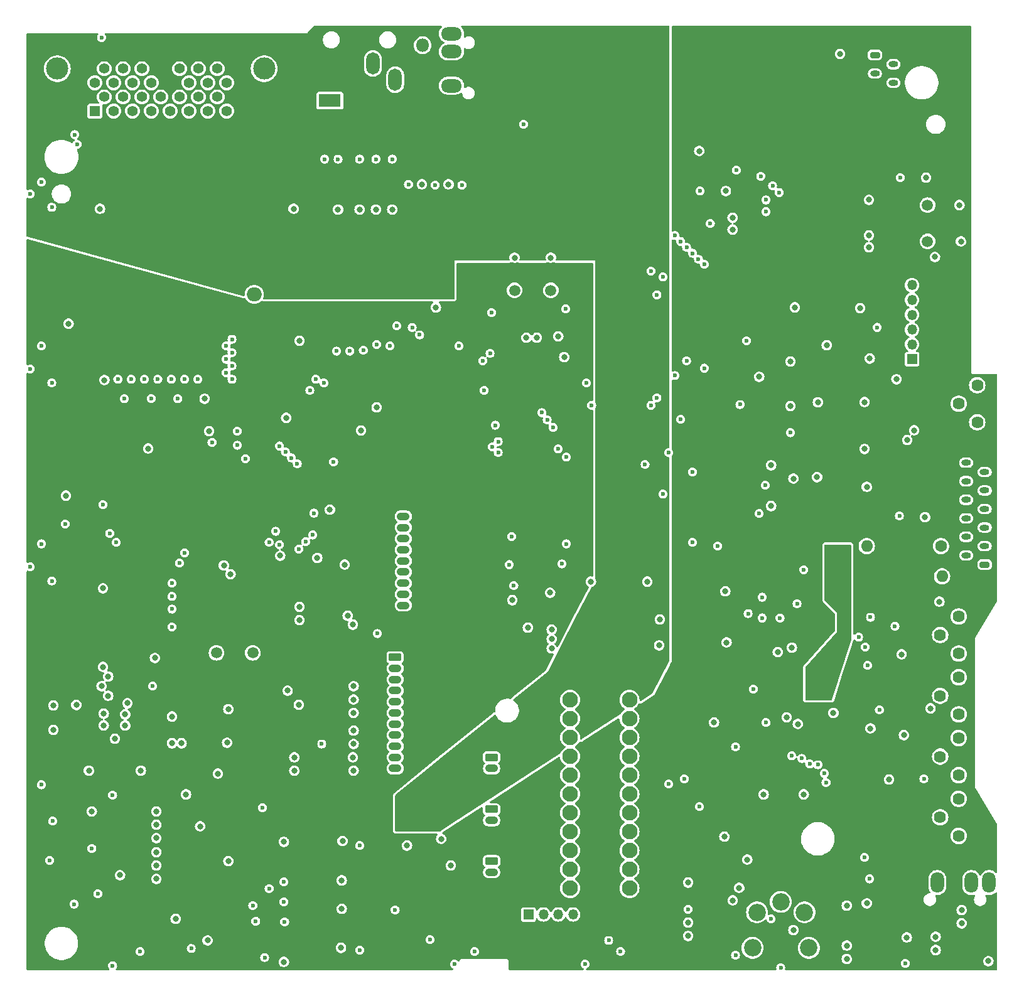
<source format=gbr>
%TF.GenerationSoftware,KiCad,Pcbnew,8.0.9-8.0.9-0~ubuntu24.04.1*%
%TF.CreationDate,2025-02-26T15:16:51+01:00*%
%TF.ProjectId,Main_PCB,4d61696e-5f50-4434-922e-6b696361645f,0.1*%
%TF.SameCoordinates,Original*%
%TF.FileFunction,Copper,L3,Inr*%
%TF.FilePolarity,Positive*%
%FSLAX46Y46*%
G04 Gerber Fmt 4.6, Leading zero omitted, Abs format (unit mm)*
G04 Created by KiCad (PCBNEW 8.0.9-8.0.9-0~ubuntu24.04.1) date 2025-02-26 15:16:51*
%MOMM*%
%LPD*%
G01*
G04 APERTURE LIST*
G04 Aperture macros list*
%AMRoundRect*
0 Rectangle with rounded corners*
0 $1 Rounding radius*
0 $2 $3 $4 $5 $6 $7 $8 $9 X,Y pos of 4 corners*
0 Add a 4 corners polygon primitive as box body*
4,1,4,$2,$3,$4,$5,$6,$7,$8,$9,$2,$3,0*
0 Add four circle primitives for the rounded corners*
1,1,$1+$1,$2,$3*
1,1,$1+$1,$4,$5*
1,1,$1+$1,$6,$7*
1,1,$1+$1,$8,$9*
0 Add four rect primitives between the rounded corners*
20,1,$1+$1,$2,$3,$4,$5,0*
20,1,$1+$1,$4,$5,$6,$7,0*
20,1,$1+$1,$6,$7,$8,$9,0*
20,1,$1+$1,$8,$9,$2,$3,0*%
G04 Aperture macros list end*
%TA.AperFunction,ComponentPad*%
%ADD10R,1.350000X1.350000*%
%TD*%
%TA.AperFunction,ComponentPad*%
%ADD11O,1.350000X1.350000*%
%TD*%
%TA.AperFunction,ComponentPad*%
%ADD12C,1.500000*%
%TD*%
%TA.AperFunction,ComponentPad*%
%ADD13C,2.340000*%
%TD*%
%TA.AperFunction,ComponentPad*%
%ADD14O,2.800000X1.800000*%
%TD*%
%TA.AperFunction,ComponentPad*%
%ADD15RoundRect,0.200000X0.450000X-0.200000X0.450000X0.200000X-0.450000X0.200000X-0.450000X-0.200000X0*%
%TD*%
%TA.AperFunction,ComponentPad*%
%ADD16O,1.300000X0.800000*%
%TD*%
%TA.AperFunction,ComponentPad*%
%ADD17RoundRect,0.250000X0.615000X-0.265000X0.615000X0.265000X-0.615000X0.265000X-0.615000X-0.265000X0*%
%TD*%
%TA.AperFunction,ComponentPad*%
%ADD18O,1.730000X1.030000*%
%TD*%
%TA.AperFunction,ComponentPad*%
%ADD19RoundRect,0.250000X-0.615000X0.265000X-0.615000X-0.265000X0.615000X-0.265000X0.615000X0.265000X0*%
%TD*%
%TA.AperFunction,ComponentPad*%
%ADD20C,1.600000*%
%TD*%
%TA.AperFunction,ComponentPad*%
%ADD21O,1.600000X1.600000*%
%TD*%
%TA.AperFunction,ComponentPad*%
%ADD22C,1.620000*%
%TD*%
%TA.AperFunction,ComponentPad*%
%ADD23R,2.100000X2.100000*%
%TD*%
%TA.AperFunction,ComponentPad*%
%ADD24C,2.100000*%
%TD*%
%TA.AperFunction,ComponentPad*%
%ADD25O,1.800000X2.800000*%
%TD*%
%TA.AperFunction,ComponentPad*%
%ADD26RoundRect,0.200000X-0.450000X0.200000X-0.450000X-0.200000X0.450000X-0.200000X0.450000X0.200000X0*%
%TD*%
%TA.AperFunction,ComponentPad*%
%ADD27R,1.400000X1.400000*%
%TD*%
%TA.AperFunction,ComponentPad*%
%ADD28C,1.400000*%
%TD*%
%TA.AperFunction,ComponentPad*%
%ADD29C,3.000000*%
%TD*%
%TA.AperFunction,ComponentPad*%
%ADD30R,3.000000X1.800000*%
%TD*%
%TA.AperFunction,ComponentPad*%
%ADD31O,1.800000X3.000000*%
%TD*%
%TA.AperFunction,ComponentPad*%
%ADD32R,1.800000X1.800000*%
%TD*%
%TA.AperFunction,ComponentPad*%
%ADD33O,1.800000X1.800000*%
%TD*%
%TA.AperFunction,ComponentPad*%
%ADD34R,2.000000X1.905000*%
%TD*%
%TA.AperFunction,ComponentPad*%
%ADD35O,2.000000X1.905000*%
%TD*%
%TA.AperFunction,ViaPad*%
%ADD36C,0.800000*%
%TD*%
%TA.AperFunction,ViaPad*%
%ADD37C,0.600000*%
%TD*%
G04 APERTURE END LIST*
D10*
%TO.N,/Servo and Actuator Drivers/TE*%
%TO.C,P104*%
X113000000Y-198200000D03*
D11*
%TO.N,/Servo and Actuator Drivers/FE*%
X115000000Y-198200000D03*
%TO.N,Net-(P104-Pin_3)*%
X117000000Y-198200000D03*
%TO.N,Net-(P104-Pin_4)*%
X119000000Y-198200000D03*
%TD*%
D12*
%TO.N,Net-(IC108-X1)*%
%TO.C,CF101*%
X111100000Y-114000000D03*
%TO.N,Net-(IC108-X2)*%
X116000000Y-114000000D03*
%TD*%
D13*
%TO.N,Net-(C219-Pad2)*%
%TO.C,RV201*%
X150800000Y-202700000D03*
%TO.N,GND*%
X150200000Y-197900000D03*
%TO.N,/AUDIO/AUDIO_L*%
X147000000Y-196500000D03*
%TO.N,/AUDIO/AUDIO_R*%
X143800000Y-197900000D03*
%TO.N,Net-(C220-Pad2)*%
X143200000Y-202700000D03*
%TD*%
D14*
%TO.N,/AUDIO/LINEOUT_R*%
%TO.C,JK101*%
X102600000Y-81800000D03*
%TO.N,GND*%
X102600000Y-79400000D03*
%TO.N,/AUDIO/LINEOUT_L*%
X102600000Y-86400000D03*
%TD*%
D15*
%TO.N,GND*%
%TO.C,CN102*%
X174500000Y-151000000D03*
D16*
%TO.N,Net-(CN102-Pin_2)*%
X172000000Y-149750000D03*
%TO.N,Net-(CN102-Pin_3)*%
X174500000Y-148500000D03*
%TO.N,GND*%
X172000000Y-147250000D03*
%TO.N,Net-(CN102-Pin_5)*%
X174500000Y-146000000D03*
%TO.N,Net-(CN102-Pin_6)*%
X172000000Y-144750000D03*
%TO.N,Net-(CN102-Pin_7)*%
X174500000Y-143500000D03*
%TO.N,GND*%
X172000000Y-142250000D03*
%TO.N,/RF AMP/B+D*%
X174500000Y-141000000D03*
%TO.N,/RF AMP/A+C*%
X172000000Y-139750000D03*
X174500000Y-138500000D03*
%TO.N,/RF AMP/B+D*%
X172000000Y-137250000D03*
%TD*%
D10*
%TO.N,/VC*%
%TO.C,P103*%
X164700000Y-123300000D03*
D11*
%TO.N,Net-(P103-Pin_2)*%
X164700000Y-121300000D03*
%TO.N,Net-(IC101-TE)*%
X164700000Y-119300000D03*
%TO.N,GND*%
X164700000Y-117300000D03*
%TO.N,/RF AMP/RFO*%
X164700000Y-115300000D03*
%TO.N,/DSP/PCLK*%
X164700000Y-113300000D03*
%TD*%
D17*
%TO.N,+5V*%
%TO.C,P101*%
X96100000Y-158000000D03*
D18*
%TO.N,GND*%
X96100000Y-156500000D03*
%TO.N,/PD7*%
X96100000Y-155000000D03*
%TO.N,/PD6*%
X96100000Y-153500000D03*
%TO.N,/PD5*%
X96100000Y-152000000D03*
%TO.N,/PD4*%
X96100000Y-150500000D03*
%TO.N,/PD3*%
X96100000Y-149000000D03*
%TO.N,/PD2*%
X96100000Y-147500000D03*
%TO.N,/PD1*%
X96100000Y-146000000D03*
%TO.N,/PD0*%
X96100000Y-144500000D03*
%TD*%
D19*
%TO.N,Net-(P105-Pin_1)*%
%TO.C,P105*%
X108000000Y-184000000D03*
D18*
%TO.N,/MCU/PLAY_PAUSE*%
X108000000Y-185500000D03*
%TD*%
D20*
%TO.N,Net-(CN102-Pin_3)*%
%TO.C,L101*%
X168600000Y-148500000D03*
D21*
%TO.N,Net-(Q101-C)*%
X158600000Y-148500000D03*
%TD*%
D20*
%TO.N,+5V*%
%TO.C,R101*%
X158600000Y-152600000D03*
D21*
%TO.N,Net-(Q101-E)*%
X168760000Y-152600000D03*
%TD*%
D19*
%TO.N,/SPL_MOTOR_BLACK*%
%TO.C,P102*%
X95000000Y-163500000D03*
D18*
%TO.N,/SPL_MOTOR_RED*%
X95000000Y-165000000D03*
%TO.N,/~{MRST}*%
X95000000Y-166500000D03*
%TO.N,/MCU/DIGIT1_EN*%
X95000000Y-168000000D03*
%TO.N,/MCU/DIGIT2_EN*%
X95000000Y-169500000D03*
%TO.N,/MCU/RS_EN*%
X95000000Y-171000000D03*
%TO.N,/MCU/DISP_LATCH*%
X95000000Y-172500000D03*
%TO.N,/MCU/PLAY_PAUSE*%
X95000000Y-174000000D03*
%TO.N,/MCU/FS_RS*%
X95000000Y-175500000D03*
%TO.N,Net-(P102-Pin_10)*%
X95000000Y-177000000D03*
%TO.N,/MCU/STOP*%
X95000000Y-178500000D03*
%TD*%
D22*
%TO.N,Net-(R105-Pad2)*%
%TO.C,VR102*%
X171000000Y-158000000D03*
%TO.N,Net-(IC101-FEBIAS)*%
X168500000Y-160500000D03*
%TO.N,Net-(R106-Pad1)*%
X171000000Y-163000000D03*
%TD*%
D19*
%TO.N,Net-(P106-Pin_1)*%
%TO.C,P106*%
X108000000Y-191000000D03*
D18*
%TO.N,Net-(P106-Pin_2)*%
X108000000Y-192500000D03*
%TD*%
D22*
%TO.N,Net-(R127-Pad1)*%
%TO.C,VR105*%
X171000000Y-166200000D03*
%TO.N,Net-(IC102-3.5V)*%
X168500000Y-168700000D03*
X171000000Y-171200000D03*
%TD*%
%TO.N,Net-(R104-Pad2)*%
%TO.C,VR101*%
X173500000Y-126800000D03*
%TO.N,Net-(IC101-E1)*%
X171000000Y-129300000D03*
%TO.N,Net-(IC101-E0)*%
X173500000Y-131800000D03*
%TD*%
D23*
%TO.N,+9V*%
%TO.C,IC105*%
X126600000Y-166700000D03*
D24*
%TO.N,Net-(CN101-Pin_4)*%
X126600000Y-169240000D03*
%TO.N,Net-(CN101-Pin_1)*%
X126600000Y-171780000D03*
%TO.N,Net-(CN101-Pin_4)*%
X126600000Y-174320000D03*
%TO.N,Net-(IC105-Pad5)*%
X126600000Y-176860000D03*
%TO.N,/Servo and Actuator Drivers/VSUP{slash}2*%
X126600000Y-179400000D03*
%TO.N,unconnected-(IC105-MUTE-Pad7)*%
X126600000Y-181940000D03*
%TO.N,Net-(IC105-Pad8)*%
X126600000Y-184480000D03*
%TO.N,Net-(CN101-Pin_3)*%
X126600000Y-187020000D03*
%TO.N,Net-(CN101-Pin_2)*%
X126600000Y-189560000D03*
%TO.N,Net-(CN101-Pin_3)*%
X126600000Y-192100000D03*
%TO.N,GND*%
X126600000Y-194640000D03*
%TD*%
D25*
%TO.N,Net-(Q209-C)*%
%TO.C,JK102*%
X172700000Y-193900000D03*
%TO.N,GND*%
X175100000Y-193900000D03*
%TO.N,Net-(Q208-C)*%
X168100000Y-193900000D03*
%TD*%
D26*
%TO.N,Net-(CN101-Pin_1)*%
%TO.C,CN101*%
X159700000Y-82250000D03*
D16*
%TO.N,Net-(CN101-Pin_2)*%
X162200000Y-83500000D03*
%TO.N,Net-(CN101-Pin_3)*%
X159700000Y-84750000D03*
%TO.N,Net-(CN101-Pin_4)*%
X162200000Y-86000000D03*
%TD*%
D27*
%TO.N,/SCSI/SCSI_D7*%
%TO.C,JK104*%
X54500000Y-89810000D03*
D28*
%TO.N,/SCSI/~{SCSI_RST}*%
X55770000Y-87905000D03*
%TO.N,/SCSI/SCSI_D6*%
X57040000Y-89810000D03*
%TO.N,Net-(JK104B-~{SCSI_SEL})*%
X58310000Y-87905000D03*
%TO.N,/SCSI/SCSI_D5*%
X59580000Y-89810000D03*
%TO.N,Net-(JK104B-SFSY)*%
X60850000Y-87905000D03*
%TO.N,/SCSI/SCSI_D4*%
X62120000Y-89810000D03*
%TO.N,Net-(JK104B-I2S_LRCK)*%
X63390000Y-87905000D03*
%TO.N,/SCSI/SCSI_D3*%
X64660000Y-89810000D03*
%TO.N,Net-(JK104B-I2S_DAT)*%
X65930000Y-87905000D03*
%TO.N,/SCSI/SCSI_D2*%
X67200000Y-89810000D03*
%TO.N,Net-(JK104B-PW)*%
X68470000Y-87905000D03*
%TO.N,/SCSI/SCSI_D1*%
X69740000Y-89810000D03*
%TO.N,Net-(JK104B-SBCK)*%
X71010000Y-87905000D03*
%TO.N,/SCSI/SCSI_D0*%
X72280000Y-89810000D03*
%TO.N,Net-(JK104C-~{SCSI_ACK})*%
X54500000Y-86000000D03*
%TO.N,Net-(JK104D-~{SCSI_REQ})*%
X55770000Y-84095000D03*
%TO.N,Net-(JK104C-I2S_SCLK)*%
X57040000Y-86000000D03*
%TO.N,Net-(JK104D-SBSY)*%
X58310000Y-84095000D03*
%TO.N,Net-(JK104C-~{SCSI_CD})*%
X59580000Y-86000000D03*
%TO.N,Net-(JK104D-~{SCSI_MSG})*%
X60850000Y-84095000D03*
%TO.N,Net-(JK104C-~{SCSI_BSY})*%
X62120000Y-86000000D03*
%TO.N,+9V*%
X63390000Y-84095000D03*
X64660000Y-86000000D03*
%TO.N,/AUDIO/LINEOUT_R*%
X65930000Y-84095000D03*
%TO.N,GND*%
X67200000Y-86000000D03*
%TO.N,/AUDIO/LINEOUT_L*%
X68470000Y-84095000D03*
%TO.N,GND*%
X69740000Y-86000000D03*
X71010000Y-84095000D03*
%TO.N,Net-(JK104C-~{SCSI_IO})*%
X72280000Y-86000000D03*
D29*
%TO.N,GND*%
X49440000Y-84095000D03*
X77340000Y-84095000D03*
%TD*%
D30*
%TO.N,GND*%
%TO.C,JK103*%
X86200000Y-88400000D03*
D31*
%TO.N,Net-(D301-A)*%
X92000000Y-83400000D03*
X95000000Y-85600000D03*
%TD*%
D23*
%TO.N,+9V*%
%TO.C,IC104*%
X118600000Y-166700000D03*
D24*
%TO.N,/SPL_MOTOR_RED*%
X118600000Y-169240000D03*
%TO.N,/SPL_MOTOR_BLACK*%
X118600000Y-171780000D03*
%TO.N,/SPL_MOTOR_RED*%
X118600000Y-174320000D03*
%TO.N,Net-(IC104-Pad5)*%
X118600000Y-176860000D03*
%TO.N,/Servo and Actuator Drivers/VSUP{slash}2*%
X118600000Y-179400000D03*
%TO.N,unconnected-(IC104-MUTE-Pad7)*%
X118600000Y-181940000D03*
%TO.N,Net-(IC104-Pad8)*%
X118600000Y-184480000D03*
%TO.N,Net-(P106-Pin_2)*%
X118600000Y-187020000D03*
%TO.N,Net-(P106-Pin_1)*%
X118600000Y-189560000D03*
%TO.N,Net-(P106-Pin_2)*%
X118600000Y-192100000D03*
%TO.N,GND*%
X118600000Y-194640000D03*
%TD*%
D32*
%TO.N,+9V*%
%TO.C,D301*%
X98700000Y-91100000D03*
D33*
%TO.N,Net-(D301-A)*%
X98700000Y-80940000D03*
%TD*%
D34*
%TO.N,+9V*%
%TO.C,IC301*%
X76000000Y-112000000D03*
D35*
%TO.N,GND*%
X76000000Y-114540000D03*
%TO.N,+5V*%
X76000000Y-117080000D03*
%TD*%
D22*
%TO.N,/VC*%
%TO.C,VR103*%
X171000000Y-174400000D03*
%TO.N,/Servo and Actuator Drivers/TE*%
X168500000Y-176900000D03*
%TO.N,Net-(C112-Pad2)*%
X171000000Y-179400000D03*
%TD*%
D12*
%TO.N,Net-(IC106-XTAI)*%
%TO.C,X101*%
X166800000Y-107400000D03*
%TO.N,Net-(IC106-XTAO)*%
X166800000Y-102500000D03*
%TD*%
%TO.N,GND*%
%TO.C,CF102*%
X70900000Y-162900000D03*
%TO.N,Net-(Q104-B)*%
X75800000Y-162900000D03*
%TD*%
D22*
%TO.N,/VC*%
%TO.C,VR104*%
X171000000Y-182600000D03*
%TO.N,/Servo and Actuator Drivers/FE*%
X168500000Y-185100000D03*
%TO.N,Net-(C111-Pad2)*%
X171000000Y-187600000D03*
%TD*%
D19*
%TO.N,Net-(P102-Pin_10)*%
%TO.C,P107*%
X108000000Y-177000000D03*
D18*
%TO.N,Net-(P107-Pin_2)*%
X108000000Y-178500000D03*
%TD*%
D36*
%TO.N,/VC*%
X152200000Y-167300000D03*
X152900000Y-168100000D03*
X151500000Y-168100000D03*
X154900000Y-149500000D03*
X153500000Y-149500000D03*
X154200000Y-150300000D03*
%TO.N,Net-(CN101-Pin_4)*%
X155000000Y-82100000D03*
%TO.N,GND*%
X66800000Y-182000000D03*
X86200000Y-143600000D03*
X62800000Y-191600000D03*
D37*
X51700000Y-196800000D03*
D36*
X141400000Y-194600000D03*
X110800000Y-155800000D03*
X148500000Y-162200000D03*
D37*
X45800000Y-151300000D03*
X62100000Y-128600000D03*
D36*
X139525000Y-154600000D03*
X88200000Y-151000000D03*
X151900000Y-139200000D03*
X89400000Y-169200000D03*
X139400000Y-187700000D03*
X55600000Y-164800000D03*
X102500000Y-191600000D03*
D37*
X48700000Y-126500000D03*
D36*
X82000000Y-169900000D03*
X84500000Y-150100000D03*
X72500000Y-170500000D03*
X155900000Y-204200000D03*
X139600000Y-100600000D03*
X82100000Y-158500000D03*
X162600000Y-126000000D03*
X112700000Y-120400000D03*
X148300000Y-123600000D03*
D37*
X48700000Y-153200000D03*
X47300000Y-148200000D03*
D36*
X89400000Y-171000000D03*
X171100000Y-102500000D03*
X100500000Y-116300000D03*
X64900000Y-171500000D03*
D37*
X125400000Y-203200000D03*
D36*
X116100000Y-159765000D03*
X153200000Y-121400000D03*
X55600000Y-154200000D03*
X152000000Y-129100000D03*
D37*
X76200000Y-199100000D03*
D36*
X154100000Y-171000000D03*
X148900000Y-116300000D03*
D37*
X47300000Y-180700000D03*
D36*
X167900000Y-203000000D03*
X130700000Y-158400000D03*
D37*
X58500000Y-128625000D03*
D36*
X87800000Y-193600000D03*
X53700000Y-178800000D03*
X50600000Y-141700000D03*
X147800000Y-171600000D03*
X163300000Y-163100000D03*
X158900000Y-101800000D03*
D37*
X99700000Y-201600000D03*
D36*
X158600000Y-196700000D03*
X48900000Y-170000000D03*
X89300000Y-159100000D03*
X60700000Y-178800000D03*
X171400000Y-199400000D03*
X62800000Y-186100000D03*
X117800000Y-123000000D03*
D37*
X48800000Y-185600000D03*
D36*
X69300000Y-128625000D03*
X145700000Y-143100000D03*
X158900000Y-108200000D03*
X87900000Y-188300000D03*
D37*
X147000000Y-205400000D03*
D36*
X168400000Y-156000000D03*
D37*
X60600000Y-203200000D03*
D36*
X68700000Y-186300000D03*
D37*
X80000000Y-196500000D03*
D36*
X89400000Y-173400000D03*
X72800000Y-152300000D03*
D37*
X120600000Y-204900000D03*
D36*
X80000000Y-188400000D03*
X114100000Y-120400000D03*
X115900000Y-154800000D03*
X89400000Y-175200000D03*
X82100000Y-120800000D03*
X167900000Y-201200000D03*
X54095000Y-184305000D03*
X94600000Y-103100000D03*
X167800000Y-109500000D03*
X163600000Y-174000000D03*
X117000000Y-120200000D03*
X148700000Y-139400000D03*
D37*
X47300000Y-121500000D03*
D36*
X149300000Y-172500000D03*
X159100000Y-173100000D03*
X55200000Y-103000000D03*
D37*
X123800000Y-201700000D03*
D36*
X98600000Y-99700000D03*
X136000000Y-95200000D03*
X62800000Y-193400000D03*
X89400000Y-178800000D03*
D37*
X105700000Y-203200000D03*
D36*
X155900000Y-202400000D03*
X167200000Y-170400000D03*
X80500000Y-168000000D03*
X161600000Y-180000000D03*
X88600000Y-157900000D03*
D37*
X103000000Y-204900000D03*
D36*
X175000000Y-204500000D03*
X158900000Y-106600000D03*
X134500000Y-201100000D03*
X92500000Y-129800000D03*
X65400000Y-198800000D03*
X134500000Y-199300000D03*
X116000000Y-109600000D03*
X87300000Y-103100000D03*
X92400000Y-103100000D03*
D37*
X45800000Y-124600000D03*
X45800000Y-101000000D03*
D36*
X159000000Y-123200000D03*
X171300000Y-107400000D03*
D37*
X52100000Y-94300000D03*
D36*
X56300000Y-168700000D03*
X90400000Y-132900000D03*
D37*
X65700000Y-128625000D03*
D36*
X171400000Y-197600000D03*
X69900000Y-133000000D03*
D37*
X47300000Y-99400000D03*
X78000000Y-194700000D03*
D36*
X89400000Y-167400000D03*
D37*
X48400000Y-190900000D03*
D36*
X87800000Y-197450000D03*
X48900000Y-173300000D03*
X80300000Y-131200000D03*
X166600000Y-98800000D03*
X81300000Y-103000000D03*
X69700000Y-201700000D03*
X82100000Y-156700000D03*
X150100000Y-182000000D03*
X79500000Y-149800000D03*
X140500000Y-105800000D03*
D37*
X67500000Y-202800000D03*
X54900000Y-195400000D03*
D36*
X90200000Y-103100000D03*
X71900000Y-151100000D03*
X81400000Y-177000000D03*
D37*
X48700000Y-102800000D03*
D36*
X87700000Y-202700000D03*
X61700000Y-135345000D03*
X148300000Y-129600000D03*
X55800000Y-126100000D03*
X155900000Y-197000000D03*
X56300000Y-166100000D03*
D37*
X56900000Y-205100000D03*
D36*
X164000000Y-201300000D03*
X144100000Y-125662500D03*
X112900000Y-159500000D03*
X58900000Y-169700000D03*
X71100000Y-179200000D03*
X55700000Y-171100000D03*
X134500000Y-193900000D03*
X166462500Y-144600000D03*
X157700000Y-116400000D03*
X102200000Y-99700000D03*
X116100000Y-162305000D03*
D37*
X77400000Y-204000000D03*
D36*
X80000000Y-204600000D03*
D37*
X145700000Y-198800000D03*
D36*
X140500000Y-104200000D03*
X62800000Y-184300000D03*
X55700000Y-172700000D03*
X50962500Y-118500000D03*
X116100000Y-161035000D03*
X111100000Y-109600000D03*
X81400000Y-178800000D03*
%TO.N,Net-(CN102-Pin_6)*%
X164990000Y-132890000D03*
%TO.N,Net-(CN102-Pin_5)*%
X164050000Y-134200000D03*
D37*
%TO.N,/MCU/DIGIT1_EN*%
X116300000Y-132500000D03*
%TO.N,/~{WR}*%
X107000000Y-127500000D03*
%TO.N,/PF5*%
X108500000Y-132200000D03*
D36*
%TO.N,+5VA*%
X62600000Y-163600000D03*
X62800000Y-189800000D03*
X58600000Y-171200000D03*
X64900000Y-175100000D03*
X62800000Y-187900000D03*
X66200000Y-175100000D03*
X55400000Y-167400000D03*
X58600000Y-172700000D03*
D37*
%TO.N,/I2S_WDLK*%
X112300000Y-91600000D03*
X92600000Y-160300000D03*
X62300000Y-167395000D03*
D36*
%TO.N,Net-(IC201-VREFL1)*%
X52000000Y-169935000D03*
%TO.N,Net-(IC201-VREFH1)*%
X57200000Y-174500000D03*
D37*
%TO.N,/~{I2S_SCLK}*%
X78000000Y-148000000D03*
X95200000Y-118800000D03*
%TO.N,/I2S_LRCK*%
X98300000Y-120000000D03*
X79400000Y-148300000D03*
%TO.N,/I2S_DAT*%
X97300000Y-119000000D03*
X78900000Y-146500000D03*
D36*
%TO.N,+5V*%
X118000000Y-111400000D03*
X84900000Y-159100000D03*
X92500000Y-126100000D03*
X86600000Y-149600000D03*
X82600000Y-131200000D03*
X147300000Y-167800000D03*
X120900000Y-112900000D03*
X71200000Y-177700000D03*
X54200000Y-151900000D03*
D37*
X89800000Y-124800000D03*
D36*
X163600000Y-175800000D03*
X148300000Y-182000000D03*
X149600000Y-121400000D03*
X76000000Y-149900000D03*
X115200000Y-146200000D03*
X158900000Y-104200000D03*
X170300000Y-135425000D03*
X80700000Y-154200000D03*
X80500000Y-166200000D03*
X111000000Y-127500000D03*
D37*
X86200000Y-124800000D03*
D36*
X90400000Y-131600000D03*
X166500000Y-163000000D03*
X103000000Y-124500000D03*
X52237500Y-129550000D03*
X147300000Y-116000000D03*
X158200000Y-180000000D03*
X107100000Y-125100000D03*
X114000000Y-144800000D03*
X68400000Y-178300000D03*
X52100000Y-154200000D03*
X151900000Y-182000000D03*
X75500000Y-131300000D03*
X149800000Y-149400000D03*
X96100000Y-125700000D03*
X115300000Y-150000000D03*
X54200000Y-149300000D03*
X77700000Y-120700000D03*
X148900000Y-145600000D03*
X73500000Y-149475000D03*
X77500000Y-160500000D03*
X86500000Y-127400000D03*
X144200000Y-169700000D03*
X162800000Y-140600000D03*
X108500000Y-154900000D03*
X146500000Y-182000000D03*
X151200000Y-96100000D03*
X141025000Y-154600000D03*
X84200000Y-131200000D03*
X153500000Y-157800000D03*
X100500000Y-120000000D03*
X117900000Y-127400000D03*
X85000000Y-157900000D03*
X51100000Y-122450000D03*
X113000000Y-144800000D03*
D37*
X93400000Y-124800000D03*
D36*
X152100000Y-116400000D03*
X69900000Y-131700000D03*
X119500000Y-140500000D03*
X137900000Y-152400000D03*
X86700000Y-153600000D03*
X164400000Y-126000000D03*
X164200000Y-109500000D03*
X81400000Y-175200000D03*
D37*
%TO.N,/AUDIO/LINEOUT_R*%
X51800000Y-93000000D03*
%TO.N,/AUDIO/LINEOUT_L*%
X55400000Y-79900000D03*
%TO.N,/~{MRST}*%
X84050000Y-144050000D03*
X118000000Y-116500000D03*
%TO.N,/MCU/FS_RS*%
X107800000Y-122500000D03*
%TO.N,/MCU/PLAY_PAUSE*%
X106800000Y-123500000D03*
%TO.N,/AUDIO_EN*%
X117000000Y-135400000D03*
X117500000Y-150900000D03*
%TO.N,/MCU/STOP*%
X108000000Y-117000000D03*
%TO.N,Net-(IC102-BW)*%
X160300000Y-170600000D03*
X141500000Y-129400000D03*
%TO.N,Net-(Q103-B)*%
X131900000Y-135900000D03*
X136050000Y-183650000D03*
%TO.N,/MCU/~{INT2}*%
X120800000Y-126500000D03*
X85100000Y-175200000D03*
%TO.N,/MCU/DIGIT2_EN*%
X115500000Y-131500000D03*
%TO.N,Net-(Q203-C)*%
X110700000Y-147200000D03*
X90225000Y-188900000D03*
X90225000Y-203000000D03*
%TO.N,Net-(D203-A)*%
X95000000Y-197600000D03*
X110400000Y-151000000D03*
X163800000Y-204800000D03*
%TO.N,/MUTG*%
X129500000Y-129500000D03*
X121500000Y-129500000D03*
X129500000Y-111400000D03*
X111000000Y-153850000D03*
D36*
%TO.N,+9V*%
X121000000Y-158400000D03*
X96600000Y-185100000D03*
X71100000Y-105500000D03*
X71000000Y-110700000D03*
X65500000Y-105400000D03*
X65500000Y-100800000D03*
X71000000Y-108200000D03*
X65500000Y-109300000D03*
X116200000Y-166400000D03*
X73600000Y-108200000D03*
X99400000Y-184700000D03*
X128900000Y-158300000D03*
X73600000Y-110700000D03*
X71100000Y-100800000D03*
%TO.N,Net-(Q305-B)*%
X96600000Y-188900000D03*
%TO.N,+9VA*%
X101200000Y-188000000D03*
X140525000Y-196300000D03*
X57900000Y-192900000D03*
X142500000Y-190795000D03*
X72500000Y-191000000D03*
X148700000Y-200300000D03*
%TO.N,Net-(Q307-B)*%
X72332500Y-175032500D03*
D37*
%TO.N,/RF AMP/RFO*%
X163000000Y-144425000D03*
D36*
%TO.N,/VC*%
X144700000Y-182000000D03*
X139700000Y-161500000D03*
X146600000Y-162800000D03*
X145700000Y-137600000D03*
X138000000Y-172300000D03*
X158300000Y-135400000D03*
X158300000Y-129080000D03*
D37*
%TO.N,/DSP/ASY*%
X146800000Y-100800000D03*
X160000000Y-119000000D03*
%TO.N,Net-(C111-Pad2)*%
X142600000Y-157600000D03*
%TO.N,Net-(P104-Pin_3)*%
X131900000Y-180600000D03*
%TO.N,Net-(P104-Pin_4)*%
X134000000Y-179900000D03*
%TO.N,Net-(IC102-SL+)*%
X145000000Y-172300000D03*
%TO.N,Net-(C122-Pad2)*%
X140900000Y-175600000D03*
%TO.N,/MLT*%
X152875000Y-179175000D03*
X133500000Y-131400000D03*
X133500000Y-107400000D03*
%TO.N,/XRST*%
X135100000Y-138500000D03*
X135100000Y-109000000D03*
%TO.N,Net-(IC102-XRST)*%
X135100000Y-148000000D03*
X150900000Y-177900000D03*
%TO.N,/PDO*%
X166300000Y-179900000D03*
X137500000Y-105000000D03*
%TO.N,/VCOI*%
X162400000Y-159300000D03*
X145000000Y-103400000D03*
%TO.N,Net-(IC102-FSW)*%
X157500000Y-160800000D03*
X136100000Y-100600000D03*
%TO.N,/MCU/RS_EN*%
X114800000Y-130500000D03*
D36*
%TO.N,/Servo and Actuator Drivers/VSUP{slash}2*%
X129000000Y-153300000D03*
X130600000Y-161900000D03*
X121400000Y-153300000D03*
%TO.N,/MCU/REPEAT*%
X89300000Y-177000000D03*
D37*
X103600000Y-121500000D03*
%TO.N,/~{DEMP}*%
X118100000Y-136500000D03*
X118100000Y-148200000D03*
%TO.N,Net-(IC107-~{WE})*%
X64900000Y-159400000D03*
X86700000Y-137125000D03*
%TO.N,/SCSI/MA9*%
X65900000Y-150800000D03*
X56500000Y-146775000D03*
X79400000Y-135000000D03*
%TO.N,/SCSI/MA10*%
X80200000Y-135800000D03*
X55600000Y-142900000D03*
X64900000Y-153500000D03*
%TO.N,/SCSI/MA11*%
X50500000Y-145505000D03*
X64900000Y-155300000D03*
X81000000Y-136600000D03*
%TO.N,/SCSI/MA12*%
X81800000Y-137400000D03*
X64900000Y-157000000D03*
%TO.N,/SCSI/~{SCSI_IO}*%
X73700000Y-133000000D03*
X83500000Y-127500000D03*
%TO.N,/SCSI/~{SCSI_CD}*%
X90700000Y-122100000D03*
X74800000Y-136700000D03*
%TO.N,/SCSI/~{SCSI_MSG}*%
X88900000Y-122200000D03*
X70300000Y-134500000D03*
%TO.N,/SCSI/~{SCSI_BSY}*%
X73700000Y-134900000D03*
X87100000Y-122200000D03*
%TO.N,/SCSI/SCSI_D7*%
X73000000Y-120600000D03*
X57600000Y-126000000D03*
%TO.N,/SCSI/SCSI_D6*%
X72200000Y-121500000D03*
X59400000Y-126000000D03*
%TO.N,/SCSI/SCSI_D5*%
X61200000Y-126000000D03*
X73000000Y-122400000D03*
%TO.N,/SCSI/SCSI_D4*%
X72200000Y-123300000D03*
X63000000Y-126000000D03*
%TO.N,/SCSI/SCSI_D3*%
X64800000Y-126000000D03*
X73000000Y-124200000D03*
%TO.N,/SCSI/SCSI_D2*%
X66600000Y-126000000D03*
X72200000Y-125100000D03*
%TO.N,/SCSI/SCSI_D1*%
X73000000Y-126000000D03*
X68400000Y-126000000D03*
%TO.N,/SCSI/~{SCSI_ACK}*%
X84300000Y-126000000D03*
X94300000Y-121500000D03*
%TO.N,/SCSI/~{SCSI_REQ}*%
X85400000Y-126500000D03*
X92500000Y-121300000D03*
%TO.N,Net-(IC101-TE)*%
X148300000Y-133200000D03*
%TO.N,Net-(C112-Pad2)*%
X144500000Y-155400000D03*
%TO.N,Net-(IC101-~{LDON})*%
X138500000Y-148500000D03*
X149200000Y-156300000D03*
%TO.N,Net-(IC202B-+)*%
X54100000Y-189300000D03*
X56900000Y-182100000D03*
%TO.N,Net-(C213-Pad1)*%
X77100000Y-183800000D03*
%TO.N,Net-(C214-Pad1)*%
X75800000Y-197000000D03*
%TO.N,Net-(C215-Pad2)*%
X80100000Y-199200000D03*
%TO.N,Net-(C216-Pad2)*%
X80000000Y-193800000D03*
%TO.N,Net-(C226-Pad1)*%
X159000000Y-193400000D03*
%TO.N,Net-(C225-Pad1)*%
X158300000Y-190500000D03*
%TO.N,Net-(JK104C-I2S_SCLK)*%
X90200000Y-96300000D03*
%TO.N,Net-(JK104B-SBCK)*%
X104000000Y-99800000D03*
%TO.N,Net-(JK104B-I2S_DAT)*%
X92400000Y-96300000D03*
%TO.N,Net-(JK104B-I2S_LRCK)*%
X94600000Y-96300000D03*
%TO.N,Net-(JK104B-PW)*%
X100400000Y-99800000D03*
%TO.N,Net-(JK104D-SBSY)*%
X96800000Y-99700000D03*
%TO.N,Net-(JK104B-~{SCSI_SEL})*%
X85500000Y-96300000D03*
%TO.N,Net-(JK104B-SFSY)*%
X87300000Y-96300000D03*
D36*
%TO.N,Net-(IC101-LD)*%
X158600000Y-140510000D03*
D37*
%TO.N,Net-(IC102-SRCH)*%
X143300000Y-167800000D03*
%TO.N,Net-(C220-Pad1)*%
X134500000Y-197500000D03*
X140900000Y-203700000D03*
%TO.N,/FOK*%
X150100000Y-151700000D03*
X142400000Y-120800000D03*
%TO.N,/DSP/EFM*%
X144100000Y-144100000D03*
X145900000Y-99900000D03*
%TO.N,/LOCK*%
X145000000Y-101800000D03*
X159100000Y-158100000D03*
%TO.N,/MDAT*%
X152000000Y-178000000D03*
X134300000Y-108200000D03*
X134300000Y-123500000D03*
%TO.N,/MDP*%
X158700000Y-164600000D03*
X144300000Y-98600000D03*
%TO.N,/MCK*%
X132700000Y-106600000D03*
X132700000Y-125500000D03*
X153100000Y-180400000D03*
%TO.N,/CNIN*%
X135900000Y-109800000D03*
X149850000Y-177150000D03*
%TO.N,/Servo and Actuator Drivers/TE*%
X146900000Y-158200000D03*
%TO.N,/MON*%
X158400000Y-162100000D03*
X141000000Y-97800000D03*
%TO.N,/Servo and Actuator Drivers/FE*%
X144500000Y-158200000D03*
%TO.N,/SENS*%
X148500000Y-176800000D03*
X136700000Y-124500000D03*
X136700000Y-110500000D03*
%TO.N,/MODE_SELECT*%
X128700000Y-137500000D03*
X163100000Y-98800000D03*
%TO.N,/CRCF*%
X131100000Y-112200000D03*
X131100000Y-141500000D03*
%TO.N,/SUBQ*%
X130300000Y-114600000D03*
X130300000Y-128500000D03*
%TO.N,/PA1*%
X108100000Y-135100000D03*
X82925000Y-147900000D03*
%TO.N,/PA0*%
X82000000Y-148900000D03*
X108900000Y-135900000D03*
%TO.N,/PA2*%
X108900000Y-134400000D03*
X83900000Y-147000000D03*
%TO.N,/SCSI/MA8*%
X66600000Y-149400000D03*
X57400000Y-148000000D03*
%TO.N,Net-(P103-Pin_2)*%
X144900000Y-140300000D03*
%TD*%
%TA.AperFunction,Conductor*%
%TO.N,+9V*%
G36*
X101269414Y-78320185D02*
G01*
X101315169Y-78372989D01*
X101325113Y-78442147D01*
X101296088Y-78505703D01*
X101290056Y-78512181D01*
X101184312Y-78617924D01*
X101184312Y-78617925D01*
X101184310Y-78617927D01*
X101136610Y-78683579D01*
X101073240Y-78770800D01*
X100987454Y-78939163D01*
X100929059Y-79118881D01*
X100899500Y-79305513D01*
X100899500Y-79494486D01*
X100929059Y-79681118D01*
X100987454Y-79860836D01*
X101073240Y-80029199D01*
X101184310Y-80182073D01*
X101317927Y-80315690D01*
X101470801Y-80426760D01*
X101517095Y-80450348D01*
X101593964Y-80489515D01*
X101644760Y-80537490D01*
X101661555Y-80605311D01*
X101639017Y-80671446D01*
X101593964Y-80710485D01*
X101470800Y-80773240D01*
X101429848Y-80802994D01*
X101317927Y-80884310D01*
X101317925Y-80884312D01*
X101317924Y-80884312D01*
X101184312Y-81017924D01*
X101184312Y-81017925D01*
X101184310Y-81017927D01*
X101140989Y-81077553D01*
X101073240Y-81170800D01*
X100987454Y-81339163D01*
X100929059Y-81518881D01*
X100899500Y-81705513D01*
X100899500Y-81894486D01*
X100929059Y-82081118D01*
X100987454Y-82260836D01*
X101027367Y-82339168D01*
X101073240Y-82429199D01*
X101184310Y-82582073D01*
X101317927Y-82715690D01*
X101470801Y-82826760D01*
X101549600Y-82866910D01*
X101639163Y-82912545D01*
X101639165Y-82912545D01*
X101639168Y-82912547D01*
X101735497Y-82943846D01*
X101818881Y-82970940D01*
X102005514Y-83000500D01*
X102005519Y-83000500D01*
X103194486Y-83000500D01*
X103381118Y-82970940D01*
X103560832Y-82912547D01*
X103729199Y-82826760D01*
X103882073Y-82715690D01*
X104015690Y-82582073D01*
X104126760Y-82429199D01*
X104212547Y-82260832D01*
X104270940Y-82081118D01*
X104300500Y-81894486D01*
X104300500Y-81705513D01*
X104270940Y-81518881D01*
X104250160Y-81454929D01*
X104248164Y-81385088D01*
X104284244Y-81325255D01*
X104346945Y-81294426D01*
X104416359Y-81302390D01*
X104436977Y-81313505D01*
X104497137Y-81353703D01*
X104651918Y-81417816D01*
X104816228Y-81450499D01*
X104816232Y-81450500D01*
X104816233Y-81450500D01*
X104983768Y-81450500D01*
X104983769Y-81450499D01*
X105148082Y-81417816D01*
X105302863Y-81353703D01*
X105442162Y-81260626D01*
X105560626Y-81142162D01*
X105653703Y-81002863D01*
X105717816Y-80848082D01*
X105750500Y-80683767D01*
X105750500Y-80516233D01*
X105717816Y-80351918D01*
X105653703Y-80197137D01*
X105595111Y-80109448D01*
X105560626Y-80057837D01*
X105442162Y-79939373D01*
X105302860Y-79846295D01*
X105148082Y-79782184D01*
X105148074Y-79782182D01*
X104983771Y-79749500D01*
X104983767Y-79749500D01*
X104816233Y-79749500D01*
X104816228Y-79749500D01*
X104651925Y-79782182D01*
X104651917Y-79782184D01*
X104497140Y-79846295D01*
X104436981Y-79886492D01*
X104370303Y-79907369D01*
X104302923Y-79888884D01*
X104256234Y-79836905D01*
X104245058Y-79767935D01*
X104250161Y-79745069D01*
X104270938Y-79681125D01*
X104270938Y-79681123D01*
X104270940Y-79681118D01*
X104286169Y-79584963D01*
X104300500Y-79494486D01*
X104300500Y-79305513D01*
X104270940Y-79118881D01*
X104212545Y-78939163D01*
X104167290Y-78850347D01*
X104126760Y-78770801D01*
X104015690Y-78617927D01*
X103909944Y-78512181D01*
X103876459Y-78450858D01*
X103881443Y-78381166D01*
X103923315Y-78325233D01*
X103988779Y-78300816D01*
X103997625Y-78300500D01*
X131876000Y-78300500D01*
X131943039Y-78320185D01*
X131988794Y-78372989D01*
X132000000Y-78424500D01*
X132000000Y-135172407D01*
X131980315Y-135239446D01*
X131927511Y-135285201D01*
X131892186Y-135295346D01*
X131766071Y-135311949D01*
X131743238Y-135314956D01*
X131743237Y-135314956D01*
X131597160Y-135375463D01*
X131471718Y-135471718D01*
X131375463Y-135597160D01*
X131314956Y-135743237D01*
X131314955Y-135743239D01*
X131294318Y-135899998D01*
X131294318Y-135900001D01*
X131314955Y-136056760D01*
X131314956Y-136056762D01*
X131375464Y-136202841D01*
X131471718Y-136328282D01*
X131597159Y-136424536D01*
X131743238Y-136485044D01*
X131892185Y-136504653D01*
X131956082Y-136532919D01*
X131994553Y-136591244D01*
X132000000Y-136627592D01*
X132000000Y-163969545D01*
X131985892Y-164026989D01*
X129715099Y-168371113D01*
X129672645Y-168417727D01*
X128141815Y-169409833D01*
X128074852Y-169429774D01*
X128007737Y-169410346D01*
X127961781Y-169357718D01*
X127950849Y-169294969D01*
X127955659Y-169240000D01*
X127935063Y-169004592D01*
X127873903Y-168776337D01*
X127774035Y-168562171D01*
X127744403Y-168519851D01*
X127638494Y-168368597D01*
X127471402Y-168201506D01*
X127471395Y-168201501D01*
X127277834Y-168065967D01*
X127277830Y-168065965D01*
X127222598Y-168040210D01*
X127063663Y-167966097D01*
X127063659Y-167966096D01*
X127063655Y-167966094D01*
X126835413Y-167904938D01*
X126835403Y-167904936D01*
X126600001Y-167884341D01*
X126599999Y-167884341D01*
X126364596Y-167904936D01*
X126364586Y-167904938D01*
X126136344Y-167966094D01*
X126136335Y-167966098D01*
X125922171Y-168065964D01*
X125922169Y-168065965D01*
X125728597Y-168201505D01*
X125561505Y-168368597D01*
X125425965Y-168562169D01*
X125425964Y-168562171D01*
X125326098Y-168776335D01*
X125326094Y-168776344D01*
X125264938Y-169004586D01*
X125264936Y-169004596D01*
X125244341Y-169239999D01*
X125244341Y-169240000D01*
X125264936Y-169475403D01*
X125264938Y-169475413D01*
X125326094Y-169703655D01*
X125326096Y-169703659D01*
X125326097Y-169703663D01*
X125411255Y-169886284D01*
X125425965Y-169917830D01*
X125425967Y-169917834D01*
X125561501Y-170111395D01*
X125561506Y-170111402D01*
X125728597Y-170278493D01*
X125728603Y-170278498D01*
X125914158Y-170408425D01*
X125957783Y-170463002D01*
X125964977Y-170532500D01*
X125933454Y-170594855D01*
X125914158Y-170611575D01*
X125728597Y-170741505D01*
X125561505Y-170908597D01*
X125425965Y-171102169D01*
X125395733Y-171166999D01*
X125350790Y-171218649D01*
X120132107Y-174600792D01*
X120065144Y-174620733D01*
X119998029Y-174601305D01*
X119952073Y-174548677D01*
X119941141Y-174485929D01*
X119955659Y-174320000D01*
X119935063Y-174084592D01*
X119873903Y-173856337D01*
X119774035Y-173642171D01*
X119764064Y-173627930D01*
X119638494Y-173448597D01*
X119471402Y-173281506D01*
X119471396Y-173281501D01*
X119285842Y-173151575D01*
X119242217Y-173096998D01*
X119235023Y-173027500D01*
X119266546Y-172965145D01*
X119285842Y-172948425D01*
X119452012Y-172832071D01*
X119471401Y-172818495D01*
X119638495Y-172651401D01*
X119774035Y-172457830D01*
X119873903Y-172243663D01*
X119935063Y-172015408D01*
X119955659Y-171780000D01*
X119935063Y-171544592D01*
X119873903Y-171316337D01*
X119774035Y-171102171D01*
X119754860Y-171074785D01*
X119638494Y-170908597D01*
X119471402Y-170741506D01*
X119471396Y-170741501D01*
X119285842Y-170611575D01*
X119242217Y-170556998D01*
X119235023Y-170487500D01*
X119266546Y-170425145D01*
X119285842Y-170408425D01*
X119396233Y-170331128D01*
X119471401Y-170278495D01*
X119638495Y-170111401D01*
X119774035Y-169917830D01*
X119873903Y-169703663D01*
X119935063Y-169475408D01*
X119955659Y-169240000D01*
X119935063Y-169004592D01*
X119873903Y-168776337D01*
X119774035Y-168562171D01*
X119744403Y-168519851D01*
X119638494Y-168368597D01*
X119471402Y-168201506D01*
X119471395Y-168201501D01*
X119277834Y-168065967D01*
X119277830Y-168065965D01*
X119222598Y-168040210D01*
X119063663Y-167966097D01*
X119063659Y-167966096D01*
X119063655Y-167966094D01*
X118835413Y-167904938D01*
X118835403Y-167904936D01*
X118600001Y-167884341D01*
X118599999Y-167884341D01*
X118364596Y-167904936D01*
X118364586Y-167904938D01*
X118136344Y-167966094D01*
X118136335Y-167966098D01*
X117922171Y-168065964D01*
X117922169Y-168065965D01*
X117728597Y-168201505D01*
X117561505Y-168368597D01*
X117425965Y-168562169D01*
X117425964Y-168562171D01*
X117326098Y-168776335D01*
X117326094Y-168776344D01*
X117264938Y-169004586D01*
X117264936Y-169004596D01*
X117244341Y-169239999D01*
X117244341Y-169240000D01*
X117264936Y-169475403D01*
X117264938Y-169475413D01*
X117326094Y-169703655D01*
X117326096Y-169703659D01*
X117326097Y-169703663D01*
X117411255Y-169886284D01*
X117425965Y-169917830D01*
X117425967Y-169917834D01*
X117561501Y-170111395D01*
X117561506Y-170111402D01*
X117728597Y-170278493D01*
X117728603Y-170278498D01*
X117914158Y-170408425D01*
X117957783Y-170463002D01*
X117964977Y-170532500D01*
X117933454Y-170594855D01*
X117914158Y-170611575D01*
X117728597Y-170741505D01*
X117561505Y-170908597D01*
X117425965Y-171102169D01*
X117425964Y-171102171D01*
X117326098Y-171316335D01*
X117326094Y-171316344D01*
X117264938Y-171544586D01*
X117264936Y-171544596D01*
X117244341Y-171779999D01*
X117244341Y-171780000D01*
X117264936Y-172015403D01*
X117264938Y-172015413D01*
X117326094Y-172243655D01*
X117326096Y-172243659D01*
X117326097Y-172243663D01*
X117408175Y-172419680D01*
X117425965Y-172457830D01*
X117425967Y-172457834D01*
X117561501Y-172651395D01*
X117561506Y-172651402D01*
X117728597Y-172818493D01*
X117728603Y-172818498D01*
X117914158Y-172948425D01*
X117957783Y-173003002D01*
X117964977Y-173072500D01*
X117933454Y-173134855D01*
X117914158Y-173151575D01*
X117728597Y-173281505D01*
X117561505Y-173448597D01*
X117425965Y-173642169D01*
X117425964Y-173642171D01*
X117326098Y-173856335D01*
X117326094Y-173856344D01*
X117264938Y-174084586D01*
X117264936Y-174084596D01*
X117244341Y-174319999D01*
X117244341Y-174320000D01*
X117264936Y-174555403D01*
X117264938Y-174555413D01*
X117326094Y-174783655D01*
X117326096Y-174783659D01*
X117326097Y-174783663D01*
X117364753Y-174866560D01*
X117425965Y-174997830D01*
X117425967Y-174997834D01*
X117561501Y-175191395D01*
X117561506Y-175191402D01*
X117728597Y-175358493D01*
X117728603Y-175358498D01*
X117914158Y-175488425D01*
X117957783Y-175543002D01*
X117964977Y-175612500D01*
X117933454Y-175674855D01*
X117914158Y-175691575D01*
X117728597Y-175821505D01*
X117561505Y-175988597D01*
X117425965Y-176182169D01*
X117425964Y-176182171D01*
X117325788Y-176396997D01*
X117280844Y-176448650D01*
X102662052Y-185922851D01*
X101111852Y-186927511D01*
X101030771Y-186980058D01*
X100963808Y-186999999D01*
X100963333Y-187000000D01*
X95124000Y-187000000D01*
X95056961Y-186980315D01*
X95011206Y-186927511D01*
X95000000Y-186876000D01*
X95000000Y-182159104D01*
X95019685Y-182092065D01*
X95045912Y-182062780D01*
X98434772Y-179315500D01*
X101671071Y-176691898D01*
X106834500Y-176691898D01*
X106834500Y-177308102D01*
X106836369Y-177323663D01*
X106845122Y-177396561D01*
X106900639Y-177537343D01*
X106992077Y-177657922D01*
X107075945Y-177721521D01*
X107117469Y-177777714D01*
X107122020Y-177847435D01*
X107088702Y-177908006D01*
X107016559Y-177980149D01*
X106927316Y-178113709D01*
X106927311Y-178113718D01*
X106865839Y-178262126D01*
X106865837Y-178262134D01*
X106834500Y-178419675D01*
X106834500Y-178580324D01*
X106865837Y-178737865D01*
X106865839Y-178737873D01*
X106927311Y-178886281D01*
X106927316Y-178886290D01*
X107016559Y-179019850D01*
X107016562Y-179019854D01*
X107130145Y-179133437D01*
X107130149Y-179133440D01*
X107263709Y-179222683D01*
X107263715Y-179222686D01*
X107263716Y-179222687D01*
X107412127Y-179284161D01*
X107569675Y-179315499D01*
X107569679Y-179315500D01*
X107569680Y-179315500D01*
X108430321Y-179315500D01*
X108430322Y-179315499D01*
X108587873Y-179284161D01*
X108736284Y-179222687D01*
X108869851Y-179133440D01*
X108983440Y-179019851D01*
X109072687Y-178886284D01*
X109134161Y-178737873D01*
X109165500Y-178580320D01*
X109165500Y-178419680D01*
X109134161Y-178262127D01*
X109072687Y-178113716D01*
X109072686Y-178113715D01*
X109072683Y-178113709D01*
X108983440Y-177980149D01*
X108983437Y-177980145D01*
X108911298Y-177908006D01*
X108877813Y-177846683D01*
X108882797Y-177776991D01*
X108924054Y-177721521D01*
X108951775Y-177700500D01*
X109007922Y-177657922D01*
X109099361Y-177537342D01*
X109154877Y-177396564D01*
X109165500Y-177308102D01*
X109165500Y-176691898D01*
X109154877Y-176603436D01*
X109099361Y-176462658D01*
X109099360Y-176462657D01*
X109099360Y-176462656D01*
X109007922Y-176342077D01*
X108887343Y-176250639D01*
X108746561Y-176195122D01*
X108700926Y-176189642D01*
X108658102Y-176184500D01*
X107341898Y-176184500D01*
X107302853Y-176189188D01*
X107253438Y-176195122D01*
X107112656Y-176250639D01*
X106992077Y-176342077D01*
X106900639Y-176462656D01*
X106845122Y-176603438D01*
X106842582Y-176624592D01*
X106834500Y-176691898D01*
X101671071Y-176691898D01*
X108411410Y-171227643D01*
X108475879Y-171200719D01*
X108544674Y-171212923D01*
X108595951Y-171260384D01*
X108607423Y-171285648D01*
X108616759Y-171314379D01*
X108721452Y-171519851D01*
X108731132Y-171538848D01*
X108879201Y-171742649D01*
X108879205Y-171742654D01*
X109057345Y-171920794D01*
X109057350Y-171920798D01*
X109221708Y-172040210D01*
X109261155Y-172068870D01*
X109360063Y-172119266D01*
X109485616Y-172183239D01*
X109485618Y-172183239D01*
X109485621Y-172183241D01*
X109725215Y-172261090D01*
X109974038Y-172300500D01*
X109974039Y-172300500D01*
X110225961Y-172300500D01*
X110225962Y-172300500D01*
X110474785Y-172261090D01*
X110714379Y-172183241D01*
X110938845Y-172068870D01*
X111142656Y-171920793D01*
X111320793Y-171742656D01*
X111468870Y-171538845D01*
X111583241Y-171314379D01*
X111661090Y-171074785D01*
X111700500Y-170825962D01*
X111700500Y-170574038D01*
X111661090Y-170325215D01*
X111583241Y-170085621D01*
X111583239Y-170085618D01*
X111583239Y-170085616D01*
X111539615Y-170000000D01*
X111468870Y-169861155D01*
X111374400Y-169731128D01*
X111320798Y-169657350D01*
X111320794Y-169657345D01*
X111142654Y-169479205D01*
X111142649Y-169479201D01*
X110970351Y-169354020D01*
X110927685Y-169298691D01*
X110921706Y-169229077D01*
X110954311Y-169167282D01*
X110965128Y-169157395D01*
X115600000Y-165400000D01*
X117406451Y-161900000D01*
X129894355Y-161900000D01*
X129914859Y-162068869D01*
X129914860Y-162068874D01*
X129975182Y-162227931D01*
X130028380Y-162305000D01*
X130071817Y-162367929D01*
X130177505Y-162461560D01*
X130199150Y-162480736D01*
X130349773Y-162559789D01*
X130349775Y-162559790D01*
X130514944Y-162600500D01*
X130685056Y-162600500D01*
X130850225Y-162559790D01*
X130971678Y-162496046D01*
X131000849Y-162480736D01*
X131000850Y-162480734D01*
X131000852Y-162480734D01*
X131128183Y-162367929D01*
X131224818Y-162227930D01*
X131285140Y-162068872D01*
X131305645Y-161900000D01*
X131285140Y-161731128D01*
X131224818Y-161572070D01*
X131128183Y-161432071D01*
X131000852Y-161319266D01*
X131000849Y-161319263D01*
X130850226Y-161240210D01*
X130685056Y-161199500D01*
X130514944Y-161199500D01*
X130349773Y-161240210D01*
X130199150Y-161319263D01*
X130071816Y-161432072D01*
X129975182Y-161572068D01*
X129914860Y-161731125D01*
X129914859Y-161731130D01*
X129894355Y-161900000D01*
X117406451Y-161900000D01*
X119212903Y-158400000D01*
X129994355Y-158400000D01*
X130014859Y-158568869D01*
X130014860Y-158568874D01*
X130075182Y-158727931D01*
X130128295Y-158804877D01*
X130171817Y-158867929D01*
X130277505Y-158961560D01*
X130299150Y-158980736D01*
X130396961Y-159032071D01*
X130449775Y-159059790D01*
X130614944Y-159100500D01*
X130785056Y-159100500D01*
X130950225Y-159059790D01*
X131029692Y-159018081D01*
X131100849Y-158980736D01*
X131100850Y-158980734D01*
X131100852Y-158980734D01*
X131228183Y-158867929D01*
X131324818Y-158727930D01*
X131385140Y-158568872D01*
X131405645Y-158400000D01*
X131385140Y-158231128D01*
X131324818Y-158072070D01*
X131297208Y-158032071D01*
X131290476Y-158022318D01*
X131228183Y-157932071D01*
X131100852Y-157819266D01*
X131100849Y-157819263D01*
X130950226Y-157740210D01*
X130785056Y-157699500D01*
X130614944Y-157699500D01*
X130449773Y-157740210D01*
X130299150Y-157819263D01*
X130171816Y-157932072D01*
X130075182Y-158072068D01*
X130014860Y-158231125D01*
X130014859Y-158231130D01*
X129994355Y-158400000D01*
X119212903Y-158400000D01*
X121457572Y-154050953D01*
X121505811Y-154000410D01*
X121538085Y-153987429D01*
X121650225Y-153959790D01*
X121710929Y-153927930D01*
X121800849Y-153880736D01*
X121800850Y-153880734D01*
X121800852Y-153880734D01*
X121928183Y-153767929D01*
X122024818Y-153627930D01*
X122085140Y-153468872D01*
X122105645Y-153300000D01*
X128294355Y-153300000D01*
X128314859Y-153468869D01*
X128314860Y-153468874D01*
X128375182Y-153627931D01*
X128395083Y-153656762D01*
X128471817Y-153767929D01*
X128577505Y-153861560D01*
X128599150Y-153880736D01*
X128749773Y-153959789D01*
X128749775Y-153959790D01*
X128914944Y-154000500D01*
X129085056Y-154000500D01*
X129250225Y-153959790D01*
X129329692Y-153918081D01*
X129400849Y-153880736D01*
X129400850Y-153880734D01*
X129400852Y-153880734D01*
X129528183Y-153767929D01*
X129624818Y-153627930D01*
X129685140Y-153468872D01*
X129705645Y-153300000D01*
X129685140Y-153131128D01*
X129624818Y-152972070D01*
X129602826Y-152940210D01*
X129551989Y-152866560D01*
X129528183Y-152832071D01*
X129400852Y-152719266D01*
X129400849Y-152719263D01*
X129250226Y-152640210D01*
X129085056Y-152599500D01*
X128914944Y-152599500D01*
X128749773Y-152640210D01*
X128599150Y-152719263D01*
X128471816Y-152832072D01*
X128375182Y-152972068D01*
X128314860Y-153131125D01*
X128314859Y-153131130D01*
X128294355Y-153300000D01*
X122105645Y-153300000D01*
X122085140Y-153131128D01*
X122024818Y-152972070D01*
X122021947Y-152967910D01*
X122000067Y-152901555D01*
X122000000Y-152897474D01*
X122000000Y-141499998D01*
X130494318Y-141499998D01*
X130494318Y-141500001D01*
X130514955Y-141656760D01*
X130514956Y-141656762D01*
X130575464Y-141802841D01*
X130671718Y-141928282D01*
X130797159Y-142024536D01*
X130943238Y-142085044D01*
X131021619Y-142095363D01*
X131099999Y-142105682D01*
X131100000Y-142105682D01*
X131100001Y-142105682D01*
X131152254Y-142098802D01*
X131256762Y-142085044D01*
X131402841Y-142024536D01*
X131528282Y-141928282D01*
X131624536Y-141802841D01*
X131685044Y-141656762D01*
X131705682Y-141500000D01*
X131685044Y-141343238D01*
X131624536Y-141197159D01*
X131528282Y-141071718D01*
X131402841Y-140975464D01*
X131256762Y-140914956D01*
X131256760Y-140914955D01*
X131100001Y-140894318D01*
X131099999Y-140894318D01*
X130943239Y-140914955D01*
X130943237Y-140914956D01*
X130797160Y-140975463D01*
X130671718Y-141071718D01*
X130575463Y-141197160D01*
X130514956Y-141343237D01*
X130514955Y-141343239D01*
X130494318Y-141499998D01*
X122000000Y-141499998D01*
X122000000Y-137499998D01*
X128094318Y-137499998D01*
X128094318Y-137500001D01*
X128114955Y-137656760D01*
X128114956Y-137656762D01*
X128175464Y-137802841D01*
X128271718Y-137928282D01*
X128397159Y-138024536D01*
X128543238Y-138085044D01*
X128621619Y-138095363D01*
X128699999Y-138105682D01*
X128700000Y-138105682D01*
X128700001Y-138105682D01*
X128752254Y-138098802D01*
X128856762Y-138085044D01*
X129002841Y-138024536D01*
X129128282Y-137928282D01*
X129224536Y-137802841D01*
X129285044Y-137656762D01*
X129305682Y-137500000D01*
X129285044Y-137343238D01*
X129224536Y-137197159D01*
X129128282Y-137071718D01*
X129002841Y-136975464D01*
X128993797Y-136971718D01*
X128856762Y-136914956D01*
X128856760Y-136914955D01*
X128700001Y-136894318D01*
X128699999Y-136894318D01*
X128543239Y-136914955D01*
X128543237Y-136914956D01*
X128397160Y-136975463D01*
X128271718Y-137071718D01*
X128175463Y-137197160D01*
X128114956Y-137343237D01*
X128114955Y-137343239D01*
X128094318Y-137499998D01*
X122000000Y-137499998D01*
X122000000Y-129876908D01*
X122019685Y-129809869D01*
X122024119Y-129803561D01*
X122024530Y-129802847D01*
X122024536Y-129802841D01*
X122085044Y-129656762D01*
X122105682Y-129500000D01*
X122105682Y-129499998D01*
X128894318Y-129499998D01*
X128894318Y-129500001D01*
X128914955Y-129656760D01*
X128914956Y-129656762D01*
X128975464Y-129802841D01*
X129071718Y-129928282D01*
X129197159Y-130024536D01*
X129343238Y-130085044D01*
X129421619Y-130095363D01*
X129499999Y-130105682D01*
X129500000Y-130105682D01*
X129500001Y-130105682D01*
X129552254Y-130098802D01*
X129656762Y-130085044D01*
X129802841Y-130024536D01*
X129928282Y-129928282D01*
X130024536Y-129802841D01*
X130085044Y-129656762D01*
X130105682Y-129500000D01*
X130085044Y-129343238D01*
X130050760Y-129260470D01*
X130043292Y-129191005D01*
X130074567Y-129128526D01*
X130134655Y-129092873D01*
X130181506Y-129090082D01*
X130250399Y-129099152D01*
X130299999Y-129105682D01*
X130300000Y-129105682D01*
X130300001Y-129105682D01*
X130352254Y-129098802D01*
X130456762Y-129085044D01*
X130602841Y-129024536D01*
X130728282Y-128928282D01*
X130824536Y-128802841D01*
X130885044Y-128656762D01*
X130905682Y-128500000D01*
X130901500Y-128468238D01*
X130885044Y-128343239D01*
X130885044Y-128343238D01*
X130824536Y-128197159D01*
X130728282Y-128071718D01*
X130602841Y-127975464D01*
X130456762Y-127914956D01*
X130456760Y-127914955D01*
X130300001Y-127894318D01*
X130299999Y-127894318D01*
X130143239Y-127914955D01*
X130143237Y-127914956D01*
X129997160Y-127975463D01*
X129871718Y-128071718D01*
X129775463Y-128197160D01*
X129714956Y-128343237D01*
X129714955Y-128343239D01*
X129694318Y-128499998D01*
X129694318Y-128500001D01*
X129714955Y-128656760D01*
X129714956Y-128656762D01*
X129749238Y-128739525D01*
X129756707Y-128808994D01*
X129725432Y-128871474D01*
X129665343Y-128907126D01*
X129618492Y-128909917D01*
X129500001Y-128894318D01*
X129499999Y-128894318D01*
X129343239Y-128914955D01*
X129343237Y-128914956D01*
X129197160Y-128975463D01*
X129071718Y-129071718D01*
X128975463Y-129197160D01*
X128914956Y-129343237D01*
X128914955Y-129343239D01*
X128894318Y-129499998D01*
X122105682Y-129499998D01*
X122085044Y-129343238D01*
X122024536Y-129197159D01*
X122024534Y-129197156D01*
X122020474Y-129190123D01*
X122022011Y-129189235D01*
X122000429Y-129133402D01*
X122000000Y-129123091D01*
X122000000Y-114599998D01*
X129694318Y-114599998D01*
X129694318Y-114600001D01*
X129714955Y-114756760D01*
X129714956Y-114756762D01*
X129746705Y-114833412D01*
X129775464Y-114902841D01*
X129871718Y-115028282D01*
X129997159Y-115124536D01*
X130143238Y-115185044D01*
X130221619Y-115195363D01*
X130299999Y-115205682D01*
X130300000Y-115205682D01*
X130300001Y-115205682D01*
X130368111Y-115196715D01*
X130456762Y-115185044D01*
X130602841Y-115124536D01*
X130728282Y-115028282D01*
X130824536Y-114902841D01*
X130885044Y-114756762D01*
X130905682Y-114600000D01*
X130885044Y-114443238D01*
X130824536Y-114297159D01*
X130728282Y-114171718D01*
X130602841Y-114075464D01*
X130563134Y-114059017D01*
X130456762Y-114014956D01*
X130456760Y-114014955D01*
X130300001Y-113994318D01*
X130299999Y-113994318D01*
X130143239Y-114014955D01*
X130143237Y-114014956D01*
X129997160Y-114075463D01*
X129871718Y-114171718D01*
X129775463Y-114297160D01*
X129714956Y-114443237D01*
X129714955Y-114443239D01*
X129694318Y-114599998D01*
X122000000Y-114599998D01*
X122000000Y-112199998D01*
X130494318Y-112199998D01*
X130494318Y-112200001D01*
X130514955Y-112356760D01*
X130514956Y-112356762D01*
X130575464Y-112502841D01*
X130671718Y-112628282D01*
X130797159Y-112724536D01*
X130943238Y-112785044D01*
X131021619Y-112795363D01*
X131099999Y-112805682D01*
X131100000Y-112805682D01*
X131100001Y-112805682D01*
X131152254Y-112798802D01*
X131256762Y-112785044D01*
X131402841Y-112724536D01*
X131528282Y-112628282D01*
X131624536Y-112502841D01*
X131685044Y-112356762D01*
X131705682Y-112200000D01*
X131685044Y-112043238D01*
X131624536Y-111897159D01*
X131528282Y-111771718D01*
X131402841Y-111675464D01*
X131256762Y-111614956D01*
X131256760Y-111614955D01*
X131100001Y-111594318D01*
X131099999Y-111594318D01*
X130943239Y-111614955D01*
X130943237Y-111614956D01*
X130797160Y-111675463D01*
X130671718Y-111771718D01*
X130575463Y-111897160D01*
X130514956Y-112043237D01*
X130514955Y-112043239D01*
X130494318Y-112199998D01*
X122000000Y-112199998D01*
X122000000Y-111399998D01*
X128894318Y-111399998D01*
X128894318Y-111400001D01*
X128914955Y-111556760D01*
X128914956Y-111556762D01*
X128975464Y-111702841D01*
X129071718Y-111828282D01*
X129197159Y-111924536D01*
X129343238Y-111985044D01*
X129421619Y-111995363D01*
X129499999Y-112005682D01*
X129500000Y-112005682D01*
X129500001Y-112005682D01*
X129552254Y-111998802D01*
X129656762Y-111985044D01*
X129802841Y-111924536D01*
X129928282Y-111828282D01*
X130024536Y-111702841D01*
X130085044Y-111556762D01*
X130105682Y-111400000D01*
X130085044Y-111243238D01*
X130024536Y-111097159D01*
X129928282Y-110971718D01*
X129802841Y-110875464D01*
X129656762Y-110814956D01*
X129656760Y-110814955D01*
X129500001Y-110794318D01*
X129499999Y-110794318D01*
X129343239Y-110814955D01*
X129343237Y-110814956D01*
X129197160Y-110875463D01*
X129071718Y-110971718D01*
X128975463Y-111097160D01*
X128914956Y-111243237D01*
X128914955Y-111243239D01*
X128894318Y-111399998D01*
X122000000Y-111399998D01*
X122000000Y-110000000D01*
X116777130Y-110000000D01*
X116710091Y-109980315D01*
X116664336Y-109927511D01*
X116654392Y-109858353D01*
X116661188Y-109832029D01*
X116685140Y-109768872D01*
X116705645Y-109600000D01*
X116685140Y-109431128D01*
X116624818Y-109272070D01*
X116528183Y-109132071D01*
X116400852Y-109019266D01*
X116400849Y-109019263D01*
X116250226Y-108940210D01*
X116085056Y-108899500D01*
X115914944Y-108899500D01*
X115749773Y-108940210D01*
X115599150Y-109019263D01*
X115471816Y-109132072D01*
X115375182Y-109272068D01*
X115314860Y-109431125D01*
X115314859Y-109431130D01*
X115294355Y-109600000D01*
X115314859Y-109768869D01*
X115314861Y-109768874D01*
X115338812Y-109832029D01*
X115344179Y-109901693D01*
X115311031Y-109963199D01*
X115249893Y-109997020D01*
X115222870Y-110000000D01*
X111877130Y-110000000D01*
X111810091Y-109980315D01*
X111764336Y-109927511D01*
X111754392Y-109858353D01*
X111761188Y-109832029D01*
X111785140Y-109768872D01*
X111805645Y-109600000D01*
X111785140Y-109431128D01*
X111724818Y-109272070D01*
X111628183Y-109132071D01*
X111500852Y-109019266D01*
X111500849Y-109019263D01*
X111350226Y-108940210D01*
X111185056Y-108899500D01*
X111014944Y-108899500D01*
X110849773Y-108940210D01*
X110699150Y-109019263D01*
X110571816Y-109132072D01*
X110475182Y-109272068D01*
X110414860Y-109431125D01*
X110414859Y-109431130D01*
X110394355Y-109600000D01*
X110414859Y-109768869D01*
X110414861Y-109768874D01*
X110438812Y-109832029D01*
X110444179Y-109901693D01*
X110411031Y-109963199D01*
X110349893Y-109997020D01*
X110322870Y-110000000D01*
X103000000Y-110000000D01*
X103000000Y-115076000D01*
X102980315Y-115143039D01*
X102927511Y-115188794D01*
X102876000Y-115200000D01*
X77319838Y-115200000D01*
X77252799Y-115180315D01*
X77207044Y-115127511D01*
X77197100Y-115058353D01*
X77207442Y-115025734D01*
X77206838Y-115025484D01*
X77208701Y-115020985D01*
X77247088Y-114902841D01*
X77269647Y-114833412D01*
X77289016Y-114711119D01*
X77300500Y-114638618D01*
X77300500Y-114441381D01*
X77277657Y-114297160D01*
X77269647Y-114246588D01*
X77214046Y-114075464D01*
X77208702Y-114059017D01*
X77119161Y-113883284D01*
X77003235Y-113723725D01*
X76863775Y-113584265D01*
X76704215Y-113468338D01*
X76596688Y-113413550D01*
X76528482Y-113378797D01*
X76340913Y-113317853D01*
X76146118Y-113287000D01*
X76146113Y-113287000D01*
X75853887Y-113287000D01*
X75853882Y-113287000D01*
X75659086Y-113317853D01*
X75471517Y-113378797D01*
X75295784Y-113468338D01*
X75136222Y-113584267D01*
X74996767Y-113723722D01*
X74880838Y-113883284D01*
X74791297Y-114059017D01*
X74730353Y-114246586D01*
X74699500Y-114441381D01*
X74699500Y-114638619D01*
X74699824Y-114642743D01*
X74685452Y-114711119D01*
X74636394Y-114760870D01*
X74568227Y-114776200D01*
X74543333Y-114772021D01*
X45391628Y-106757266D01*
X45332205Y-106720513D01*
X45302086Y-106657469D01*
X45300500Y-106637702D01*
X45300500Y-102799998D01*
X48094318Y-102799998D01*
X48094318Y-102800001D01*
X48114955Y-102956760D01*
X48114956Y-102956762D01*
X48175464Y-103102841D01*
X48271718Y-103228282D01*
X48397159Y-103324536D01*
X48543238Y-103385044D01*
X48621619Y-103395363D01*
X48699999Y-103405682D01*
X48700000Y-103405682D01*
X48700001Y-103405682D01*
X48752254Y-103398802D01*
X48856762Y-103385044D01*
X49002841Y-103324536D01*
X49128282Y-103228282D01*
X49224536Y-103102841D01*
X49267134Y-103000000D01*
X54494355Y-103000000D01*
X54514859Y-103168869D01*
X54514860Y-103168874D01*
X54575182Y-103327931D01*
X54614605Y-103385044D01*
X54671817Y-103467929D01*
X54777505Y-103561560D01*
X54799150Y-103580736D01*
X54949773Y-103659789D01*
X54949775Y-103659790D01*
X55114944Y-103700500D01*
X55285056Y-103700500D01*
X55450225Y-103659790D01*
X55529692Y-103618081D01*
X55600849Y-103580736D01*
X55600850Y-103580734D01*
X55600852Y-103580734D01*
X55728183Y-103467929D01*
X55824818Y-103327930D01*
X55885140Y-103168872D01*
X55905645Y-103000000D01*
X80594355Y-103000000D01*
X80614859Y-103168869D01*
X80614860Y-103168874D01*
X80675182Y-103327931D01*
X80714605Y-103385044D01*
X80771817Y-103467929D01*
X80877505Y-103561560D01*
X80899150Y-103580736D01*
X81049773Y-103659789D01*
X81049775Y-103659790D01*
X81214944Y-103700500D01*
X81385056Y-103700500D01*
X81550225Y-103659790D01*
X81629692Y-103618081D01*
X81700849Y-103580736D01*
X81700850Y-103580734D01*
X81700852Y-103580734D01*
X81828183Y-103467929D01*
X81924818Y-103327930D01*
X81985140Y-103168872D01*
X81993503Y-103100000D01*
X86594355Y-103100000D01*
X86614859Y-103268869D01*
X86614860Y-103268874D01*
X86675182Y-103427931D01*
X86737475Y-103518177D01*
X86771817Y-103567929D01*
X86875506Y-103659789D01*
X86899150Y-103680736D01*
X87049773Y-103759789D01*
X87049775Y-103759790D01*
X87214944Y-103800500D01*
X87385056Y-103800500D01*
X87550225Y-103759790D01*
X87629692Y-103718081D01*
X87700849Y-103680736D01*
X87700850Y-103680734D01*
X87700852Y-103680734D01*
X87828183Y-103567929D01*
X87924818Y-103427930D01*
X87985140Y-103268872D01*
X88005645Y-103100000D01*
X89494355Y-103100000D01*
X89514859Y-103268869D01*
X89514860Y-103268874D01*
X89575182Y-103427931D01*
X89637475Y-103518177D01*
X89671817Y-103567929D01*
X89775506Y-103659789D01*
X89799150Y-103680736D01*
X89949773Y-103759789D01*
X89949775Y-103759790D01*
X90114944Y-103800500D01*
X90285056Y-103800500D01*
X90450225Y-103759790D01*
X90529692Y-103718081D01*
X90600849Y-103680736D01*
X90600850Y-103680734D01*
X90600852Y-103680734D01*
X90728183Y-103567929D01*
X90824818Y-103427930D01*
X90885140Y-103268872D01*
X90905645Y-103100000D01*
X91694355Y-103100000D01*
X91714859Y-103268869D01*
X91714860Y-103268874D01*
X91775182Y-103427931D01*
X91837475Y-103518177D01*
X91871817Y-103567929D01*
X91975506Y-103659789D01*
X91999150Y-103680736D01*
X92149773Y-103759789D01*
X92149775Y-103759790D01*
X92314944Y-103800500D01*
X92485056Y-103800500D01*
X92650225Y-103759790D01*
X92729692Y-103718081D01*
X92800849Y-103680736D01*
X92800850Y-103680734D01*
X92800852Y-103680734D01*
X92928183Y-103567929D01*
X93024818Y-103427930D01*
X93085140Y-103268872D01*
X93105645Y-103100000D01*
X93894355Y-103100000D01*
X93914859Y-103268869D01*
X93914860Y-103268874D01*
X93975182Y-103427931D01*
X94037475Y-103518177D01*
X94071817Y-103567929D01*
X94175506Y-103659789D01*
X94199150Y-103680736D01*
X94349773Y-103759789D01*
X94349775Y-103759790D01*
X94514944Y-103800500D01*
X94685056Y-103800500D01*
X94850225Y-103759790D01*
X94929692Y-103718081D01*
X95000849Y-103680736D01*
X95000850Y-103680734D01*
X95000852Y-103680734D01*
X95128183Y-103567929D01*
X95224818Y-103427930D01*
X95285140Y-103268872D01*
X95305645Y-103100000D01*
X95285140Y-102931128D01*
X95224818Y-102772070D01*
X95128183Y-102632071D01*
X95000852Y-102519266D01*
X95000849Y-102519263D01*
X94850226Y-102440210D01*
X94685056Y-102399500D01*
X94514944Y-102399500D01*
X94349773Y-102440210D01*
X94199150Y-102519263D01*
X94071816Y-102632072D01*
X93975182Y-102772068D01*
X93914860Y-102931125D01*
X93914859Y-102931130D01*
X93894355Y-103100000D01*
X93105645Y-103100000D01*
X93085140Y-102931128D01*
X93024818Y-102772070D01*
X92928183Y-102632071D01*
X92800852Y-102519266D01*
X92800849Y-102519263D01*
X92650226Y-102440210D01*
X92485056Y-102399500D01*
X92314944Y-102399500D01*
X92149773Y-102440210D01*
X91999150Y-102519263D01*
X91871816Y-102632072D01*
X91775182Y-102772068D01*
X91714860Y-102931125D01*
X91714859Y-102931130D01*
X91694355Y-103100000D01*
X90905645Y-103100000D01*
X90885140Y-102931128D01*
X90824818Y-102772070D01*
X90728183Y-102632071D01*
X90600852Y-102519266D01*
X90600849Y-102519263D01*
X90450226Y-102440210D01*
X90285056Y-102399500D01*
X90114944Y-102399500D01*
X89949773Y-102440210D01*
X89799150Y-102519263D01*
X89671816Y-102632072D01*
X89575182Y-102772068D01*
X89514860Y-102931125D01*
X89514859Y-102931130D01*
X89494355Y-103100000D01*
X88005645Y-103100000D01*
X87985140Y-102931128D01*
X87924818Y-102772070D01*
X87828183Y-102632071D01*
X87700852Y-102519266D01*
X87700849Y-102519263D01*
X87550226Y-102440210D01*
X87385056Y-102399500D01*
X87214944Y-102399500D01*
X87049773Y-102440210D01*
X86899150Y-102519263D01*
X86771816Y-102632072D01*
X86675182Y-102772068D01*
X86614860Y-102931125D01*
X86614859Y-102931130D01*
X86594355Y-103100000D01*
X81993503Y-103100000D01*
X82005645Y-103000000D01*
X81985140Y-102831128D01*
X81924818Y-102672070D01*
X81897208Y-102632071D01*
X81890476Y-102622318D01*
X81828183Y-102532071D01*
X81700852Y-102419266D01*
X81700849Y-102419263D01*
X81550226Y-102340210D01*
X81385056Y-102299500D01*
X81214944Y-102299500D01*
X81049773Y-102340210D01*
X80899150Y-102419263D01*
X80771816Y-102532072D01*
X80675182Y-102672068D01*
X80614860Y-102831125D01*
X80614859Y-102831130D01*
X80594355Y-103000000D01*
X55905645Y-103000000D01*
X55885140Y-102831128D01*
X55824818Y-102672070D01*
X55797208Y-102632071D01*
X55790476Y-102622318D01*
X55728183Y-102532071D01*
X55600852Y-102419266D01*
X55600849Y-102419263D01*
X55450226Y-102340210D01*
X55285056Y-102299500D01*
X55114944Y-102299500D01*
X54949773Y-102340210D01*
X54799150Y-102419263D01*
X54671816Y-102532072D01*
X54575182Y-102672068D01*
X54514860Y-102831125D01*
X54514859Y-102831130D01*
X54494355Y-103000000D01*
X49267134Y-103000000D01*
X49285044Y-102956762D01*
X49305682Y-102800000D01*
X49285044Y-102643238D01*
X49224536Y-102497159D01*
X49128282Y-102371718D01*
X49002841Y-102275464D01*
X48885213Y-102226741D01*
X48856762Y-102214956D01*
X48856760Y-102214955D01*
X48700001Y-102194318D01*
X48699999Y-102194318D01*
X48543239Y-102214955D01*
X48543237Y-102214956D01*
X48397160Y-102275463D01*
X48271718Y-102371718D01*
X48175463Y-102497160D01*
X48114956Y-102643237D01*
X48114955Y-102643239D01*
X48094318Y-102799998D01*
X45300500Y-102799998D01*
X45300500Y-101625081D01*
X45320185Y-101558042D01*
X45372989Y-101512287D01*
X45442147Y-101502343D01*
X45489153Y-101522144D01*
X45490119Y-101520472D01*
X45497157Y-101524534D01*
X45497159Y-101524536D01*
X45643238Y-101585044D01*
X45721619Y-101595363D01*
X45799999Y-101605682D01*
X45800000Y-101605682D01*
X45800001Y-101605682D01*
X45852254Y-101598802D01*
X45956762Y-101585044D01*
X46102841Y-101524536D01*
X46228282Y-101428282D01*
X46324536Y-101302841D01*
X46385044Y-101156762D01*
X46405682Y-101000000D01*
X46405682Y-100999998D01*
X48694532Y-100999998D01*
X48694532Y-101000001D01*
X48714364Y-101226686D01*
X48714366Y-101226697D01*
X48773258Y-101446488D01*
X48773261Y-101446497D01*
X48869431Y-101652732D01*
X48869432Y-101652734D01*
X48999954Y-101839141D01*
X49160858Y-102000045D01*
X49160861Y-102000047D01*
X49347266Y-102130568D01*
X49553504Y-102226739D01*
X49773308Y-102285635D01*
X49931786Y-102299500D01*
X49999998Y-102305468D01*
X50000000Y-102305468D01*
X50000002Y-102305468D01*
X50068214Y-102299500D01*
X50226692Y-102285635D01*
X50446496Y-102226739D01*
X50652734Y-102130568D01*
X50839139Y-102000047D01*
X51000047Y-101839139D01*
X51130568Y-101652734D01*
X51226739Y-101446496D01*
X51285635Y-101226692D01*
X51305468Y-101000000D01*
X51285635Y-100773308D01*
X51226739Y-100553504D01*
X51130568Y-100347266D01*
X51000047Y-100160861D01*
X51000045Y-100160858D01*
X50839141Y-99999954D01*
X50652734Y-99869432D01*
X50652732Y-99869431D01*
X50446497Y-99773261D01*
X50446488Y-99773258D01*
X50226697Y-99714366D01*
X50226693Y-99714365D01*
X50226692Y-99714365D01*
X50226691Y-99714364D01*
X50226686Y-99714364D01*
X50062480Y-99699998D01*
X96194318Y-99699998D01*
X96194318Y-99700001D01*
X96214955Y-99856760D01*
X96214956Y-99856762D01*
X96256376Y-99956760D01*
X96275464Y-100002841D01*
X96371718Y-100128282D01*
X96497159Y-100224536D01*
X96643238Y-100285044D01*
X96721619Y-100295363D01*
X96799999Y-100305682D01*
X96800000Y-100305682D01*
X96800001Y-100305682D01*
X96852254Y-100298802D01*
X96956762Y-100285044D01*
X97102841Y-100224536D01*
X97228282Y-100128282D01*
X97324536Y-100002841D01*
X97385044Y-99856762D01*
X97405682Y-99700000D01*
X97894355Y-99700000D01*
X97914859Y-99868869D01*
X97914860Y-99868874D01*
X97975182Y-100027931D01*
X98026888Y-100102839D01*
X98071817Y-100167929D01*
X98139941Y-100228281D01*
X98199150Y-100280736D01*
X98349773Y-100359789D01*
X98349775Y-100359790D01*
X98514944Y-100400500D01*
X98685056Y-100400500D01*
X98850225Y-100359790D01*
X98953318Y-100305682D01*
X99000849Y-100280736D01*
X99000850Y-100280734D01*
X99000852Y-100280734D01*
X99128183Y-100167929D01*
X99224818Y-100027930D01*
X99285140Y-99868872D01*
X99293503Y-99799998D01*
X99794318Y-99799998D01*
X99794318Y-99800001D01*
X99814955Y-99956760D01*
X99814956Y-99956762D01*
X99875464Y-100102841D01*
X99971718Y-100228282D01*
X100097159Y-100324536D01*
X100243238Y-100385044D01*
X100313681Y-100394318D01*
X100399999Y-100405682D01*
X100400000Y-100405682D01*
X100400001Y-100405682D01*
X100452254Y-100398802D01*
X100556762Y-100385044D01*
X100702841Y-100324536D01*
X100828282Y-100228282D01*
X100924536Y-100102841D01*
X100985044Y-99956762D01*
X101005682Y-99800000D01*
X101002161Y-99773258D01*
X100992517Y-99700000D01*
X101494355Y-99700000D01*
X101514859Y-99868869D01*
X101514860Y-99868874D01*
X101575182Y-100027931D01*
X101626888Y-100102839D01*
X101671817Y-100167929D01*
X101739941Y-100228281D01*
X101799150Y-100280736D01*
X101949773Y-100359789D01*
X101949775Y-100359790D01*
X102114944Y-100400500D01*
X102285056Y-100400500D01*
X102450225Y-100359790D01*
X102553318Y-100305682D01*
X102600849Y-100280736D01*
X102600850Y-100280734D01*
X102600852Y-100280734D01*
X102728183Y-100167929D01*
X102824818Y-100027930D01*
X102885140Y-99868872D01*
X102893503Y-99799998D01*
X103394318Y-99799998D01*
X103394318Y-99800001D01*
X103414955Y-99956760D01*
X103414956Y-99956762D01*
X103475464Y-100102841D01*
X103571718Y-100228282D01*
X103697159Y-100324536D01*
X103843238Y-100385044D01*
X103913681Y-100394318D01*
X103999999Y-100405682D01*
X104000000Y-100405682D01*
X104000001Y-100405682D01*
X104052254Y-100398802D01*
X104156762Y-100385044D01*
X104302841Y-100324536D01*
X104428282Y-100228282D01*
X104524536Y-100102841D01*
X104585044Y-99956762D01*
X104605682Y-99800000D01*
X104602161Y-99773258D01*
X104585044Y-99643239D01*
X104585044Y-99643238D01*
X104524536Y-99497159D01*
X104428282Y-99371718D01*
X104302841Y-99275464D01*
X104293797Y-99271718D01*
X104156762Y-99214956D01*
X104156760Y-99214955D01*
X104000001Y-99194318D01*
X103999999Y-99194318D01*
X103843239Y-99214955D01*
X103843237Y-99214956D01*
X103697160Y-99275463D01*
X103571718Y-99371718D01*
X103475463Y-99497160D01*
X103414956Y-99643237D01*
X103414955Y-99643239D01*
X103394318Y-99799998D01*
X102893503Y-99799998D01*
X102905645Y-99700000D01*
X102885140Y-99531128D01*
X102824818Y-99372070D01*
X102728183Y-99232071D01*
X102600852Y-99119266D01*
X102600849Y-99119263D01*
X102450226Y-99040210D01*
X102285056Y-98999500D01*
X102114944Y-98999500D01*
X101949773Y-99040210D01*
X101799150Y-99119263D01*
X101671816Y-99232072D01*
X101575182Y-99372068D01*
X101514860Y-99531125D01*
X101514859Y-99531130D01*
X101494355Y-99700000D01*
X100992517Y-99700000D01*
X100985044Y-99643239D01*
X100985044Y-99643238D01*
X100924536Y-99497159D01*
X100828282Y-99371718D01*
X100702841Y-99275464D01*
X100693797Y-99271718D01*
X100556762Y-99214956D01*
X100556760Y-99214955D01*
X100400001Y-99194318D01*
X100399999Y-99194318D01*
X100243239Y-99214955D01*
X100243237Y-99214956D01*
X100097160Y-99275463D01*
X99971718Y-99371718D01*
X99875463Y-99497160D01*
X99814956Y-99643237D01*
X99814955Y-99643239D01*
X99794318Y-99799998D01*
X99293503Y-99799998D01*
X99305645Y-99700000D01*
X99285140Y-99531128D01*
X99224818Y-99372070D01*
X99128183Y-99232071D01*
X99000852Y-99119266D01*
X99000849Y-99119263D01*
X98850226Y-99040210D01*
X98685056Y-98999500D01*
X98514944Y-98999500D01*
X98349773Y-99040210D01*
X98199150Y-99119263D01*
X98071816Y-99232072D01*
X97975182Y-99372068D01*
X97914860Y-99531125D01*
X97914859Y-99531130D01*
X97894355Y-99700000D01*
X97405682Y-99700000D01*
X97385044Y-99543238D01*
X97324536Y-99397159D01*
X97228282Y-99271718D01*
X97102841Y-99175464D01*
X96956762Y-99114956D01*
X96956760Y-99114955D01*
X96800001Y-99094318D01*
X96799999Y-99094318D01*
X96643239Y-99114955D01*
X96643237Y-99114956D01*
X96497160Y-99175463D01*
X96371718Y-99271718D01*
X96275463Y-99397160D01*
X96214956Y-99543237D01*
X96214955Y-99543239D01*
X96194318Y-99699998D01*
X50062480Y-99699998D01*
X50000002Y-99694532D01*
X49999998Y-99694532D01*
X49773313Y-99714364D01*
X49773302Y-99714366D01*
X49553511Y-99773258D01*
X49553502Y-99773261D01*
X49347267Y-99869431D01*
X49347265Y-99869432D01*
X49160858Y-99999954D01*
X48999954Y-100160858D01*
X48869432Y-100347265D01*
X48869431Y-100347267D01*
X48773261Y-100553502D01*
X48773258Y-100553511D01*
X48714366Y-100773302D01*
X48714364Y-100773313D01*
X48694532Y-100999998D01*
X46405682Y-100999998D01*
X46385044Y-100843238D01*
X46324536Y-100697159D01*
X46228282Y-100571718D01*
X46102841Y-100475464D01*
X45956762Y-100414956D01*
X45956760Y-100414955D01*
X45800001Y-100394318D01*
X45799999Y-100394318D01*
X45643239Y-100414955D01*
X45643237Y-100414956D01*
X45497156Y-100475465D01*
X45490119Y-100479528D01*
X45488977Y-100477551D01*
X45434807Y-100498489D01*
X45366363Y-100484445D01*
X45316377Y-100435627D01*
X45300500Y-100374918D01*
X45300500Y-99399998D01*
X46694318Y-99399998D01*
X46694318Y-99400001D01*
X46714955Y-99556760D01*
X46714956Y-99556762D01*
X46774287Y-99700001D01*
X46775464Y-99702841D01*
X46871718Y-99828282D01*
X46997159Y-99924536D01*
X47143238Y-99985044D01*
X47221619Y-99995363D01*
X47299999Y-100005682D01*
X47300000Y-100005682D01*
X47300001Y-100005682D01*
X47352254Y-99998802D01*
X47456762Y-99985044D01*
X47602841Y-99924536D01*
X47728282Y-99828282D01*
X47824536Y-99702841D01*
X47885044Y-99556762D01*
X47905682Y-99400000D01*
X47885044Y-99243238D01*
X47824536Y-99097159D01*
X47728282Y-98971718D01*
X47602841Y-98875464D01*
X47456762Y-98814956D01*
X47456760Y-98814955D01*
X47300001Y-98794318D01*
X47299999Y-98794318D01*
X47143239Y-98814955D01*
X47143237Y-98814956D01*
X46997160Y-98875463D01*
X46871718Y-98971718D01*
X46775463Y-99097160D01*
X46714956Y-99243237D01*
X46714955Y-99243239D01*
X46694318Y-99399998D01*
X45300500Y-99399998D01*
X45300500Y-96000000D01*
X47694564Y-96000000D01*
X47714287Y-96300918D01*
X47714288Y-96300930D01*
X47773118Y-96596683D01*
X47773122Y-96596698D01*
X47870053Y-96882247D01*
X47870062Y-96882268D01*
X48003431Y-97152713D01*
X48003435Y-97152720D01*
X48170973Y-97403459D01*
X48369810Y-97630189D01*
X48596540Y-97829026D01*
X48847279Y-97996564D01*
X48847286Y-97996568D01*
X49117731Y-98129937D01*
X49117736Y-98129939D01*
X49117748Y-98129945D01*
X49403309Y-98226880D01*
X49603251Y-98266651D01*
X49699069Y-98285711D01*
X49699070Y-98285711D01*
X49699080Y-98285713D01*
X50000000Y-98305436D01*
X50300920Y-98285713D01*
X50596691Y-98226880D01*
X50882252Y-98129945D01*
X51152718Y-97996566D01*
X51403461Y-97829025D01*
X51630189Y-97630189D01*
X51829025Y-97403461D01*
X51996566Y-97152718D01*
X52129945Y-96882252D01*
X52226880Y-96596691D01*
X52285713Y-96300920D01*
X52285773Y-96299998D01*
X84894318Y-96299998D01*
X84894318Y-96300001D01*
X84914955Y-96456760D01*
X84914956Y-96456762D01*
X84972916Y-96596691D01*
X84975464Y-96602841D01*
X85071718Y-96728282D01*
X85197159Y-96824536D01*
X85343238Y-96885044D01*
X85421619Y-96895363D01*
X85499999Y-96905682D01*
X85500000Y-96905682D01*
X85500001Y-96905682D01*
X85552254Y-96898802D01*
X85656762Y-96885044D01*
X85802841Y-96824536D01*
X85928282Y-96728282D01*
X86024536Y-96602841D01*
X86085044Y-96456762D01*
X86105682Y-96300000D01*
X86105682Y-96299998D01*
X86694318Y-96299998D01*
X86694318Y-96300001D01*
X86714955Y-96456760D01*
X86714956Y-96456762D01*
X86772916Y-96596691D01*
X86775464Y-96602841D01*
X86871718Y-96728282D01*
X86997159Y-96824536D01*
X87143238Y-96885044D01*
X87221619Y-96895363D01*
X87299999Y-96905682D01*
X87300000Y-96905682D01*
X87300001Y-96905682D01*
X87352254Y-96898802D01*
X87456762Y-96885044D01*
X87602841Y-96824536D01*
X87728282Y-96728282D01*
X87824536Y-96602841D01*
X87885044Y-96456762D01*
X87905682Y-96300000D01*
X87905682Y-96299998D01*
X89594318Y-96299998D01*
X89594318Y-96300001D01*
X89614955Y-96456760D01*
X89614956Y-96456762D01*
X89672916Y-96596691D01*
X89675464Y-96602841D01*
X89771718Y-96728282D01*
X89897159Y-96824536D01*
X90043238Y-96885044D01*
X90121619Y-96895363D01*
X90199999Y-96905682D01*
X90200000Y-96905682D01*
X90200001Y-96905682D01*
X90252254Y-96898802D01*
X90356762Y-96885044D01*
X90502841Y-96824536D01*
X90628282Y-96728282D01*
X90724536Y-96602841D01*
X90785044Y-96456762D01*
X90805682Y-96300000D01*
X90805682Y-96299998D01*
X91794318Y-96299998D01*
X91794318Y-96300001D01*
X91814955Y-96456760D01*
X91814956Y-96456762D01*
X91872916Y-96596691D01*
X91875464Y-96602841D01*
X91971718Y-96728282D01*
X92097159Y-96824536D01*
X92243238Y-96885044D01*
X92321619Y-96895363D01*
X92399999Y-96905682D01*
X92400000Y-96905682D01*
X92400001Y-96905682D01*
X92452254Y-96898802D01*
X92556762Y-96885044D01*
X92702841Y-96824536D01*
X92828282Y-96728282D01*
X92924536Y-96602841D01*
X92985044Y-96456762D01*
X93005682Y-96300000D01*
X93005682Y-96299998D01*
X93994318Y-96299998D01*
X93994318Y-96300001D01*
X94014955Y-96456760D01*
X94014956Y-96456762D01*
X94072916Y-96596691D01*
X94075464Y-96602841D01*
X94171718Y-96728282D01*
X94297159Y-96824536D01*
X94443238Y-96885044D01*
X94521619Y-96895363D01*
X94599999Y-96905682D01*
X94600000Y-96905682D01*
X94600001Y-96905682D01*
X94652254Y-96898802D01*
X94756762Y-96885044D01*
X94902841Y-96824536D01*
X95028282Y-96728282D01*
X95124536Y-96602841D01*
X95185044Y-96456762D01*
X95205682Y-96300000D01*
X95185044Y-96143238D01*
X95124536Y-95997159D01*
X95028282Y-95871718D01*
X94902841Y-95775464D01*
X94756762Y-95714956D01*
X94756760Y-95714955D01*
X94600001Y-95694318D01*
X94599999Y-95694318D01*
X94443239Y-95714955D01*
X94443237Y-95714956D01*
X94297160Y-95775463D01*
X94171718Y-95871718D01*
X94075463Y-95997160D01*
X94014956Y-96143237D01*
X94014955Y-96143239D01*
X93994318Y-96299998D01*
X93005682Y-96299998D01*
X92985044Y-96143238D01*
X92924536Y-95997159D01*
X92828282Y-95871718D01*
X92702841Y-95775464D01*
X92556762Y-95714956D01*
X92556760Y-95714955D01*
X92400001Y-95694318D01*
X92399999Y-95694318D01*
X92243239Y-95714955D01*
X92243237Y-95714956D01*
X92097160Y-95775463D01*
X91971718Y-95871718D01*
X91875463Y-95997160D01*
X91814956Y-96143237D01*
X91814955Y-96143239D01*
X91794318Y-96299998D01*
X90805682Y-96299998D01*
X90785044Y-96143238D01*
X90724536Y-95997159D01*
X90628282Y-95871718D01*
X90502841Y-95775464D01*
X90356762Y-95714956D01*
X90356760Y-95714955D01*
X90200001Y-95694318D01*
X90199999Y-95694318D01*
X90043239Y-95714955D01*
X90043237Y-95714956D01*
X89897160Y-95775463D01*
X89771718Y-95871718D01*
X89675463Y-95997160D01*
X89614956Y-96143237D01*
X89614955Y-96143239D01*
X89594318Y-96299998D01*
X87905682Y-96299998D01*
X87885044Y-96143238D01*
X87824536Y-95997159D01*
X87728282Y-95871718D01*
X87602841Y-95775464D01*
X87456762Y-95714956D01*
X87456760Y-95714955D01*
X87300001Y-95694318D01*
X87299999Y-95694318D01*
X87143239Y-95714955D01*
X87143237Y-95714956D01*
X86997160Y-95775463D01*
X86871718Y-95871718D01*
X86775463Y-95997160D01*
X86714956Y-96143237D01*
X86714955Y-96143239D01*
X86694318Y-96299998D01*
X86105682Y-96299998D01*
X86085044Y-96143238D01*
X86024536Y-95997159D01*
X85928282Y-95871718D01*
X85802841Y-95775464D01*
X85656762Y-95714956D01*
X85656760Y-95714955D01*
X85500001Y-95694318D01*
X85499999Y-95694318D01*
X85343239Y-95714955D01*
X85343237Y-95714956D01*
X85197160Y-95775463D01*
X85071718Y-95871718D01*
X84975463Y-95997160D01*
X84914956Y-96143237D01*
X84914955Y-96143239D01*
X84894318Y-96299998D01*
X52285773Y-96299998D01*
X52305436Y-96000000D01*
X52285713Y-95699080D01*
X52226880Y-95403309D01*
X52129945Y-95117748D01*
X52106449Y-95070104D01*
X52094453Y-95001274D01*
X52121574Y-94936883D01*
X52179203Y-94897376D01*
X52201473Y-94892322D01*
X52256762Y-94885044D01*
X52402841Y-94824536D01*
X52528282Y-94728282D01*
X52624536Y-94602841D01*
X52685044Y-94456762D01*
X52705682Y-94300000D01*
X52685044Y-94143238D01*
X52624536Y-93997159D01*
X52528282Y-93871718D01*
X52402841Y-93775464D01*
X52397177Y-93773118D01*
X52335591Y-93747608D01*
X52256762Y-93714956D01*
X52246902Y-93713658D01*
X52210363Y-93708847D01*
X52146467Y-93680579D01*
X52107996Y-93622254D01*
X52107166Y-93552390D01*
X52144239Y-93493167D01*
X52151041Y-93487550D01*
X52228282Y-93428282D01*
X52324536Y-93302841D01*
X52385044Y-93156762D01*
X52405682Y-93000000D01*
X52385044Y-92843238D01*
X52324536Y-92697159D01*
X52228282Y-92571718D01*
X52102841Y-92475464D01*
X51956762Y-92414956D01*
X51956760Y-92414955D01*
X51800001Y-92394318D01*
X51799999Y-92394318D01*
X51643239Y-92414955D01*
X51643237Y-92414956D01*
X51497160Y-92475463D01*
X51371718Y-92571718D01*
X51275463Y-92697160D01*
X51214956Y-92843237D01*
X51214955Y-92843239D01*
X51194318Y-92999998D01*
X51194318Y-93000001D01*
X51214955Y-93156760D01*
X51214956Y-93156762D01*
X51275464Y-93302841D01*
X51371718Y-93428282D01*
X51497159Y-93524536D01*
X51643238Y-93585044D01*
X51689634Y-93591152D01*
X51753531Y-93619418D01*
X51792002Y-93677743D01*
X51792833Y-93747608D01*
X51755761Y-93806831D01*
X51748936Y-93812466D01*
X51671720Y-93871716D01*
X51575464Y-93997159D01*
X51539609Y-94083720D01*
X51495767Y-94138123D01*
X51429473Y-94160187D01*
X51361774Y-94142907D01*
X51356170Y-94139376D01*
X51152718Y-94003434D01*
X51152716Y-94003433D01*
X51152713Y-94003431D01*
X50882268Y-93870062D01*
X50882247Y-93870053D01*
X50596698Y-93773122D01*
X50596692Y-93773120D01*
X50596691Y-93773120D01*
X50596689Y-93773119D01*
X50596683Y-93773118D01*
X50300930Y-93714288D01*
X50300921Y-93714287D01*
X50300920Y-93714287D01*
X50000000Y-93694564D01*
X49699080Y-93714287D01*
X49699079Y-93714287D01*
X49699069Y-93714288D01*
X49403316Y-93773118D01*
X49403301Y-93773122D01*
X49117752Y-93870053D01*
X49117731Y-93870062D01*
X48847286Y-94003431D01*
X48847279Y-94003435D01*
X48596540Y-94170973D01*
X48369810Y-94369810D01*
X48170973Y-94596540D01*
X48003435Y-94847279D01*
X48003431Y-94847286D01*
X47870062Y-95117731D01*
X47870053Y-95117752D01*
X47773122Y-95403301D01*
X47773118Y-95403316D01*
X47714288Y-95699069D01*
X47714287Y-95699079D01*
X47714287Y-95699080D01*
X47709281Y-95775463D01*
X47694564Y-96000000D01*
X45300500Y-96000000D01*
X45300500Y-91599998D01*
X111694318Y-91599998D01*
X111694318Y-91600001D01*
X111714955Y-91756760D01*
X111714956Y-91756762D01*
X111775464Y-91902841D01*
X111871718Y-92028282D01*
X111997159Y-92124536D01*
X112143238Y-92185044D01*
X112221619Y-92195363D01*
X112299999Y-92205682D01*
X112300000Y-92205682D01*
X112300001Y-92205682D01*
X112352254Y-92198802D01*
X112456762Y-92185044D01*
X112602841Y-92124536D01*
X112728282Y-92028282D01*
X112824536Y-91902841D01*
X112885044Y-91756762D01*
X112905682Y-91600000D01*
X112885044Y-91443238D01*
X112824536Y-91297159D01*
X112728282Y-91171718D01*
X112602841Y-91075464D01*
X112456762Y-91014956D01*
X112456760Y-91014955D01*
X112300001Y-90994318D01*
X112299999Y-90994318D01*
X112143239Y-91014955D01*
X112143237Y-91014956D01*
X111997160Y-91075463D01*
X111871718Y-91171718D01*
X111775463Y-91297160D01*
X111714956Y-91443237D01*
X111714955Y-91443239D01*
X111694318Y-91599998D01*
X45300500Y-91599998D01*
X45300500Y-89065131D01*
X53499500Y-89065131D01*
X53499500Y-90554856D01*
X53499502Y-90554882D01*
X53502413Y-90579987D01*
X53502415Y-90579991D01*
X53547793Y-90682764D01*
X53547794Y-90682765D01*
X53627235Y-90762206D01*
X53730009Y-90807585D01*
X53755135Y-90810500D01*
X55244864Y-90810499D01*
X55244879Y-90810497D01*
X55244882Y-90810497D01*
X55269987Y-90807586D01*
X55269988Y-90807585D01*
X55269991Y-90807585D01*
X55372765Y-90762206D01*
X55452206Y-90682765D01*
X55497585Y-90579991D01*
X55500500Y-90554865D01*
X55500499Y-89810000D01*
X56034659Y-89810000D01*
X56053975Y-90006129D01*
X56111188Y-90194733D01*
X56204086Y-90368532D01*
X56204090Y-90368539D01*
X56329116Y-90520883D01*
X56481460Y-90645909D01*
X56481467Y-90645913D01*
X56655266Y-90738811D01*
X56655269Y-90738811D01*
X56655273Y-90738814D01*
X56843868Y-90796024D01*
X57040000Y-90815341D01*
X57236132Y-90796024D01*
X57424727Y-90738814D01*
X57598538Y-90645910D01*
X57750883Y-90520883D01*
X57875910Y-90368538D01*
X57968814Y-90194727D01*
X58026024Y-90006132D01*
X58045341Y-89810000D01*
X58574659Y-89810000D01*
X58593975Y-90006129D01*
X58651188Y-90194733D01*
X58744086Y-90368532D01*
X58744090Y-90368539D01*
X58869116Y-90520883D01*
X59021460Y-90645909D01*
X59021467Y-90645913D01*
X59195266Y-90738811D01*
X59195269Y-90738811D01*
X59195273Y-90738814D01*
X59383868Y-90796024D01*
X59580000Y-90815341D01*
X59776132Y-90796024D01*
X59964727Y-90738814D01*
X60138538Y-90645910D01*
X60290883Y-90520883D01*
X60415910Y-90368538D01*
X60508814Y-90194727D01*
X60566024Y-90006132D01*
X60585341Y-89810000D01*
X61114659Y-89810000D01*
X61133975Y-90006129D01*
X61191188Y-90194733D01*
X61284086Y-90368532D01*
X61284090Y-90368539D01*
X61409116Y-90520883D01*
X61561460Y-90645909D01*
X61561467Y-90645913D01*
X61735266Y-90738811D01*
X61735269Y-90738811D01*
X61735273Y-90738814D01*
X61923868Y-90796024D01*
X62120000Y-90815341D01*
X62316132Y-90796024D01*
X62504727Y-90738814D01*
X62678538Y-90645910D01*
X62830883Y-90520883D01*
X62955910Y-90368538D01*
X63048814Y-90194727D01*
X63106024Y-90006132D01*
X63125341Y-89810000D01*
X63654659Y-89810000D01*
X63673975Y-90006129D01*
X63731188Y-90194733D01*
X63824086Y-90368532D01*
X63824090Y-90368539D01*
X63949116Y-90520883D01*
X64101460Y-90645909D01*
X64101467Y-90645913D01*
X64275266Y-90738811D01*
X64275269Y-90738811D01*
X64275273Y-90738814D01*
X64463868Y-90796024D01*
X64660000Y-90815341D01*
X64856132Y-90796024D01*
X65044727Y-90738814D01*
X65218538Y-90645910D01*
X65370883Y-90520883D01*
X65495910Y-90368538D01*
X65588814Y-90194727D01*
X65646024Y-90006132D01*
X65665341Y-89810000D01*
X66194659Y-89810000D01*
X66213975Y-90006129D01*
X66271188Y-90194733D01*
X66364086Y-90368532D01*
X66364090Y-90368539D01*
X66489116Y-90520883D01*
X66641460Y-90645909D01*
X66641467Y-90645913D01*
X66815266Y-90738811D01*
X66815269Y-90738811D01*
X66815273Y-90738814D01*
X67003868Y-90796024D01*
X67200000Y-90815341D01*
X67396132Y-90796024D01*
X67584727Y-90738814D01*
X67758538Y-90645910D01*
X67910883Y-90520883D01*
X68035910Y-90368538D01*
X68128814Y-90194727D01*
X68186024Y-90006132D01*
X68205341Y-89810000D01*
X68734659Y-89810000D01*
X68753975Y-90006129D01*
X68811188Y-90194733D01*
X68904086Y-90368532D01*
X68904090Y-90368539D01*
X69029116Y-90520883D01*
X69181460Y-90645909D01*
X69181467Y-90645913D01*
X69355266Y-90738811D01*
X69355269Y-90738811D01*
X69355273Y-90738814D01*
X69543868Y-90796024D01*
X69740000Y-90815341D01*
X69936132Y-90796024D01*
X70124727Y-90738814D01*
X70298538Y-90645910D01*
X70450883Y-90520883D01*
X70575910Y-90368538D01*
X70668814Y-90194727D01*
X70726024Y-90006132D01*
X70745341Y-89810000D01*
X71274659Y-89810000D01*
X71293975Y-90006129D01*
X71351188Y-90194733D01*
X71444086Y-90368532D01*
X71444090Y-90368539D01*
X71569116Y-90520883D01*
X71721460Y-90645909D01*
X71721467Y-90645913D01*
X71895266Y-90738811D01*
X71895269Y-90738811D01*
X71895273Y-90738814D01*
X72083868Y-90796024D01*
X72280000Y-90815341D01*
X72476132Y-90796024D01*
X72664727Y-90738814D01*
X72838538Y-90645910D01*
X72990883Y-90520883D01*
X73115910Y-90368538D01*
X73208814Y-90194727D01*
X73266024Y-90006132D01*
X73285341Y-89810000D01*
X73266024Y-89613868D01*
X73208814Y-89425273D01*
X73208811Y-89425269D01*
X73208811Y-89425266D01*
X73115913Y-89251467D01*
X73115909Y-89251460D01*
X72990883Y-89099116D01*
X72838539Y-88974090D01*
X72838532Y-88974086D01*
X72664733Y-88881188D01*
X72664727Y-88881186D01*
X72508563Y-88833814D01*
X72476129Y-88823975D01*
X72280000Y-88804659D01*
X72083870Y-88823975D01*
X71895266Y-88881188D01*
X71721467Y-88974086D01*
X71721460Y-88974090D01*
X71569116Y-89099116D01*
X71444090Y-89251460D01*
X71444086Y-89251467D01*
X71351188Y-89425266D01*
X71293975Y-89613870D01*
X71274659Y-89810000D01*
X70745341Y-89810000D01*
X70726024Y-89613868D01*
X70668814Y-89425273D01*
X70668811Y-89425269D01*
X70668811Y-89425266D01*
X70575913Y-89251467D01*
X70575909Y-89251460D01*
X70450883Y-89099116D01*
X70298539Y-88974090D01*
X70298532Y-88974086D01*
X70124733Y-88881188D01*
X70124727Y-88881186D01*
X69968563Y-88833814D01*
X69936129Y-88823975D01*
X69740000Y-88804659D01*
X69543870Y-88823975D01*
X69355266Y-88881188D01*
X69181467Y-88974086D01*
X69181460Y-88974090D01*
X69029116Y-89099116D01*
X68904090Y-89251460D01*
X68904086Y-89251467D01*
X68811188Y-89425266D01*
X68753975Y-89613870D01*
X68734659Y-89810000D01*
X68205341Y-89810000D01*
X68186024Y-89613868D01*
X68128814Y-89425273D01*
X68128811Y-89425269D01*
X68128811Y-89425266D01*
X68035913Y-89251467D01*
X68035909Y-89251460D01*
X67910883Y-89099116D01*
X67758539Y-88974090D01*
X67758532Y-88974086D01*
X67584733Y-88881188D01*
X67584727Y-88881186D01*
X67428563Y-88833814D01*
X67396129Y-88823975D01*
X67200000Y-88804659D01*
X67003870Y-88823975D01*
X66815266Y-88881188D01*
X66641467Y-88974086D01*
X66641460Y-88974090D01*
X66489116Y-89099116D01*
X66364090Y-89251460D01*
X66364086Y-89251467D01*
X66271188Y-89425266D01*
X66213975Y-89613870D01*
X66194659Y-89810000D01*
X65665341Y-89810000D01*
X65646024Y-89613868D01*
X65588814Y-89425273D01*
X65588811Y-89425269D01*
X65588811Y-89425266D01*
X65495913Y-89251467D01*
X65495909Y-89251460D01*
X65370883Y-89099116D01*
X65218539Y-88974090D01*
X65218532Y-88974086D01*
X65044733Y-88881188D01*
X65044727Y-88881186D01*
X64888563Y-88833814D01*
X64856129Y-88823975D01*
X64660000Y-88804659D01*
X64463870Y-88823975D01*
X64275266Y-88881188D01*
X64101467Y-88974086D01*
X64101460Y-88974090D01*
X63949116Y-89099116D01*
X63824090Y-89251460D01*
X63824086Y-89251467D01*
X63731188Y-89425266D01*
X63673975Y-89613870D01*
X63654659Y-89810000D01*
X63125341Y-89810000D01*
X63106024Y-89613868D01*
X63048814Y-89425273D01*
X63048811Y-89425269D01*
X63048811Y-89425266D01*
X62955913Y-89251467D01*
X62955909Y-89251460D01*
X62830883Y-89099116D01*
X62678539Y-88974090D01*
X62678532Y-88974086D01*
X62504733Y-88881188D01*
X62504727Y-88881186D01*
X62348563Y-88833814D01*
X62316129Y-88823975D01*
X62120000Y-88804659D01*
X61923870Y-88823975D01*
X61735266Y-88881188D01*
X61561467Y-88974086D01*
X61561460Y-88974090D01*
X61409116Y-89099116D01*
X61284090Y-89251460D01*
X61284086Y-89251467D01*
X61191188Y-89425266D01*
X61133975Y-89613870D01*
X61114659Y-89810000D01*
X60585341Y-89810000D01*
X60566024Y-89613868D01*
X60508814Y-89425273D01*
X60508811Y-89425269D01*
X60508811Y-89425266D01*
X60415913Y-89251467D01*
X60415909Y-89251460D01*
X60290883Y-89099116D01*
X60138539Y-88974090D01*
X60138532Y-88974086D01*
X59964733Y-88881188D01*
X59964727Y-88881186D01*
X59808563Y-88833814D01*
X59776129Y-88823975D01*
X59580000Y-88804659D01*
X59383870Y-88823975D01*
X59195266Y-88881188D01*
X59021467Y-88974086D01*
X59021460Y-88974090D01*
X58869116Y-89099116D01*
X58744090Y-89251460D01*
X58744086Y-89251467D01*
X58651188Y-89425266D01*
X58593975Y-89613870D01*
X58574659Y-89810000D01*
X58045341Y-89810000D01*
X58026024Y-89613868D01*
X57968814Y-89425273D01*
X57968811Y-89425269D01*
X57968811Y-89425266D01*
X57875913Y-89251467D01*
X57875909Y-89251460D01*
X57750883Y-89099116D01*
X57598539Y-88974090D01*
X57598532Y-88974086D01*
X57424733Y-88881188D01*
X57424727Y-88881186D01*
X57268563Y-88833814D01*
X57236129Y-88823975D01*
X57040000Y-88804659D01*
X56843870Y-88823975D01*
X56655266Y-88881188D01*
X56481467Y-88974086D01*
X56481460Y-88974090D01*
X56329116Y-89099116D01*
X56204090Y-89251460D01*
X56204086Y-89251467D01*
X56111188Y-89425266D01*
X56053975Y-89613870D01*
X56034659Y-89810000D01*
X55500499Y-89810000D01*
X55500499Y-89065136D01*
X55497585Y-89040009D01*
X55497584Y-89040008D01*
X55496942Y-89034465D01*
X55508772Y-88965604D01*
X55555952Y-88914070D01*
X55623505Y-88896225D01*
X55632269Y-88896775D01*
X55770000Y-88910341D01*
X55966132Y-88891024D01*
X56154727Y-88833814D01*
X56173135Y-88823975D01*
X56328532Y-88740913D01*
X56328538Y-88740910D01*
X56480883Y-88615883D01*
X56605910Y-88463538D01*
X56698814Y-88289727D01*
X56756024Y-88101132D01*
X56775341Y-87905000D01*
X57304659Y-87905000D01*
X57323975Y-88101129D01*
X57381188Y-88289733D01*
X57474086Y-88463532D01*
X57474090Y-88463539D01*
X57599116Y-88615883D01*
X57751460Y-88740909D01*
X57751467Y-88740913D01*
X57925266Y-88833811D01*
X57925269Y-88833811D01*
X57925273Y-88833814D01*
X58113868Y-88891024D01*
X58310000Y-88910341D01*
X58506132Y-88891024D01*
X58694727Y-88833814D01*
X58713135Y-88823975D01*
X58868532Y-88740913D01*
X58868538Y-88740910D01*
X59020883Y-88615883D01*
X59145910Y-88463538D01*
X59238814Y-88289727D01*
X59296024Y-88101132D01*
X59315341Y-87905000D01*
X59844659Y-87905000D01*
X59863975Y-88101129D01*
X59921188Y-88289733D01*
X60014086Y-88463532D01*
X60014090Y-88463539D01*
X60139116Y-88615883D01*
X60291460Y-88740909D01*
X60291467Y-88740913D01*
X60465266Y-88833811D01*
X60465269Y-88833811D01*
X60465273Y-88833814D01*
X60653868Y-88891024D01*
X60850000Y-88910341D01*
X61046132Y-88891024D01*
X61234727Y-88833814D01*
X61253135Y-88823975D01*
X61408532Y-88740913D01*
X61408538Y-88740910D01*
X61560883Y-88615883D01*
X61685910Y-88463538D01*
X61778814Y-88289727D01*
X61836024Y-88101132D01*
X61855341Y-87905000D01*
X62384659Y-87905000D01*
X62403975Y-88101129D01*
X62461188Y-88289733D01*
X62554086Y-88463532D01*
X62554090Y-88463539D01*
X62679116Y-88615883D01*
X62831460Y-88740909D01*
X62831467Y-88740913D01*
X63005266Y-88833811D01*
X63005269Y-88833811D01*
X63005273Y-88833814D01*
X63193868Y-88891024D01*
X63390000Y-88910341D01*
X63586132Y-88891024D01*
X63774727Y-88833814D01*
X63793135Y-88823975D01*
X63948532Y-88740913D01*
X63948538Y-88740910D01*
X64100883Y-88615883D01*
X64225910Y-88463538D01*
X64318814Y-88289727D01*
X64376024Y-88101132D01*
X64395341Y-87905000D01*
X64924659Y-87905000D01*
X64943975Y-88101129D01*
X65001188Y-88289733D01*
X65094086Y-88463532D01*
X65094090Y-88463539D01*
X65219116Y-88615883D01*
X65371460Y-88740909D01*
X65371467Y-88740913D01*
X65545266Y-88833811D01*
X65545269Y-88833811D01*
X65545273Y-88833814D01*
X65733868Y-88891024D01*
X65930000Y-88910341D01*
X66126132Y-88891024D01*
X66314727Y-88833814D01*
X66333135Y-88823975D01*
X66488532Y-88740913D01*
X66488538Y-88740910D01*
X66640883Y-88615883D01*
X66765910Y-88463538D01*
X66858814Y-88289727D01*
X66916024Y-88101132D01*
X66935341Y-87905000D01*
X67464659Y-87905000D01*
X67483975Y-88101129D01*
X67541188Y-88289733D01*
X67634086Y-88463532D01*
X67634090Y-88463539D01*
X67759116Y-88615883D01*
X67911460Y-88740909D01*
X67911467Y-88740913D01*
X68085266Y-88833811D01*
X68085269Y-88833811D01*
X68085273Y-88833814D01*
X68273868Y-88891024D01*
X68470000Y-88910341D01*
X68666132Y-88891024D01*
X68854727Y-88833814D01*
X68873135Y-88823975D01*
X69028532Y-88740913D01*
X69028538Y-88740910D01*
X69180883Y-88615883D01*
X69305910Y-88463538D01*
X69398814Y-88289727D01*
X69456024Y-88101132D01*
X69475341Y-87905000D01*
X70004659Y-87905000D01*
X70023975Y-88101129D01*
X70081188Y-88289733D01*
X70174086Y-88463532D01*
X70174090Y-88463539D01*
X70299116Y-88615883D01*
X70451460Y-88740909D01*
X70451467Y-88740913D01*
X70625266Y-88833811D01*
X70625269Y-88833811D01*
X70625273Y-88833814D01*
X70813868Y-88891024D01*
X71010000Y-88910341D01*
X71206132Y-88891024D01*
X71394727Y-88833814D01*
X71413135Y-88823975D01*
X71568532Y-88740913D01*
X71568538Y-88740910D01*
X71720883Y-88615883D01*
X71845910Y-88463538D01*
X71938814Y-88289727D01*
X71996024Y-88101132D01*
X72015341Y-87905000D01*
X71996024Y-87708868D01*
X71938814Y-87520273D01*
X71938811Y-87520269D01*
X71938811Y-87520266D01*
X71903995Y-87455131D01*
X84399500Y-87455131D01*
X84399500Y-89344856D01*
X84399502Y-89344882D01*
X84402413Y-89369987D01*
X84402415Y-89369991D01*
X84447793Y-89472764D01*
X84447794Y-89472765D01*
X84527235Y-89552206D01*
X84630009Y-89597585D01*
X84655135Y-89600500D01*
X87744864Y-89600499D01*
X87744879Y-89600497D01*
X87744882Y-89600497D01*
X87769987Y-89597586D01*
X87769988Y-89597585D01*
X87769991Y-89597585D01*
X87872765Y-89552206D01*
X87952206Y-89472765D01*
X87997585Y-89369991D01*
X88000500Y-89344865D01*
X88000499Y-87455136D01*
X88000497Y-87455117D01*
X87997586Y-87430012D01*
X87997585Y-87430010D01*
X87997585Y-87430009D01*
X87952206Y-87327235D01*
X87872765Y-87247794D01*
X87872763Y-87247793D01*
X87769992Y-87202415D01*
X87744865Y-87199500D01*
X84655143Y-87199500D01*
X84655117Y-87199502D01*
X84630012Y-87202413D01*
X84630008Y-87202415D01*
X84527235Y-87247793D01*
X84447794Y-87327234D01*
X84402415Y-87430006D01*
X84402415Y-87430008D01*
X84399500Y-87455131D01*
X71903995Y-87455131D01*
X71845913Y-87346467D01*
X71845909Y-87346460D01*
X71720883Y-87194116D01*
X71568539Y-87069090D01*
X71568532Y-87069086D01*
X71394733Y-86976188D01*
X71394727Y-86976186D01*
X71238563Y-86928814D01*
X71206129Y-86918975D01*
X71010000Y-86899659D01*
X70813870Y-86918975D01*
X70625266Y-86976188D01*
X70451467Y-87069086D01*
X70451460Y-87069090D01*
X70299116Y-87194116D01*
X70174090Y-87346460D01*
X70174086Y-87346467D01*
X70081188Y-87520266D01*
X70023975Y-87708870D01*
X70004659Y-87905000D01*
X69475341Y-87905000D01*
X69456024Y-87708868D01*
X69398814Y-87520273D01*
X69398811Y-87520269D01*
X69398811Y-87520266D01*
X69305913Y-87346467D01*
X69305909Y-87346460D01*
X69180883Y-87194116D01*
X69028539Y-87069090D01*
X69028532Y-87069086D01*
X68854733Y-86976188D01*
X68854727Y-86976186D01*
X68698563Y-86928814D01*
X68666129Y-86918975D01*
X68470000Y-86899659D01*
X68273870Y-86918975D01*
X68085266Y-86976188D01*
X67911467Y-87069086D01*
X67911460Y-87069090D01*
X67759116Y-87194116D01*
X67634090Y-87346460D01*
X67634086Y-87346467D01*
X67541188Y-87520266D01*
X67483975Y-87708870D01*
X67464659Y-87905000D01*
X66935341Y-87905000D01*
X66916024Y-87708868D01*
X66858814Y-87520273D01*
X66858811Y-87520269D01*
X66858811Y-87520266D01*
X66765913Y-87346467D01*
X66765909Y-87346460D01*
X66640883Y-87194116D01*
X66488539Y-87069090D01*
X66488532Y-87069086D01*
X66314733Y-86976188D01*
X66314727Y-86976186D01*
X66158563Y-86928814D01*
X66126129Y-86918975D01*
X65930000Y-86899659D01*
X65733870Y-86918975D01*
X65545266Y-86976188D01*
X65371467Y-87069086D01*
X65371460Y-87069090D01*
X65219116Y-87194116D01*
X65094090Y-87346460D01*
X65094086Y-87346467D01*
X65001188Y-87520266D01*
X64943975Y-87708870D01*
X64924659Y-87905000D01*
X64395341Y-87905000D01*
X64376024Y-87708868D01*
X64318814Y-87520273D01*
X64318811Y-87520269D01*
X64318811Y-87520266D01*
X64225913Y-87346467D01*
X64225909Y-87346460D01*
X64100883Y-87194116D01*
X63948539Y-87069090D01*
X63948532Y-87069086D01*
X63774733Y-86976188D01*
X63774727Y-86976186D01*
X63618563Y-86928814D01*
X63586129Y-86918975D01*
X63390000Y-86899659D01*
X63193870Y-86918975D01*
X63005266Y-86976188D01*
X62831467Y-87069086D01*
X62831460Y-87069090D01*
X62679116Y-87194116D01*
X62554090Y-87346460D01*
X62554086Y-87346467D01*
X62461188Y-87520266D01*
X62403975Y-87708870D01*
X62384659Y-87905000D01*
X61855341Y-87905000D01*
X61836024Y-87708868D01*
X61778814Y-87520273D01*
X61778811Y-87520269D01*
X61778811Y-87520266D01*
X61685913Y-87346467D01*
X61685909Y-87346460D01*
X61560883Y-87194116D01*
X61408539Y-87069090D01*
X61408532Y-87069086D01*
X61234733Y-86976188D01*
X61234727Y-86976186D01*
X61078563Y-86928814D01*
X61046129Y-86918975D01*
X60850000Y-86899659D01*
X60653870Y-86918975D01*
X60465266Y-86976188D01*
X60291467Y-87069086D01*
X60291460Y-87069090D01*
X60139116Y-87194116D01*
X60014090Y-87346460D01*
X60014086Y-87346467D01*
X59921188Y-87520266D01*
X59863975Y-87708870D01*
X59844659Y-87905000D01*
X59315341Y-87905000D01*
X59296024Y-87708868D01*
X59238814Y-87520273D01*
X59238811Y-87520269D01*
X59238811Y-87520266D01*
X59145913Y-87346467D01*
X59145909Y-87346460D01*
X59020883Y-87194116D01*
X58868539Y-87069090D01*
X58868532Y-87069086D01*
X58694733Y-86976188D01*
X58694727Y-86976186D01*
X58538563Y-86928814D01*
X58506129Y-86918975D01*
X58310000Y-86899659D01*
X58113870Y-86918975D01*
X57925266Y-86976188D01*
X57751467Y-87069086D01*
X57751460Y-87069090D01*
X57599116Y-87194116D01*
X57474090Y-87346460D01*
X57474086Y-87346467D01*
X57381188Y-87520266D01*
X57323975Y-87708870D01*
X57304659Y-87905000D01*
X56775341Y-87905000D01*
X56756024Y-87708868D01*
X56698814Y-87520273D01*
X56698811Y-87520269D01*
X56698811Y-87520266D01*
X56605913Y-87346467D01*
X56605909Y-87346460D01*
X56480883Y-87194116D01*
X56328539Y-87069090D01*
X56328532Y-87069086D01*
X56154733Y-86976188D01*
X56154727Y-86976186D01*
X55998563Y-86928814D01*
X55966129Y-86918975D01*
X55770000Y-86899659D01*
X55573870Y-86918975D01*
X55385266Y-86976188D01*
X55211467Y-87069086D01*
X55211460Y-87069090D01*
X55059116Y-87194116D01*
X54934090Y-87346460D01*
X54934086Y-87346467D01*
X54841188Y-87520266D01*
X54783975Y-87708870D01*
X54764659Y-87905000D01*
X54783975Y-88101129D01*
X54841188Y-88289733D01*
X54934086Y-88463532D01*
X54934090Y-88463539D01*
X55051691Y-88606835D01*
X55079004Y-88671145D01*
X55067213Y-88740012D01*
X55020061Y-88791573D01*
X54955838Y-88809500D01*
X53755143Y-88809500D01*
X53755117Y-88809502D01*
X53730012Y-88812413D01*
X53730008Y-88812415D01*
X53627235Y-88857793D01*
X53547794Y-88937234D01*
X53502415Y-89040006D01*
X53502415Y-89040008D01*
X53499500Y-89065131D01*
X45300500Y-89065131D01*
X45300500Y-86000000D01*
X53494659Y-86000000D01*
X53513975Y-86196129D01*
X53571188Y-86384733D01*
X53664086Y-86558532D01*
X53664090Y-86558539D01*
X53789116Y-86710883D01*
X53941460Y-86835909D01*
X53941467Y-86835913D01*
X54115266Y-86928811D01*
X54115269Y-86928811D01*
X54115273Y-86928814D01*
X54303868Y-86986024D01*
X54500000Y-87005341D01*
X54696132Y-86986024D01*
X54884727Y-86928814D01*
X54903135Y-86918975D01*
X55011912Y-86860832D01*
X55058538Y-86835910D01*
X55210883Y-86710883D01*
X55335910Y-86558538D01*
X55428814Y-86384727D01*
X55486024Y-86196132D01*
X55505341Y-86000000D01*
X56034659Y-86000000D01*
X56053975Y-86196129D01*
X56111188Y-86384733D01*
X56204086Y-86558532D01*
X56204090Y-86558539D01*
X56329116Y-86710883D01*
X56481460Y-86835909D01*
X56481467Y-86835913D01*
X56655266Y-86928811D01*
X56655269Y-86928811D01*
X56655273Y-86928814D01*
X56843868Y-86986024D01*
X57040000Y-87005341D01*
X57236132Y-86986024D01*
X57424727Y-86928814D01*
X57443135Y-86918975D01*
X57551912Y-86860832D01*
X57598538Y-86835910D01*
X57750883Y-86710883D01*
X57875910Y-86558538D01*
X57968814Y-86384727D01*
X58026024Y-86196132D01*
X58045341Y-86000000D01*
X58574659Y-86000000D01*
X58593975Y-86196129D01*
X58651188Y-86384733D01*
X58744086Y-86558532D01*
X58744090Y-86558539D01*
X58869116Y-86710883D01*
X59021460Y-86835909D01*
X59021467Y-86835913D01*
X59195266Y-86928811D01*
X59195269Y-86928811D01*
X59195273Y-86928814D01*
X59383868Y-86986024D01*
X59580000Y-87005341D01*
X59776132Y-86986024D01*
X59964727Y-86928814D01*
X59983135Y-86918975D01*
X60091912Y-86860832D01*
X60138538Y-86835910D01*
X60290883Y-86710883D01*
X60415910Y-86558538D01*
X60508814Y-86384727D01*
X60566024Y-86196132D01*
X60585341Y-86000000D01*
X61114659Y-86000000D01*
X61133975Y-86196129D01*
X61191188Y-86384733D01*
X61284086Y-86558532D01*
X61284090Y-86558539D01*
X61409116Y-86710883D01*
X61561460Y-86835909D01*
X61561467Y-86835913D01*
X61735266Y-86928811D01*
X61735269Y-86928811D01*
X61735273Y-86928814D01*
X61923868Y-86986024D01*
X62120000Y-87005341D01*
X62316132Y-86986024D01*
X62504727Y-86928814D01*
X62523135Y-86918975D01*
X62631912Y-86860832D01*
X62678538Y-86835910D01*
X62830883Y-86710883D01*
X62955910Y-86558538D01*
X63048814Y-86384727D01*
X63106024Y-86196132D01*
X63125341Y-86000000D01*
X66194659Y-86000000D01*
X66213975Y-86196129D01*
X66271188Y-86384733D01*
X66364086Y-86558532D01*
X66364090Y-86558539D01*
X66489116Y-86710883D01*
X66641460Y-86835909D01*
X66641467Y-86835913D01*
X66815266Y-86928811D01*
X66815269Y-86928811D01*
X66815273Y-86928814D01*
X67003868Y-86986024D01*
X67200000Y-87005341D01*
X67396132Y-86986024D01*
X67584727Y-86928814D01*
X67603135Y-86918975D01*
X67711912Y-86860832D01*
X67758538Y-86835910D01*
X67910883Y-86710883D01*
X68035910Y-86558538D01*
X68128814Y-86384727D01*
X68186024Y-86196132D01*
X68205341Y-86000000D01*
X68734659Y-86000000D01*
X68753975Y-86196129D01*
X68811188Y-86384733D01*
X68904086Y-86558532D01*
X68904090Y-86558539D01*
X69029116Y-86710883D01*
X69181460Y-86835909D01*
X69181467Y-86835913D01*
X69355266Y-86928811D01*
X69355269Y-86928811D01*
X69355273Y-86928814D01*
X69543868Y-86986024D01*
X69740000Y-87005341D01*
X69936132Y-86986024D01*
X70124727Y-86928814D01*
X70143135Y-86918975D01*
X70251912Y-86860832D01*
X70298538Y-86835910D01*
X70450883Y-86710883D01*
X70575910Y-86558538D01*
X70668814Y-86384727D01*
X70726024Y-86196132D01*
X70745341Y-86000000D01*
X71274659Y-86000000D01*
X71293975Y-86196129D01*
X71351188Y-86384733D01*
X71444086Y-86558532D01*
X71444090Y-86558539D01*
X71569116Y-86710883D01*
X71721460Y-86835909D01*
X71721467Y-86835913D01*
X71895266Y-86928811D01*
X71895269Y-86928811D01*
X71895273Y-86928814D01*
X72083868Y-86986024D01*
X72280000Y-87005341D01*
X72476132Y-86986024D01*
X72664727Y-86928814D01*
X72683135Y-86918975D01*
X72791912Y-86860832D01*
X72838538Y-86835910D01*
X72990883Y-86710883D01*
X73115910Y-86558538D01*
X73208814Y-86384727D01*
X73266024Y-86196132D01*
X73285341Y-86000000D01*
X73266024Y-85803868D01*
X73208814Y-85615273D01*
X73208811Y-85615269D01*
X73208811Y-85615266D01*
X73115913Y-85441467D01*
X73115909Y-85441460D01*
X72990883Y-85289116D01*
X72838539Y-85164090D01*
X72838532Y-85164086D01*
X72664733Y-85071188D01*
X72664727Y-85071186D01*
X72508563Y-85023814D01*
X72476129Y-85013975D01*
X72280000Y-84994659D01*
X72083870Y-85013975D01*
X71895266Y-85071188D01*
X71721467Y-85164086D01*
X71721460Y-85164090D01*
X71569116Y-85289116D01*
X71444090Y-85441460D01*
X71444086Y-85441467D01*
X71351188Y-85615266D01*
X71293975Y-85803870D01*
X71274659Y-86000000D01*
X70745341Y-86000000D01*
X70726024Y-85803868D01*
X70668814Y-85615273D01*
X70668811Y-85615269D01*
X70668811Y-85615266D01*
X70575913Y-85441467D01*
X70575909Y-85441460D01*
X70450883Y-85289116D01*
X70298539Y-85164090D01*
X70298532Y-85164086D01*
X70124733Y-85071188D01*
X70124727Y-85071186D01*
X69968563Y-85023814D01*
X69936129Y-85013975D01*
X69740000Y-84994659D01*
X69543870Y-85013975D01*
X69355266Y-85071188D01*
X69181467Y-85164086D01*
X69181460Y-85164090D01*
X69029116Y-85289116D01*
X68904090Y-85441460D01*
X68904086Y-85441467D01*
X68811188Y-85615266D01*
X68753975Y-85803870D01*
X68734659Y-86000000D01*
X68205341Y-86000000D01*
X68186024Y-85803868D01*
X68128814Y-85615273D01*
X68128811Y-85615269D01*
X68128811Y-85615266D01*
X68035913Y-85441467D01*
X68035909Y-85441460D01*
X67910883Y-85289116D01*
X67758539Y-85164090D01*
X67758532Y-85164086D01*
X67584733Y-85071188D01*
X67584727Y-85071186D01*
X67428563Y-85023814D01*
X67396129Y-85013975D01*
X67200000Y-84994659D01*
X67003870Y-85013975D01*
X66815266Y-85071188D01*
X66641467Y-85164086D01*
X66641460Y-85164090D01*
X66489116Y-85289116D01*
X66364090Y-85441460D01*
X66364086Y-85441467D01*
X66271188Y-85615266D01*
X66213975Y-85803870D01*
X66194659Y-86000000D01*
X63125341Y-86000000D01*
X63106024Y-85803868D01*
X63048814Y-85615273D01*
X63048811Y-85615269D01*
X63048811Y-85615266D01*
X62955913Y-85441467D01*
X62955909Y-85441460D01*
X62830883Y-85289116D01*
X62678539Y-85164090D01*
X62678532Y-85164086D01*
X62504733Y-85071188D01*
X62504727Y-85071186D01*
X62348563Y-85023814D01*
X62316129Y-85013975D01*
X62120000Y-84994659D01*
X61923870Y-85013975D01*
X61735266Y-85071188D01*
X61561467Y-85164086D01*
X61561460Y-85164090D01*
X61409116Y-85289116D01*
X61284090Y-85441460D01*
X61284086Y-85441467D01*
X61191188Y-85615266D01*
X61133975Y-85803870D01*
X61114659Y-86000000D01*
X60585341Y-86000000D01*
X60566024Y-85803868D01*
X60508814Y-85615273D01*
X60508811Y-85615269D01*
X60508811Y-85615266D01*
X60415913Y-85441467D01*
X60415909Y-85441460D01*
X60290883Y-85289116D01*
X60138539Y-85164090D01*
X60138532Y-85164086D01*
X59964733Y-85071188D01*
X59964727Y-85071186D01*
X59808563Y-85023814D01*
X59776129Y-85013975D01*
X59580000Y-84994659D01*
X59383870Y-85013975D01*
X59195266Y-85071188D01*
X59021467Y-85164086D01*
X59021460Y-85164090D01*
X58869116Y-85289116D01*
X58744090Y-85441460D01*
X58744086Y-85441467D01*
X58651188Y-85615266D01*
X58593975Y-85803870D01*
X58574659Y-86000000D01*
X58045341Y-86000000D01*
X58026024Y-85803868D01*
X57968814Y-85615273D01*
X57968811Y-85615269D01*
X57968811Y-85615266D01*
X57875913Y-85441467D01*
X57875909Y-85441460D01*
X57750883Y-85289116D01*
X57598539Y-85164090D01*
X57598532Y-85164086D01*
X57424733Y-85071188D01*
X57424727Y-85071186D01*
X57268563Y-85023814D01*
X57236129Y-85013975D01*
X57040000Y-84994659D01*
X56843870Y-85013975D01*
X56655266Y-85071188D01*
X56481467Y-85164086D01*
X56481460Y-85164090D01*
X56329116Y-85289116D01*
X56204090Y-85441460D01*
X56204086Y-85441467D01*
X56111188Y-85615266D01*
X56053975Y-85803870D01*
X56034659Y-86000000D01*
X55505341Y-86000000D01*
X55486024Y-85803868D01*
X55428814Y-85615273D01*
X55428811Y-85615269D01*
X55428811Y-85615266D01*
X55335913Y-85441467D01*
X55335909Y-85441460D01*
X55210883Y-85289116D01*
X55058539Y-85164090D01*
X55058532Y-85164086D01*
X54884733Y-85071188D01*
X54884727Y-85071186D01*
X54728563Y-85023814D01*
X54696129Y-85013975D01*
X54500000Y-84994659D01*
X54303870Y-85013975D01*
X54115266Y-85071188D01*
X53941467Y-85164086D01*
X53941460Y-85164090D01*
X53789116Y-85289116D01*
X53664090Y-85441460D01*
X53664086Y-85441467D01*
X53571188Y-85615266D01*
X53513975Y-85803870D01*
X53494659Y-86000000D01*
X45300500Y-86000000D01*
X45300500Y-84094995D01*
X47634451Y-84094995D01*
X47634451Y-84095004D01*
X47654616Y-84364101D01*
X47714664Y-84627188D01*
X47714666Y-84627195D01*
X47784796Y-84805883D01*
X47813257Y-84878398D01*
X47948185Y-85112102D01*
X48084080Y-85282509D01*
X48116442Y-85323089D01*
X48303183Y-85496358D01*
X48314259Y-85506635D01*
X48537226Y-85658651D01*
X48780359Y-85775738D01*
X49038228Y-85855280D01*
X49038229Y-85855280D01*
X49038232Y-85855281D01*
X49305063Y-85895499D01*
X49305068Y-85895499D01*
X49305071Y-85895500D01*
X49305072Y-85895500D01*
X49574928Y-85895500D01*
X49574929Y-85895500D01*
X49574936Y-85895499D01*
X49841767Y-85855281D01*
X49841768Y-85855280D01*
X49841772Y-85855280D01*
X50099641Y-85775738D01*
X50342775Y-85658651D01*
X50565741Y-85506635D01*
X50763561Y-85323085D01*
X50931815Y-85112102D01*
X51066743Y-84878398D01*
X51165334Y-84627195D01*
X51225383Y-84364103D01*
X51245549Y-84095000D01*
X54764659Y-84095000D01*
X54783975Y-84291129D01*
X54783976Y-84291132D01*
X54835455Y-84460836D01*
X54841188Y-84479733D01*
X54934086Y-84653532D01*
X54934090Y-84653539D01*
X55059116Y-84805883D01*
X55211460Y-84930909D01*
X55211467Y-84930913D01*
X55385266Y-85023811D01*
X55385269Y-85023811D01*
X55385273Y-85023814D01*
X55573868Y-85081024D01*
X55770000Y-85100341D01*
X55966132Y-85081024D01*
X56154727Y-85023814D01*
X56173135Y-85013975D01*
X56328532Y-84930913D01*
X56328538Y-84930910D01*
X56480883Y-84805883D01*
X56605910Y-84653538D01*
X56698814Y-84479727D01*
X56756024Y-84291132D01*
X56775341Y-84095000D01*
X57304659Y-84095000D01*
X57323975Y-84291129D01*
X57323976Y-84291132D01*
X57375455Y-84460836D01*
X57381188Y-84479733D01*
X57474086Y-84653532D01*
X57474090Y-84653539D01*
X57599116Y-84805883D01*
X57751460Y-84930909D01*
X57751467Y-84930913D01*
X57925266Y-85023811D01*
X57925269Y-85023811D01*
X57925273Y-85023814D01*
X58113868Y-85081024D01*
X58310000Y-85100341D01*
X58506132Y-85081024D01*
X58694727Y-85023814D01*
X58713135Y-85013975D01*
X58868532Y-84930913D01*
X58868538Y-84930910D01*
X59020883Y-84805883D01*
X59145910Y-84653538D01*
X59238814Y-84479727D01*
X59296024Y-84291132D01*
X59315341Y-84095000D01*
X59844659Y-84095000D01*
X59863975Y-84291129D01*
X59863976Y-84291132D01*
X59915455Y-84460836D01*
X59921188Y-84479733D01*
X60014086Y-84653532D01*
X60014090Y-84653539D01*
X60139116Y-84805883D01*
X60291460Y-84930909D01*
X60291467Y-84930913D01*
X60465266Y-85023811D01*
X60465269Y-85023811D01*
X60465273Y-85023814D01*
X60653868Y-85081024D01*
X60850000Y-85100341D01*
X61046132Y-85081024D01*
X61234727Y-85023814D01*
X61253135Y-85013975D01*
X61408532Y-84930913D01*
X61408538Y-84930910D01*
X61560883Y-84805883D01*
X61685910Y-84653538D01*
X61778814Y-84479727D01*
X61836024Y-84291132D01*
X61855341Y-84095000D01*
X64924659Y-84095000D01*
X64943975Y-84291129D01*
X64943976Y-84291132D01*
X64995455Y-84460836D01*
X65001188Y-84479733D01*
X65094086Y-84653532D01*
X65094090Y-84653539D01*
X65219116Y-84805883D01*
X65371460Y-84930909D01*
X65371467Y-84930913D01*
X65545266Y-85023811D01*
X65545269Y-85023811D01*
X65545273Y-85023814D01*
X65733868Y-85081024D01*
X65930000Y-85100341D01*
X66126132Y-85081024D01*
X66314727Y-85023814D01*
X66333135Y-85013975D01*
X66488532Y-84930913D01*
X66488538Y-84930910D01*
X66640883Y-84805883D01*
X66765910Y-84653538D01*
X66858814Y-84479727D01*
X66916024Y-84291132D01*
X66935341Y-84095000D01*
X67464659Y-84095000D01*
X67483975Y-84291129D01*
X67483976Y-84291132D01*
X67535455Y-84460836D01*
X67541188Y-84479733D01*
X67634086Y-84653532D01*
X67634090Y-84653539D01*
X67759116Y-84805883D01*
X67911460Y-84930909D01*
X67911467Y-84930913D01*
X68085266Y-85023811D01*
X68085269Y-85023811D01*
X68085273Y-85023814D01*
X68273868Y-85081024D01*
X68470000Y-85100341D01*
X68666132Y-85081024D01*
X68854727Y-85023814D01*
X68873135Y-85013975D01*
X69028532Y-84930913D01*
X69028538Y-84930910D01*
X69180883Y-84805883D01*
X69305910Y-84653538D01*
X69398814Y-84479727D01*
X69456024Y-84291132D01*
X69475341Y-84095000D01*
X70004659Y-84095000D01*
X70023975Y-84291129D01*
X70023976Y-84291132D01*
X70075455Y-84460836D01*
X70081188Y-84479733D01*
X70174086Y-84653532D01*
X70174090Y-84653539D01*
X70299116Y-84805883D01*
X70451460Y-84930909D01*
X70451467Y-84930913D01*
X70625266Y-85023811D01*
X70625269Y-85023811D01*
X70625273Y-85023814D01*
X70813868Y-85081024D01*
X71010000Y-85100341D01*
X71206132Y-85081024D01*
X71394727Y-85023814D01*
X71413135Y-85013975D01*
X71568532Y-84930913D01*
X71568538Y-84930910D01*
X71720883Y-84805883D01*
X71845910Y-84653538D01*
X71938814Y-84479727D01*
X71996024Y-84291132D01*
X72015341Y-84095000D01*
X72015341Y-84094995D01*
X75534451Y-84094995D01*
X75534451Y-84095004D01*
X75554616Y-84364101D01*
X75614664Y-84627188D01*
X75614666Y-84627195D01*
X75684796Y-84805883D01*
X75713257Y-84878398D01*
X75848185Y-85112102D01*
X75984080Y-85282509D01*
X76016442Y-85323089D01*
X76203183Y-85496358D01*
X76214259Y-85506635D01*
X76437226Y-85658651D01*
X76680359Y-85775738D01*
X76938228Y-85855280D01*
X76938229Y-85855280D01*
X76938232Y-85855281D01*
X77205063Y-85895499D01*
X77205068Y-85895499D01*
X77205071Y-85895500D01*
X77205072Y-85895500D01*
X77474928Y-85895500D01*
X77474929Y-85895500D01*
X77474936Y-85895499D01*
X77741767Y-85855281D01*
X77741768Y-85855280D01*
X77741772Y-85855280D01*
X77999641Y-85775738D01*
X78242775Y-85658651D01*
X78465741Y-85506635D01*
X78663561Y-85323085D01*
X78831815Y-85112102D01*
X78966743Y-84878398D01*
X79065334Y-84627195D01*
X79125383Y-84364103D01*
X79145549Y-84095000D01*
X79145510Y-84094486D01*
X79125383Y-83825898D01*
X79119358Y-83799500D01*
X79065334Y-83562805D01*
X78966743Y-83311602D01*
X78831815Y-83077898D01*
X78663561Y-82866915D01*
X78663560Y-82866914D01*
X78663557Y-82866910D01*
X78489611Y-82705513D01*
X90799500Y-82705513D01*
X90799500Y-84094486D01*
X90829059Y-84281118D01*
X90887454Y-84460836D01*
X90927367Y-84539168D01*
X90973240Y-84629199D01*
X91084310Y-84782073D01*
X91217927Y-84915690D01*
X91370801Y-85026760D01*
X91450347Y-85067290D01*
X91539163Y-85112545D01*
X91539165Y-85112545D01*
X91539168Y-85112547D01*
X91635497Y-85143846D01*
X91718881Y-85170940D01*
X91905514Y-85200500D01*
X91905519Y-85200500D01*
X92094486Y-85200500D01*
X92281118Y-85170940D01*
X92302212Y-85164086D01*
X92460832Y-85112547D01*
X92629199Y-85026760D01*
X92782073Y-84915690D01*
X92792250Y-84905513D01*
X93799500Y-84905513D01*
X93799500Y-86294486D01*
X93829059Y-86481118D01*
X93887454Y-86660836D01*
X93973240Y-86829199D01*
X94084310Y-86982073D01*
X94217927Y-87115690D01*
X94370801Y-87226760D01*
X94412081Y-87247793D01*
X94539163Y-87312545D01*
X94539165Y-87312545D01*
X94539168Y-87312547D01*
X94635497Y-87343846D01*
X94718881Y-87370940D01*
X94905514Y-87400500D01*
X94905519Y-87400500D01*
X95094486Y-87400500D01*
X95281118Y-87370940D01*
X95460832Y-87312547D01*
X95629199Y-87226760D01*
X95782073Y-87115690D01*
X95915690Y-86982073D01*
X96026760Y-86829199D01*
X96112547Y-86660832D01*
X96170940Y-86481118D01*
X96186207Y-86384727D01*
X96198753Y-86305513D01*
X100899500Y-86305513D01*
X100899500Y-86494486D01*
X100929059Y-86681118D01*
X100987454Y-86860836D01*
X101061083Y-87005340D01*
X101073240Y-87029199D01*
X101184310Y-87182073D01*
X101317927Y-87315690D01*
X101470801Y-87426760D01*
X101526506Y-87455143D01*
X101639163Y-87512545D01*
X101639165Y-87512545D01*
X101639168Y-87512547D01*
X101735497Y-87543846D01*
X101818881Y-87570940D01*
X102005514Y-87600500D01*
X102005519Y-87600500D01*
X103194486Y-87600500D01*
X103381118Y-87570940D01*
X103560832Y-87512547D01*
X103729199Y-87426760D01*
X103852614Y-87337092D01*
X103918420Y-87313612D01*
X103986474Y-87329437D01*
X104035169Y-87379542D01*
X104049500Y-87437410D01*
X104049500Y-87483771D01*
X104082182Y-87648074D01*
X104082184Y-87648082D01*
X104146295Y-87802860D01*
X104239373Y-87942162D01*
X104357837Y-88060626D01*
X104418459Y-88101132D01*
X104497137Y-88153703D01*
X104651918Y-88217816D01*
X104816228Y-88250499D01*
X104816232Y-88250500D01*
X104816233Y-88250500D01*
X104983768Y-88250500D01*
X104983769Y-88250499D01*
X105148082Y-88217816D01*
X105302863Y-88153703D01*
X105442162Y-88060626D01*
X105560626Y-87942162D01*
X105653703Y-87802863D01*
X105717816Y-87648082D01*
X105750500Y-87483767D01*
X105750500Y-87316233D01*
X105717816Y-87151918D01*
X105653703Y-86997137D01*
X105608049Y-86928811D01*
X105560626Y-86857837D01*
X105442162Y-86739373D01*
X105302860Y-86646295D01*
X105148082Y-86582184D01*
X105148074Y-86582182D01*
X104983771Y-86549500D01*
X104983767Y-86549500D01*
X104816233Y-86549500D01*
X104816228Y-86549500D01*
X104651925Y-86582182D01*
X104651917Y-86582184D01*
X104497138Y-86646296D01*
X104497133Y-86646299D01*
X104486044Y-86653708D01*
X104419366Y-86674584D01*
X104351987Y-86656097D01*
X104305298Y-86604117D01*
X104294124Y-86535147D01*
X104294684Y-86531206D01*
X104300500Y-86494486D01*
X104300500Y-86305513D01*
X104270940Y-86118881D01*
X104212545Y-85939163D01*
X104143608Y-85803868D01*
X104126760Y-85770801D01*
X104015690Y-85617927D01*
X103882073Y-85484310D01*
X103729199Y-85373240D01*
X103560836Y-85287454D01*
X103381118Y-85229059D01*
X103194486Y-85199500D01*
X103194481Y-85199500D01*
X102005519Y-85199500D01*
X102005514Y-85199500D01*
X101818881Y-85229059D01*
X101639163Y-85287454D01*
X101470800Y-85373240D01*
X101383579Y-85436610D01*
X101317927Y-85484310D01*
X101317925Y-85484312D01*
X101317924Y-85484312D01*
X101184312Y-85617924D01*
X101184312Y-85617925D01*
X101184310Y-85617927D01*
X101154722Y-85658651D01*
X101073240Y-85770800D01*
X100987454Y-85939163D01*
X100929059Y-86118881D01*
X100899500Y-86305513D01*
X96198753Y-86305513D01*
X96200500Y-86294486D01*
X96200500Y-84905513D01*
X96170940Y-84718881D01*
X96112545Y-84539163D01*
X96026759Y-84370800D01*
X95915690Y-84217927D01*
X95782073Y-84084310D01*
X95629199Y-83973240D01*
X95460836Y-83887454D01*
X95281118Y-83829059D01*
X95094486Y-83799500D01*
X95094481Y-83799500D01*
X94905519Y-83799500D01*
X94905514Y-83799500D01*
X94718881Y-83829059D01*
X94539163Y-83887454D01*
X94370800Y-83973240D01*
X94283579Y-84036610D01*
X94217927Y-84084310D01*
X94217925Y-84084312D01*
X94217924Y-84084312D01*
X94084312Y-84217924D01*
X94084312Y-84217925D01*
X94084310Y-84217927D01*
X94038399Y-84281118D01*
X93973240Y-84370800D01*
X93887454Y-84539163D01*
X93829059Y-84718881D01*
X93799500Y-84905513D01*
X92792250Y-84905513D01*
X92915690Y-84782073D01*
X93026760Y-84629199D01*
X93112547Y-84460832D01*
X93170940Y-84281118D01*
X93200500Y-84094486D01*
X93200500Y-82705513D01*
X93170940Y-82518881D01*
X93112545Y-82339163D01*
X93026759Y-82170800D01*
X92915690Y-82017927D01*
X92782073Y-81884310D01*
X92629199Y-81773240D01*
X92460836Y-81687454D01*
X92281118Y-81629059D01*
X92094486Y-81599500D01*
X92094481Y-81599500D01*
X91905519Y-81599500D01*
X91905514Y-81599500D01*
X91718881Y-81629059D01*
X91539163Y-81687454D01*
X91370800Y-81773240D01*
X91283579Y-81836610D01*
X91217927Y-81884310D01*
X91217925Y-81884312D01*
X91217924Y-81884312D01*
X91084312Y-82017924D01*
X91084312Y-82017925D01*
X91084310Y-82017927D01*
X91083351Y-82019247D01*
X90973240Y-82170800D01*
X90887454Y-82339163D01*
X90829059Y-82518881D01*
X90799500Y-82705513D01*
X78489611Y-82705513D01*
X78465741Y-82683365D01*
X78242775Y-82531349D01*
X78242769Y-82531346D01*
X78242768Y-82531345D01*
X78242767Y-82531344D01*
X77999643Y-82414263D01*
X77999645Y-82414263D01*
X77741773Y-82334720D01*
X77741767Y-82334718D01*
X77474936Y-82294500D01*
X77474929Y-82294500D01*
X77205071Y-82294500D01*
X77205063Y-82294500D01*
X76938232Y-82334718D01*
X76938226Y-82334720D01*
X76680358Y-82414262D01*
X76437230Y-82531346D01*
X76214258Y-82683365D01*
X76016442Y-82866910D01*
X75848185Y-83077898D01*
X75713258Y-83311599D01*
X75713256Y-83311603D01*
X75614666Y-83562804D01*
X75614664Y-83562811D01*
X75554616Y-83825898D01*
X75534451Y-84094995D01*
X72015341Y-84094995D01*
X71996024Y-83898868D01*
X71938814Y-83710273D01*
X71938811Y-83710269D01*
X71938811Y-83710266D01*
X71845913Y-83536467D01*
X71845909Y-83536460D01*
X71720883Y-83384116D01*
X71568539Y-83259090D01*
X71568532Y-83259086D01*
X71394733Y-83166188D01*
X71394727Y-83166186D01*
X71206132Y-83108976D01*
X71206129Y-83108975D01*
X71010000Y-83089659D01*
X70813870Y-83108975D01*
X70625266Y-83166188D01*
X70451467Y-83259086D01*
X70451460Y-83259090D01*
X70299116Y-83384116D01*
X70174090Y-83536460D01*
X70174086Y-83536467D01*
X70081188Y-83710266D01*
X70023975Y-83898870D01*
X70004659Y-84095000D01*
X69475341Y-84095000D01*
X69456024Y-83898868D01*
X69398814Y-83710273D01*
X69398811Y-83710269D01*
X69398811Y-83710266D01*
X69305913Y-83536467D01*
X69305909Y-83536460D01*
X69180883Y-83384116D01*
X69028539Y-83259090D01*
X69028532Y-83259086D01*
X68854733Y-83166188D01*
X68854727Y-83166186D01*
X68666132Y-83108976D01*
X68666129Y-83108975D01*
X68470000Y-83089659D01*
X68273870Y-83108975D01*
X68085266Y-83166188D01*
X67911467Y-83259086D01*
X67911460Y-83259090D01*
X67759116Y-83384116D01*
X67634090Y-83536460D01*
X67634086Y-83536467D01*
X67541188Y-83710266D01*
X67483975Y-83898870D01*
X67464659Y-84095000D01*
X66935341Y-84095000D01*
X66916024Y-83898868D01*
X66858814Y-83710273D01*
X66858811Y-83710269D01*
X66858811Y-83710266D01*
X66765913Y-83536467D01*
X66765909Y-83536460D01*
X66640883Y-83384116D01*
X66488539Y-83259090D01*
X66488532Y-83259086D01*
X66314733Y-83166188D01*
X66314727Y-83166186D01*
X66126132Y-83108976D01*
X66126129Y-83108975D01*
X65930000Y-83089659D01*
X65733870Y-83108975D01*
X65545266Y-83166188D01*
X65371467Y-83259086D01*
X65371460Y-83259090D01*
X65219116Y-83384116D01*
X65094090Y-83536460D01*
X65094086Y-83536467D01*
X65001188Y-83710266D01*
X64943975Y-83898870D01*
X64924659Y-84095000D01*
X61855341Y-84095000D01*
X61836024Y-83898868D01*
X61778814Y-83710273D01*
X61778811Y-83710269D01*
X61778811Y-83710266D01*
X61685913Y-83536467D01*
X61685909Y-83536460D01*
X61560883Y-83384116D01*
X61408539Y-83259090D01*
X61408532Y-83259086D01*
X61234733Y-83166188D01*
X61234727Y-83166186D01*
X61046132Y-83108976D01*
X61046129Y-83108975D01*
X60850000Y-83089659D01*
X60653870Y-83108975D01*
X60465266Y-83166188D01*
X60291467Y-83259086D01*
X60291460Y-83259090D01*
X60139116Y-83384116D01*
X60014090Y-83536460D01*
X60014086Y-83536467D01*
X59921188Y-83710266D01*
X59863975Y-83898870D01*
X59844659Y-84095000D01*
X59315341Y-84095000D01*
X59296024Y-83898868D01*
X59238814Y-83710273D01*
X59238811Y-83710269D01*
X59238811Y-83710266D01*
X59145913Y-83536467D01*
X59145909Y-83536460D01*
X59020883Y-83384116D01*
X58868539Y-83259090D01*
X58868532Y-83259086D01*
X58694733Y-83166188D01*
X58694727Y-83166186D01*
X58506132Y-83108976D01*
X58506129Y-83108975D01*
X58310000Y-83089659D01*
X58113870Y-83108975D01*
X57925266Y-83166188D01*
X57751467Y-83259086D01*
X57751460Y-83259090D01*
X57599116Y-83384116D01*
X57474090Y-83536460D01*
X57474086Y-83536467D01*
X57381188Y-83710266D01*
X57323975Y-83898870D01*
X57304659Y-84095000D01*
X56775341Y-84095000D01*
X56756024Y-83898868D01*
X56698814Y-83710273D01*
X56698811Y-83710269D01*
X56698811Y-83710266D01*
X56605913Y-83536467D01*
X56605909Y-83536460D01*
X56480883Y-83384116D01*
X56328539Y-83259090D01*
X56328532Y-83259086D01*
X56154733Y-83166188D01*
X56154727Y-83166186D01*
X55966132Y-83108976D01*
X55966129Y-83108975D01*
X55770000Y-83089659D01*
X55573870Y-83108975D01*
X55385266Y-83166188D01*
X55211467Y-83259086D01*
X55211460Y-83259090D01*
X55059116Y-83384116D01*
X54934090Y-83536460D01*
X54934086Y-83536467D01*
X54841188Y-83710266D01*
X54783975Y-83898870D01*
X54764659Y-84095000D01*
X51245549Y-84095000D01*
X51245510Y-84094486D01*
X51225383Y-83825898D01*
X51219358Y-83799500D01*
X51165334Y-83562805D01*
X51066743Y-83311602D01*
X50931815Y-83077898D01*
X50763561Y-82866915D01*
X50763560Y-82866914D01*
X50763557Y-82866910D01*
X50565741Y-82683365D01*
X50342775Y-82531349D01*
X50342769Y-82531346D01*
X50342768Y-82531345D01*
X50342767Y-82531344D01*
X50099643Y-82414263D01*
X50099645Y-82414263D01*
X49841773Y-82334720D01*
X49841767Y-82334718D01*
X49574936Y-82294500D01*
X49574929Y-82294500D01*
X49305071Y-82294500D01*
X49305063Y-82294500D01*
X49038232Y-82334718D01*
X49038226Y-82334720D01*
X48780358Y-82414262D01*
X48537230Y-82531346D01*
X48314258Y-82683365D01*
X48116442Y-82866910D01*
X47948185Y-83077898D01*
X47813258Y-83311599D01*
X47813256Y-83311603D01*
X47714666Y-83562804D01*
X47714664Y-83562811D01*
X47654616Y-83825898D01*
X47634451Y-84094995D01*
X45300500Y-84094995D01*
X45300500Y-79424500D01*
X45320185Y-79357461D01*
X45372989Y-79311706D01*
X45424500Y-79300500D01*
X54851651Y-79300500D01*
X54918690Y-79320185D01*
X54964445Y-79372989D01*
X54974389Y-79442147D01*
X54950027Y-79499986D01*
X54875464Y-79597157D01*
X54814956Y-79743237D01*
X54814955Y-79743239D01*
X54794318Y-79899998D01*
X54794318Y-79900001D01*
X54814955Y-80056760D01*
X54814956Y-80056762D01*
X54866861Y-80182073D01*
X54875464Y-80202841D01*
X54971718Y-80328282D01*
X55097159Y-80424536D01*
X55243238Y-80485044D01*
X55277199Y-80489515D01*
X55399999Y-80505682D01*
X55400000Y-80505682D01*
X55400001Y-80505682D01*
X55452254Y-80498802D01*
X55556762Y-80485044D01*
X55702841Y-80424536D01*
X55828282Y-80328282D01*
X55924536Y-80202841D01*
X55963221Y-80109448D01*
X85249500Y-80109448D01*
X85249500Y-80290551D01*
X85277829Y-80469410D01*
X85333787Y-80641636D01*
X85333788Y-80641639D01*
X85388824Y-80749651D01*
X85400843Y-80773240D01*
X85416006Y-80802997D01*
X85522441Y-80949494D01*
X85522445Y-80949499D01*
X85650500Y-81077554D01*
X85650505Y-81077558D01*
X85739426Y-81142162D01*
X85797006Y-81183996D01*
X85902484Y-81237740D01*
X85958360Y-81266211D01*
X85958363Y-81266212D01*
X86044476Y-81294191D01*
X86130591Y-81322171D01*
X86213429Y-81335291D01*
X86309449Y-81350500D01*
X86309454Y-81350500D01*
X86490551Y-81350500D01*
X86577259Y-81336765D01*
X86669409Y-81322171D01*
X86841639Y-81266211D01*
X87002994Y-81183996D01*
X87149501Y-81077553D01*
X87277553Y-80949501D01*
X87383996Y-80802994D01*
X87466211Y-80641639D01*
X87522171Y-80469409D01*
X87540780Y-80351917D01*
X87550500Y-80290551D01*
X87550500Y-80109448D01*
X92849500Y-80109448D01*
X92849500Y-80290551D01*
X92877829Y-80469410D01*
X92933787Y-80641636D01*
X92933788Y-80641639D01*
X92988824Y-80749651D01*
X93000843Y-80773240D01*
X93016006Y-80802997D01*
X93122441Y-80949494D01*
X93122445Y-80949499D01*
X93250500Y-81077554D01*
X93250505Y-81077558D01*
X93339426Y-81142162D01*
X93397006Y-81183996D01*
X93502484Y-81237740D01*
X93558360Y-81266211D01*
X93558363Y-81266212D01*
X93644476Y-81294191D01*
X93730591Y-81322171D01*
X93813429Y-81335291D01*
X93909449Y-81350500D01*
X93909454Y-81350500D01*
X94090551Y-81350500D01*
X94177259Y-81336765D01*
X94269409Y-81322171D01*
X94441639Y-81266211D01*
X94602994Y-81183996D01*
X94749501Y-81077553D01*
X94877553Y-80949501D01*
X94884457Y-80939999D01*
X97494357Y-80939999D01*
X97494357Y-80940000D01*
X97514884Y-81161535D01*
X97514885Y-81161537D01*
X97575769Y-81375523D01*
X97575775Y-81375538D01*
X97674938Y-81574683D01*
X97674943Y-81574691D01*
X97809020Y-81752238D01*
X97973437Y-81902123D01*
X97973439Y-81902125D01*
X98162595Y-82019245D01*
X98162596Y-82019245D01*
X98162599Y-82019247D01*
X98370060Y-82099618D01*
X98588757Y-82140500D01*
X98588759Y-82140500D01*
X98811241Y-82140500D01*
X98811243Y-82140500D01*
X99029940Y-82099618D01*
X99237401Y-82019247D01*
X99426562Y-81902124D01*
X99590981Y-81752236D01*
X99725058Y-81574689D01*
X99824229Y-81375528D01*
X99885115Y-81161536D01*
X99905643Y-80940000D01*
X99885115Y-80718464D01*
X99824229Y-80504472D01*
X99824224Y-80504461D01*
X99725061Y-80305316D01*
X99725056Y-80305308D01*
X99590979Y-80127761D01*
X99426562Y-79977876D01*
X99426560Y-79977874D01*
X99237404Y-79860754D01*
X99237398Y-79860752D01*
X99029940Y-79780382D01*
X98811243Y-79739500D01*
X98588757Y-79739500D01*
X98370060Y-79780382D01*
X98365409Y-79782184D01*
X98162601Y-79860752D01*
X98162595Y-79860754D01*
X97973439Y-79977874D01*
X97973437Y-79977876D01*
X97809020Y-80127761D01*
X97674943Y-80305308D01*
X97674938Y-80305316D01*
X97575775Y-80504461D01*
X97575769Y-80504476D01*
X97514885Y-80718462D01*
X97514884Y-80718464D01*
X97494357Y-80939999D01*
X94884457Y-80939999D01*
X94983996Y-80802994D01*
X95066211Y-80641639D01*
X95122171Y-80469409D01*
X95140780Y-80351917D01*
X95150500Y-80290551D01*
X95150500Y-80109448D01*
X95129660Y-79977874D01*
X95122171Y-79930591D01*
X95091731Y-79836905D01*
X95066212Y-79758363D01*
X95066211Y-79758360D01*
X95026853Y-79681118D01*
X94983996Y-79597006D01*
X94970396Y-79578287D01*
X94877558Y-79450505D01*
X94877554Y-79450500D01*
X94749499Y-79322445D01*
X94749494Y-79322441D01*
X94602997Y-79216006D01*
X94602996Y-79216005D01*
X94602994Y-79216004D01*
X94541186Y-79184511D01*
X94441639Y-79133788D01*
X94441636Y-79133787D01*
X94269410Y-79077829D01*
X94090551Y-79049500D01*
X94090546Y-79049500D01*
X93909454Y-79049500D01*
X93909449Y-79049500D01*
X93730589Y-79077829D01*
X93558363Y-79133787D01*
X93558360Y-79133788D01*
X93397002Y-79216006D01*
X93250505Y-79322441D01*
X93250500Y-79322445D01*
X93122445Y-79450500D01*
X93122441Y-79450505D01*
X93016006Y-79597002D01*
X92933788Y-79758360D01*
X92933787Y-79758363D01*
X92877829Y-79930589D01*
X92849500Y-80109448D01*
X87550500Y-80109448D01*
X87529660Y-79977874D01*
X87522171Y-79930591D01*
X87491731Y-79836905D01*
X87466212Y-79758363D01*
X87466211Y-79758360D01*
X87426853Y-79681118D01*
X87383996Y-79597006D01*
X87370396Y-79578287D01*
X87277558Y-79450505D01*
X87277554Y-79450500D01*
X87149499Y-79322445D01*
X87149494Y-79322441D01*
X87002997Y-79216006D01*
X87002996Y-79216005D01*
X87002994Y-79216004D01*
X86941186Y-79184511D01*
X86841639Y-79133788D01*
X86841636Y-79133787D01*
X86669410Y-79077829D01*
X86490551Y-79049500D01*
X86490546Y-79049500D01*
X86309454Y-79049500D01*
X86309449Y-79049500D01*
X86130589Y-79077829D01*
X85958363Y-79133787D01*
X85958360Y-79133788D01*
X85797002Y-79216006D01*
X85650505Y-79322441D01*
X85650500Y-79322445D01*
X85522445Y-79450500D01*
X85522441Y-79450505D01*
X85416006Y-79597002D01*
X85333788Y-79758360D01*
X85333787Y-79758363D01*
X85277829Y-79930589D01*
X85249500Y-80109448D01*
X55963221Y-80109448D01*
X55985044Y-80056762D01*
X56000498Y-79939374D01*
X56005682Y-79900001D01*
X56005682Y-79899998D01*
X55985044Y-79743239D01*
X55985044Y-79743238D01*
X55924536Y-79597159D01*
X55924535Y-79597158D01*
X55924535Y-79597157D01*
X55849973Y-79499986D01*
X55824779Y-79434817D01*
X55838817Y-79366372D01*
X55887631Y-79316383D01*
X55948349Y-79300500D01*
X83039560Y-79300500D01*
X83039562Y-79300500D01*
X83115989Y-79280021D01*
X83184511Y-79240460D01*
X83240460Y-79184511D01*
X84088152Y-78336819D01*
X84149475Y-78303334D01*
X84175833Y-78300500D01*
X101202375Y-78300500D01*
X101269414Y-78320185D01*
G37*
%TD.AperFunction*%
%TD*%
%TA.AperFunction,Conductor*%
%TO.N,+5V*%
G36*
X172642539Y-78320185D02*
G01*
X172688294Y-78372989D01*
X172699500Y-78424500D01*
X172699500Y-125039562D01*
X172710808Y-125081763D01*
X172719979Y-125115990D01*
X172719982Y-125115995D01*
X172759535Y-125184504D01*
X172759539Y-125184509D01*
X172759540Y-125184511D01*
X172815489Y-125240460D01*
X172815491Y-125240461D01*
X172815495Y-125240464D01*
X172857682Y-125264820D01*
X172884011Y-125280021D01*
X172960438Y-125300500D01*
X173039562Y-125300500D01*
X176075500Y-125300500D01*
X176142539Y-125320185D01*
X176188294Y-125372989D01*
X176199500Y-125424500D01*
X176199500Y-155882420D01*
X176181829Y-155946217D01*
X173266513Y-160805076D01*
X173260154Y-160814424D01*
X173241539Y-160846666D01*
X173240484Y-160848459D01*
X173221813Y-160879577D01*
X173221341Y-160880719D01*
X173220530Y-160882633D01*
X173220054Y-160883727D01*
X173210672Y-160918741D01*
X173210117Y-160920743D01*
X173200125Y-160955675D01*
X173199968Y-160956873D01*
X173199675Y-160958959D01*
X173199500Y-160960134D01*
X173199500Y-160996454D01*
X173199482Y-160998541D01*
X173198855Y-161035740D01*
X173199500Y-161047018D01*
X173199500Y-180952983D01*
X173198856Y-180964269D01*
X173199482Y-181001457D01*
X173199500Y-181003544D01*
X173199500Y-181039861D01*
X173199679Y-181041064D01*
X173199969Y-181043135D01*
X173200125Y-181044321D01*
X173210110Y-181079227D01*
X173210667Y-181081236D01*
X173220056Y-181116276D01*
X173220555Y-181117426D01*
X173221361Y-181119327D01*
X173221817Y-181120428D01*
X173221968Y-181120680D01*
X173221969Y-181120682D01*
X173226529Y-181128282D01*
X173240487Y-181151545D01*
X173241544Y-181153342D01*
X173260158Y-181185583D01*
X173266515Y-181194926D01*
X174711623Y-183603438D01*
X176166529Y-186028282D01*
X176181829Y-186053781D01*
X176199500Y-186117578D01*
X176199500Y-192502375D01*
X176179815Y-192569414D01*
X176127011Y-192615169D01*
X176057853Y-192625113D01*
X175994297Y-192596088D01*
X175987819Y-192590056D01*
X175882075Y-192484312D01*
X175882073Y-192484310D01*
X175729199Y-192373240D01*
X175560836Y-192287454D01*
X175381118Y-192229059D01*
X175194486Y-192199500D01*
X175194481Y-192199500D01*
X175005519Y-192199500D01*
X175005514Y-192199500D01*
X174818881Y-192229059D01*
X174639163Y-192287454D01*
X174470800Y-192373240D01*
X174406882Y-192419680D01*
X174317927Y-192484310D01*
X174317925Y-192484312D01*
X174317924Y-192484312D01*
X174184312Y-192617924D01*
X174184312Y-192617925D01*
X174184310Y-192617927D01*
X174136610Y-192683579D01*
X174073240Y-192770800D01*
X174010485Y-192893964D01*
X173962510Y-192944760D01*
X173894689Y-192961555D01*
X173828554Y-192939017D01*
X173789515Y-192893964D01*
X173751454Y-192819266D01*
X173726760Y-192770801D01*
X173615690Y-192617927D01*
X173482073Y-192484310D01*
X173329199Y-192373240D01*
X173160836Y-192287454D01*
X172981118Y-192229059D01*
X172794486Y-192199500D01*
X172794481Y-192199500D01*
X172605519Y-192199500D01*
X172605514Y-192199500D01*
X172418881Y-192229059D01*
X172239163Y-192287454D01*
X172070800Y-192373240D01*
X172006882Y-192419680D01*
X171917927Y-192484310D01*
X171917925Y-192484312D01*
X171917924Y-192484312D01*
X171784312Y-192617924D01*
X171784312Y-192617925D01*
X171784310Y-192617927D01*
X171736610Y-192683579D01*
X171673240Y-192770800D01*
X171587454Y-192939163D01*
X171529059Y-193118881D01*
X171499500Y-193305513D01*
X171499500Y-194494486D01*
X171529059Y-194681118D01*
X171587454Y-194860836D01*
X171643952Y-194971718D01*
X171673240Y-195029199D01*
X171784310Y-195182073D01*
X171917927Y-195315690D01*
X172070801Y-195426760D01*
X172109141Y-195446295D01*
X172239163Y-195512545D01*
X172239165Y-195512545D01*
X172239168Y-195512547D01*
X172335497Y-195543846D01*
X172418881Y-195570940D01*
X172605514Y-195600500D01*
X172605519Y-195600500D01*
X172794486Y-195600500D01*
X172884963Y-195586169D01*
X172981118Y-195570940D01*
X172981123Y-195570938D01*
X172981125Y-195570938D01*
X173045069Y-195550161D01*
X173114910Y-195548164D01*
X173174744Y-195584244D01*
X173205573Y-195646945D01*
X173197609Y-195716359D01*
X173186492Y-195736981D01*
X173146295Y-195797140D01*
X173082184Y-195951917D01*
X173082182Y-195951925D01*
X173049500Y-196116228D01*
X173049500Y-196283771D01*
X173082182Y-196448074D01*
X173082184Y-196448082D01*
X173146295Y-196602860D01*
X173239373Y-196742162D01*
X173357837Y-196860626D01*
X173439147Y-196914955D01*
X173497137Y-196953703D01*
X173651918Y-197017816D01*
X173816228Y-197050499D01*
X173816232Y-197050500D01*
X173816233Y-197050500D01*
X173983768Y-197050500D01*
X173983769Y-197050499D01*
X174148082Y-197017816D01*
X174302863Y-196953703D01*
X174442162Y-196860626D01*
X174560626Y-196742162D01*
X174653703Y-196602863D01*
X174717816Y-196448082D01*
X174750500Y-196283767D01*
X174750500Y-196116233D01*
X174717816Y-195951918D01*
X174666603Y-195828281D01*
X174653704Y-195797139D01*
X174646294Y-195786049D01*
X174613507Y-195736980D01*
X174592630Y-195670305D01*
X174611114Y-195602925D01*
X174663093Y-195556234D01*
X174732063Y-195545058D01*
X174754926Y-195550159D01*
X174773622Y-195556234D01*
X174818881Y-195570940D01*
X175005514Y-195600500D01*
X175005519Y-195600500D01*
X175194486Y-195600500D01*
X175381118Y-195570940D01*
X175426378Y-195556234D01*
X175560832Y-195512547D01*
X175729199Y-195426760D01*
X175882073Y-195315690D01*
X175987819Y-195209944D01*
X176049142Y-195176459D01*
X176118834Y-195181443D01*
X176174767Y-195223315D01*
X176199184Y-195288779D01*
X176199500Y-195297625D01*
X176199500Y-205575500D01*
X176179815Y-205642539D01*
X176127011Y-205688294D01*
X176075500Y-205699500D01*
X147707647Y-205699500D01*
X147640608Y-205679815D01*
X147594853Y-205627011D01*
X147584708Y-205559315D01*
X147605682Y-205400001D01*
X147605682Y-205399998D01*
X147585044Y-205243239D01*
X147585044Y-205243238D01*
X147524536Y-205097159D01*
X147428282Y-204971718D01*
X147302841Y-204875464D01*
X147264998Y-204859789D01*
X147156762Y-204814956D01*
X147156760Y-204814955D01*
X147000001Y-204794318D01*
X146999999Y-204794318D01*
X146843239Y-204814955D01*
X146843237Y-204814956D01*
X146697160Y-204875463D01*
X146571718Y-204971718D01*
X146475463Y-205097160D01*
X146414956Y-205243237D01*
X146414955Y-205243239D01*
X146394318Y-205399998D01*
X146394318Y-205400001D01*
X146415292Y-205559315D01*
X146404526Y-205628350D01*
X146358146Y-205680606D01*
X146292353Y-205699500D01*
X120862409Y-205699500D01*
X120795370Y-205679815D01*
X120749615Y-205627011D01*
X120739671Y-205557853D01*
X120768696Y-205494297D01*
X120814955Y-205460939D01*
X120902841Y-205424536D01*
X121028282Y-205328282D01*
X121124536Y-205202841D01*
X121185044Y-205056762D01*
X121205682Y-204900000D01*
X121185044Y-204743238D01*
X121124536Y-204597159D01*
X121028282Y-204471718D01*
X120902841Y-204375464D01*
X120893797Y-204371718D01*
X120756762Y-204314956D01*
X120756760Y-204314955D01*
X120600001Y-204294318D01*
X120599999Y-204294318D01*
X120443239Y-204314955D01*
X120443237Y-204314956D01*
X120297160Y-204375463D01*
X120171718Y-204471718D01*
X120075463Y-204597160D01*
X120014956Y-204743237D01*
X120014955Y-204743239D01*
X119994318Y-204899998D01*
X119994318Y-204900001D01*
X120014955Y-205056760D01*
X120014956Y-205056762D01*
X120075464Y-205202841D01*
X120171718Y-205328282D01*
X120297159Y-205424536D01*
X120385044Y-205460939D01*
X120439447Y-205504780D01*
X120461512Y-205571074D01*
X120444233Y-205638773D01*
X120393096Y-205686384D01*
X120337591Y-205699500D01*
X110424500Y-205699500D01*
X110357461Y-205679815D01*
X110311706Y-205627011D01*
X110300500Y-205575500D01*
X110300500Y-204460439D01*
X110300500Y-204460438D01*
X110280021Y-204384011D01*
X110280017Y-204384004D01*
X110240464Y-204315495D01*
X110240458Y-204315487D01*
X110184512Y-204259541D01*
X110184504Y-204259535D01*
X110115995Y-204219982D01*
X110115990Y-204219979D01*
X110090513Y-204213152D01*
X110039562Y-204199500D01*
X104039562Y-204199500D01*
X103960438Y-204199500D01*
X103922224Y-204209739D01*
X103884009Y-204219979D01*
X103884004Y-204219982D01*
X103815495Y-204259535D01*
X103815487Y-204259541D01*
X103759541Y-204315487D01*
X103759535Y-204315495D01*
X103719982Y-204384004D01*
X103719979Y-204384009D01*
X103699499Y-204460440D01*
X103698439Y-204468497D01*
X103697025Y-204468310D01*
X103679815Y-204526923D01*
X103627011Y-204572678D01*
X103557853Y-204582622D01*
X103494297Y-204553597D01*
X103477126Y-204535374D01*
X103428282Y-204471718D01*
X103302841Y-204375464D01*
X103293797Y-204371718D01*
X103156762Y-204314956D01*
X103156760Y-204314955D01*
X103000001Y-204294318D01*
X102999999Y-204294318D01*
X102843239Y-204314955D01*
X102843237Y-204314956D01*
X102697160Y-204375463D01*
X102571718Y-204471718D01*
X102475463Y-204597160D01*
X102414956Y-204743237D01*
X102414955Y-204743239D01*
X102394318Y-204899998D01*
X102394318Y-204900001D01*
X102414955Y-205056760D01*
X102414956Y-205056762D01*
X102475464Y-205202841D01*
X102571718Y-205328282D01*
X102697159Y-205424536D01*
X102785044Y-205460939D01*
X102839447Y-205504780D01*
X102861512Y-205571074D01*
X102844233Y-205638773D01*
X102793096Y-205686384D01*
X102737591Y-205699500D01*
X57448349Y-205699500D01*
X57381310Y-205679815D01*
X57335555Y-205627011D01*
X57325611Y-205557853D01*
X57349973Y-205500014D01*
X57424535Y-205402842D01*
X57424534Y-205402842D01*
X57424536Y-205402841D01*
X57485044Y-205256762D01*
X57505682Y-205100000D01*
X57499989Y-205056760D01*
X57485044Y-204943239D01*
X57485044Y-204943238D01*
X57424536Y-204797159D01*
X57328282Y-204671718D01*
X57202841Y-204575464D01*
X57150049Y-204553597D01*
X57056762Y-204514956D01*
X57056760Y-204514955D01*
X56900001Y-204494318D01*
X56899999Y-204494318D01*
X56743239Y-204514955D01*
X56743237Y-204514956D01*
X56597160Y-204575463D01*
X56471718Y-204671718D01*
X56375463Y-204797160D01*
X56314956Y-204943237D01*
X56314955Y-204943239D01*
X56294318Y-205099998D01*
X56294318Y-205100001D01*
X56314955Y-205256760D01*
X56314956Y-205256762D01*
X56375464Y-205402842D01*
X56450027Y-205500014D01*
X56475221Y-205565183D01*
X56461183Y-205633628D01*
X56412369Y-205683617D01*
X56351651Y-205699500D01*
X45424500Y-205699500D01*
X45357461Y-205679815D01*
X45311706Y-205627011D01*
X45300500Y-205575500D01*
X45300500Y-201952486D01*
X47749500Y-201952486D01*
X47749500Y-202247513D01*
X47781571Y-202491113D01*
X47788007Y-202539993D01*
X47864361Y-202824951D01*
X47864364Y-202824961D01*
X47977254Y-203097500D01*
X47977258Y-203097510D01*
X48124761Y-203352993D01*
X48304352Y-203587040D01*
X48304358Y-203587047D01*
X48512952Y-203795641D01*
X48512959Y-203795647D01*
X48747006Y-203975238D01*
X49002489Y-204122741D01*
X49002490Y-204122741D01*
X49002493Y-204122743D01*
X49275048Y-204235639D01*
X49560007Y-204311993D01*
X49852494Y-204350500D01*
X49852501Y-204350500D01*
X50147499Y-204350500D01*
X50147506Y-204350500D01*
X50439993Y-204311993D01*
X50724952Y-204235639D01*
X50997507Y-204122743D01*
X51210108Y-203999998D01*
X76794318Y-203999998D01*
X76794318Y-204000001D01*
X76814955Y-204156760D01*
X76814956Y-204156762D01*
X76871933Y-204294318D01*
X76875464Y-204302841D01*
X76971718Y-204428282D01*
X77097159Y-204524536D01*
X77243238Y-204585044D01*
X77321619Y-204595363D01*
X77399999Y-204605682D01*
X77400000Y-204605682D01*
X77400001Y-204605682D01*
X77443160Y-204600000D01*
X79294355Y-204600000D01*
X79314859Y-204768869D01*
X79314860Y-204768874D01*
X79375182Y-204927931D01*
X79405407Y-204971718D01*
X79471817Y-205067929D01*
X79511225Y-205102841D01*
X79599150Y-205180736D01*
X79718236Y-205243237D01*
X79749775Y-205259790D01*
X79914944Y-205300500D01*
X80085056Y-205300500D01*
X80250225Y-205259790D01*
X80358735Y-205202839D01*
X80400849Y-205180736D01*
X80400850Y-205180734D01*
X80400852Y-205180734D01*
X80528183Y-205067929D01*
X80624818Y-204927930D01*
X80685140Y-204768872D01*
X80705645Y-204600000D01*
X80685140Y-204431128D01*
X80624818Y-204272070D01*
X80528183Y-204132071D01*
X80414244Y-204031130D01*
X80400849Y-204019263D01*
X80250226Y-203940210D01*
X80085056Y-203899500D01*
X79914944Y-203899500D01*
X79749773Y-203940210D01*
X79599150Y-204019263D01*
X79471816Y-204132072D01*
X79375182Y-204272068D01*
X79314860Y-204431125D01*
X79314859Y-204431130D01*
X79294355Y-204600000D01*
X77443160Y-204600000D01*
X77464739Y-204597159D01*
X77556762Y-204585044D01*
X77702841Y-204524536D01*
X77828282Y-204428282D01*
X77924536Y-204302841D01*
X77985044Y-204156762D01*
X78005682Y-204000000D01*
X77985044Y-203843238D01*
X77924536Y-203697159D01*
X77828282Y-203571718D01*
X77702841Y-203475464D01*
X77556762Y-203414956D01*
X77556760Y-203414955D01*
X77400001Y-203394318D01*
X77399999Y-203394318D01*
X77243239Y-203414955D01*
X77243237Y-203414956D01*
X77097160Y-203475463D01*
X76971718Y-203571718D01*
X76875463Y-203697160D01*
X76814956Y-203843237D01*
X76814955Y-203843239D01*
X76794318Y-203999998D01*
X51210108Y-203999998D01*
X51252994Y-203975238D01*
X51487042Y-203795646D01*
X51695646Y-203587042D01*
X51875238Y-203352994D01*
X51963570Y-203199998D01*
X59994318Y-203199998D01*
X59994318Y-203200001D01*
X60014955Y-203356760D01*
X60014956Y-203356762D01*
X60075464Y-203502841D01*
X60171718Y-203628282D01*
X60297159Y-203724536D01*
X60443238Y-203785044D01*
X60521619Y-203795363D01*
X60599999Y-203805682D01*
X60600000Y-203805682D01*
X60600001Y-203805682D01*
X60652254Y-203798802D01*
X60756762Y-203785044D01*
X60902841Y-203724536D01*
X61028282Y-203628282D01*
X61124536Y-203502841D01*
X61185044Y-203356762D01*
X61205682Y-203200000D01*
X61202931Y-203179107D01*
X61185044Y-203043239D01*
X61185044Y-203043238D01*
X61124536Y-202897159D01*
X61049982Y-202799998D01*
X66894318Y-202799998D01*
X66894318Y-202800001D01*
X66914955Y-202956760D01*
X66914956Y-202956762D01*
X66973254Y-203097507D01*
X66975464Y-203102841D01*
X67071718Y-203228282D01*
X67197159Y-203324536D01*
X67343238Y-203385044D01*
X67413681Y-203394318D01*
X67499999Y-203405682D01*
X67500000Y-203405682D01*
X67500001Y-203405682D01*
X67564739Y-203397159D01*
X67656762Y-203385044D01*
X67802841Y-203324536D01*
X67928282Y-203228282D01*
X68024536Y-203102841D01*
X68085044Y-202956762D01*
X68105682Y-202800000D01*
X68092517Y-202700000D01*
X86994355Y-202700000D01*
X87014859Y-202868869D01*
X87014860Y-202868874D01*
X87075182Y-203027931D01*
X87123203Y-203097500D01*
X87171817Y-203167929D01*
X87239941Y-203228281D01*
X87299150Y-203280736D01*
X87436826Y-203352994D01*
X87449775Y-203359790D01*
X87614944Y-203400500D01*
X87785056Y-203400500D01*
X87950225Y-203359790D01*
X88058735Y-203302839D01*
X88100849Y-203280736D01*
X88100850Y-203280734D01*
X88100852Y-203280734D01*
X88228183Y-203167929D01*
X88324818Y-203027930D01*
X88335411Y-202999998D01*
X89619318Y-202999998D01*
X89619318Y-203000001D01*
X89639955Y-203156760D01*
X89639956Y-203156762D01*
X89700464Y-203302841D01*
X89796718Y-203428282D01*
X89922159Y-203524536D01*
X90068238Y-203585044D01*
X90146619Y-203595363D01*
X90224999Y-203605682D01*
X90225000Y-203605682D01*
X90225001Y-203605682D01*
X90277254Y-203598802D01*
X90381762Y-203585044D01*
X90527841Y-203524536D01*
X90653282Y-203428282D01*
X90749536Y-203302841D01*
X90792135Y-203199998D01*
X105094318Y-203199998D01*
X105094318Y-203200001D01*
X105114955Y-203356760D01*
X105114956Y-203356762D01*
X105175464Y-203502841D01*
X105271718Y-203628282D01*
X105397159Y-203724536D01*
X105543238Y-203785044D01*
X105621619Y-203795363D01*
X105699999Y-203805682D01*
X105700000Y-203805682D01*
X105700001Y-203805682D01*
X105752254Y-203798802D01*
X105856762Y-203785044D01*
X106002841Y-203724536D01*
X106128282Y-203628282D01*
X106224536Y-203502841D01*
X106285044Y-203356762D01*
X106305682Y-203200000D01*
X106305682Y-203199998D01*
X124794318Y-203199998D01*
X124794318Y-203200001D01*
X124814955Y-203356760D01*
X124814956Y-203356762D01*
X124875464Y-203502841D01*
X124971718Y-203628282D01*
X125097159Y-203724536D01*
X125243238Y-203785044D01*
X125321619Y-203795363D01*
X125399999Y-203805682D01*
X125400000Y-203805682D01*
X125400001Y-203805682D01*
X125452254Y-203798802D01*
X125556762Y-203785044D01*
X125702841Y-203724536D01*
X125734820Y-203699998D01*
X140294318Y-203699998D01*
X140294318Y-203700001D01*
X140314955Y-203856760D01*
X140314956Y-203856762D01*
X140374287Y-204000001D01*
X140375464Y-204002841D01*
X140471718Y-204128282D01*
X140597159Y-204224536D01*
X140743238Y-204285044D01*
X140813681Y-204294318D01*
X140899999Y-204305682D01*
X140900000Y-204305682D01*
X140900001Y-204305682D01*
X140952254Y-204298802D01*
X141056762Y-204285044D01*
X141202841Y-204224536D01*
X141234817Y-204200000D01*
X155194355Y-204200000D01*
X155214859Y-204368869D01*
X155214860Y-204368874D01*
X155275182Y-204527931D01*
X155322968Y-204597160D01*
X155371817Y-204667929D01*
X155456824Y-204743238D01*
X155499150Y-204780736D01*
X155589071Y-204827930D01*
X155649775Y-204859790D01*
X155814944Y-204900500D01*
X155985056Y-204900500D01*
X156150225Y-204859790D01*
X156235650Y-204814955D01*
X156264148Y-204799998D01*
X163194318Y-204799998D01*
X163194318Y-204800001D01*
X163214955Y-204956760D01*
X163214956Y-204956762D01*
X163274287Y-205100001D01*
X163275464Y-205102841D01*
X163371718Y-205228282D01*
X163497159Y-205324536D01*
X163643238Y-205385044D01*
X163721619Y-205395363D01*
X163799999Y-205405682D01*
X163800000Y-205405682D01*
X163800001Y-205405682D01*
X163852254Y-205398802D01*
X163956762Y-205385044D01*
X164102841Y-205324536D01*
X164228282Y-205228282D01*
X164324536Y-205102841D01*
X164385044Y-204956762D01*
X164405682Y-204800000D01*
X164385044Y-204643238D01*
X164325713Y-204500000D01*
X174294355Y-204500000D01*
X174314859Y-204668869D01*
X174314860Y-204668874D01*
X174375182Y-204827931D01*
X174424927Y-204899998D01*
X174471817Y-204967929D01*
X174572087Y-205056760D01*
X174599150Y-205080736D01*
X174749773Y-205159789D01*
X174749775Y-205159790D01*
X174914944Y-205200500D01*
X175085056Y-205200500D01*
X175250225Y-205159790D01*
X175358735Y-205102839D01*
X175400849Y-205080736D01*
X175400850Y-205080734D01*
X175400852Y-205080734D01*
X175528183Y-204967929D01*
X175624818Y-204827930D01*
X175685140Y-204668872D01*
X175705645Y-204500000D01*
X175685140Y-204331128D01*
X175679006Y-204314955D01*
X175624817Y-204172068D01*
X175590476Y-204122318D01*
X175528183Y-204032071D01*
X175400852Y-203919266D01*
X175400849Y-203919263D01*
X175250226Y-203840210D01*
X175085056Y-203799500D01*
X174914944Y-203799500D01*
X174749773Y-203840210D01*
X174599150Y-203919263D01*
X174504813Y-204002839D01*
X174472882Y-204031128D01*
X174471816Y-204032072D01*
X174375182Y-204172068D01*
X174314860Y-204331125D01*
X174314859Y-204331130D01*
X174294355Y-204500000D01*
X164325713Y-204500000D01*
X164324536Y-204497159D01*
X164228282Y-204371718D01*
X164102841Y-204275464D01*
X164094647Y-204272070D01*
X163956762Y-204214956D01*
X163956760Y-204214955D01*
X163800001Y-204194318D01*
X163799999Y-204194318D01*
X163643239Y-204214955D01*
X163643237Y-204214956D01*
X163497160Y-204275463D01*
X163371718Y-204371718D01*
X163275463Y-204497160D01*
X163214956Y-204643237D01*
X163214955Y-204643239D01*
X163194318Y-204799998D01*
X156264148Y-204799998D01*
X156300849Y-204780736D01*
X156300850Y-204780734D01*
X156300852Y-204780734D01*
X156428183Y-204667929D01*
X156524818Y-204527930D01*
X156585140Y-204368872D01*
X156605645Y-204200000D01*
X156585140Y-204031128D01*
X156580641Y-204019266D01*
X156550660Y-203940210D01*
X156524818Y-203872070D01*
X156502826Y-203840210D01*
X156474726Y-203799500D01*
X156428183Y-203732071D01*
X156300852Y-203619266D01*
X156300849Y-203619263D01*
X156150226Y-203540210D01*
X155985056Y-203499500D01*
X155814944Y-203499500D01*
X155649773Y-203540210D01*
X155499150Y-203619263D01*
X155371816Y-203732072D01*
X155275182Y-203872068D01*
X155214860Y-204031125D01*
X155214859Y-204031130D01*
X155194355Y-204200000D01*
X141234817Y-204200000D01*
X141328282Y-204128282D01*
X141424536Y-204002841D01*
X141485044Y-203856762D01*
X141505682Y-203700000D01*
X141485044Y-203543238D01*
X141424536Y-203397159D01*
X141328282Y-203271718D01*
X141202841Y-203175464D01*
X141186931Y-203168874D01*
X141056762Y-203114956D01*
X141056760Y-203114955D01*
X140900001Y-203094318D01*
X140899999Y-203094318D01*
X140743239Y-203114955D01*
X140743237Y-203114956D01*
X140597160Y-203175463D01*
X140471718Y-203271718D01*
X140375463Y-203397160D01*
X140314956Y-203543237D01*
X140314955Y-203543239D01*
X140294318Y-203699998D01*
X125734820Y-203699998D01*
X125828282Y-203628282D01*
X125924536Y-203502841D01*
X125985044Y-203356762D01*
X126005682Y-203200000D01*
X126002931Y-203179107D01*
X125985044Y-203043239D01*
X125985044Y-203043238D01*
X125924536Y-202897159D01*
X125828282Y-202771718D01*
X125734808Y-202699993D01*
X141724460Y-202699993D01*
X141724460Y-202700006D01*
X141744582Y-202942858D01*
X141744584Y-202942866D01*
X141804408Y-203179106D01*
X141902301Y-203402280D01*
X142035590Y-203606292D01*
X142035592Y-203606295D01*
X142200644Y-203785590D01*
X142200647Y-203785592D01*
X142200650Y-203785595D01*
X142311753Y-203872070D01*
X142392956Y-203935273D01*
X142392958Y-203935274D01*
X142392961Y-203935276D01*
X142466805Y-203975238D01*
X142607282Y-204051260D01*
X142815498Y-204122741D01*
X142831638Y-204128282D01*
X142837776Y-204130389D01*
X143078151Y-204170500D01*
X143321849Y-204170500D01*
X143562224Y-204130389D01*
X143792718Y-204051260D01*
X144007044Y-203935273D01*
X144199356Y-203785590D01*
X144364408Y-203606295D01*
X144497699Y-203402279D01*
X144595591Y-203179107D01*
X144655416Y-202942866D01*
X144655417Y-202942858D01*
X144675540Y-202700006D01*
X144675540Y-202699993D01*
X149324460Y-202699993D01*
X149324460Y-202700006D01*
X149344582Y-202942858D01*
X149344584Y-202942866D01*
X149404408Y-203179106D01*
X149502301Y-203402280D01*
X149635590Y-203606292D01*
X149635592Y-203606295D01*
X149800644Y-203785590D01*
X149800647Y-203785592D01*
X149800650Y-203785595D01*
X149911753Y-203872070D01*
X149992956Y-203935273D01*
X149992958Y-203935274D01*
X149992961Y-203935276D01*
X150066805Y-203975238D01*
X150207282Y-204051260D01*
X150415498Y-204122741D01*
X150431638Y-204128282D01*
X150437776Y-204130389D01*
X150678151Y-204170500D01*
X150921849Y-204170500D01*
X151162224Y-204130389D01*
X151392718Y-204051260D01*
X151607044Y-203935273D01*
X151799356Y-203785590D01*
X151964408Y-203606295D01*
X152097699Y-203402279D01*
X152195591Y-203179107D01*
X152255416Y-202942866D01*
X152255417Y-202942858D01*
X152275540Y-202700006D01*
X152275540Y-202699993D01*
X152255417Y-202457141D01*
X152255416Y-202457138D01*
X152255416Y-202457134D01*
X152240948Y-202400000D01*
X155194355Y-202400000D01*
X155214859Y-202568869D01*
X155214860Y-202568874D01*
X155275182Y-202727931D01*
X155305407Y-202771718D01*
X155371817Y-202867929D01*
X155456395Y-202942858D01*
X155499150Y-202980736D01*
X155589071Y-203027930D01*
X155649775Y-203059790D01*
X155814944Y-203100500D01*
X155985056Y-203100500D01*
X156150225Y-203059790D01*
X156229692Y-203018081D01*
X156264143Y-203000000D01*
X167194355Y-203000000D01*
X167214859Y-203168869D01*
X167214860Y-203168874D01*
X167275182Y-203327931D01*
X167322968Y-203397160D01*
X167371817Y-203467929D01*
X167456824Y-203543238D01*
X167499150Y-203580736D01*
X167649773Y-203659789D01*
X167649775Y-203659790D01*
X167814944Y-203700500D01*
X167985056Y-203700500D01*
X168150225Y-203659790D01*
X168288824Y-203587047D01*
X168300849Y-203580736D01*
X168300850Y-203580734D01*
X168300852Y-203580734D01*
X168428183Y-203467929D01*
X168524818Y-203327930D01*
X168585140Y-203168872D01*
X168605645Y-203000000D01*
X168585140Y-202831128D01*
X168582797Y-202824951D01*
X168546003Y-202727930D01*
X168524818Y-202672070D01*
X168428183Y-202532071D01*
X168300852Y-202419266D01*
X168300849Y-202419263D01*
X168150226Y-202340210D01*
X167985056Y-202299500D01*
X167814944Y-202299500D01*
X167649773Y-202340210D01*
X167499150Y-202419263D01*
X167382638Y-202522484D01*
X167372882Y-202531128D01*
X167371816Y-202532072D01*
X167275182Y-202672068D01*
X167214860Y-202831125D01*
X167214859Y-202831130D01*
X167194355Y-203000000D01*
X156264143Y-203000000D01*
X156300849Y-202980736D01*
X156300850Y-202980734D01*
X156300852Y-202980734D01*
X156428183Y-202867929D01*
X156524818Y-202727930D01*
X156585140Y-202568872D01*
X156605645Y-202400000D01*
X156585140Y-202231128D01*
X156581258Y-202220893D01*
X156524817Y-202072068D01*
X156442280Y-201952494D01*
X156428183Y-201932071D01*
X156300852Y-201819266D01*
X156300849Y-201819263D01*
X156150226Y-201740210D01*
X155985056Y-201699500D01*
X155814944Y-201699500D01*
X155649773Y-201740210D01*
X155499150Y-201819263D01*
X155371816Y-201932072D01*
X155275182Y-202072068D01*
X155214860Y-202231125D01*
X155214859Y-202231130D01*
X155194355Y-202400000D01*
X152240948Y-202400000D01*
X152195591Y-202220893D01*
X152097699Y-201997721D01*
X152072917Y-201959790D01*
X151964409Y-201793707D01*
X151964408Y-201793705D01*
X151799356Y-201614410D01*
X151799351Y-201614406D01*
X151799349Y-201614404D01*
X151607047Y-201464729D01*
X151607038Y-201464723D01*
X151392724Y-201348743D01*
X151392721Y-201348742D01*
X151392718Y-201348740D01*
X151392712Y-201348738D01*
X151392710Y-201348737D01*
X151250745Y-201300000D01*
X163294355Y-201300000D01*
X163314859Y-201468869D01*
X163314860Y-201468874D01*
X163375182Y-201627931D01*
X163424927Y-201699998D01*
X163471817Y-201767929D01*
X163529765Y-201819266D01*
X163599150Y-201880736D01*
X163735874Y-201952494D01*
X163749775Y-201959790D01*
X163914944Y-202000500D01*
X164085056Y-202000500D01*
X164250225Y-201959790D01*
X164358735Y-201902839D01*
X164400849Y-201880736D01*
X164400850Y-201880734D01*
X164400852Y-201880734D01*
X164528183Y-201767929D01*
X164624818Y-201627930D01*
X164685140Y-201468872D01*
X164705645Y-201300000D01*
X164693503Y-201200000D01*
X167194355Y-201200000D01*
X167214859Y-201368869D01*
X167214860Y-201368874D01*
X167275182Y-201527931D01*
X167324927Y-201599998D01*
X167371817Y-201667929D01*
X167453406Y-201740210D01*
X167499150Y-201780736D01*
X167644002Y-201856760D01*
X167649775Y-201859790D01*
X167814944Y-201900500D01*
X167985056Y-201900500D01*
X168150225Y-201859790D01*
X168229692Y-201818081D01*
X168300849Y-201780736D01*
X168300850Y-201780734D01*
X168300852Y-201780734D01*
X168428183Y-201667929D01*
X168524818Y-201527930D01*
X168585140Y-201368872D01*
X168605645Y-201200000D01*
X168585140Y-201031128D01*
X168579006Y-201014955D01*
X168547214Y-200931125D01*
X168524818Y-200872070D01*
X168507517Y-200847006D01*
X168490476Y-200822318D01*
X168428183Y-200732071D01*
X168300852Y-200619266D01*
X168300849Y-200619263D01*
X168150226Y-200540210D01*
X167985056Y-200499500D01*
X167814944Y-200499500D01*
X167649773Y-200540210D01*
X167499150Y-200619263D01*
X167371816Y-200732072D01*
X167275182Y-200872068D01*
X167214860Y-201031125D01*
X167214859Y-201031130D01*
X167194355Y-201200000D01*
X164693503Y-201200000D01*
X164685140Y-201131128D01*
X164680641Y-201119266D01*
X164624817Y-200972068D01*
X164561773Y-200880734D01*
X164528183Y-200832071D01*
X164400852Y-200719266D01*
X164400849Y-200719263D01*
X164250226Y-200640210D01*
X164085056Y-200599500D01*
X163914944Y-200599500D01*
X163749773Y-200640210D01*
X163599150Y-200719263D01*
X163471816Y-200832072D01*
X163375182Y-200972068D01*
X163314860Y-201131125D01*
X163314859Y-201131130D01*
X163294355Y-201300000D01*
X151250745Y-201300000D01*
X151162226Y-201269611D01*
X150921849Y-201229500D01*
X150678151Y-201229500D01*
X150437773Y-201269611D01*
X150207289Y-201348737D01*
X150207275Y-201348743D01*
X149992961Y-201464723D01*
X149992952Y-201464729D01*
X149800650Y-201614404D01*
X149800647Y-201614407D01*
X149635593Y-201793703D01*
X149635590Y-201793707D01*
X149502301Y-201997719D01*
X149404408Y-202220893D01*
X149344584Y-202457133D01*
X149344582Y-202457141D01*
X149324460Y-202699993D01*
X144675540Y-202699993D01*
X144655417Y-202457141D01*
X144655416Y-202457138D01*
X144655416Y-202457134D01*
X144595591Y-202220893D01*
X144497699Y-201997721D01*
X144472917Y-201959790D01*
X144364409Y-201793707D01*
X144364408Y-201793705D01*
X144199356Y-201614410D01*
X144199351Y-201614406D01*
X144199349Y-201614404D01*
X144007047Y-201464729D01*
X144007038Y-201464723D01*
X143792724Y-201348743D01*
X143792721Y-201348742D01*
X143792718Y-201348740D01*
X143792712Y-201348738D01*
X143792710Y-201348737D01*
X143562226Y-201269611D01*
X143321849Y-201229500D01*
X143078151Y-201229500D01*
X142837773Y-201269611D01*
X142607289Y-201348737D01*
X142607275Y-201348743D01*
X142392961Y-201464723D01*
X142392952Y-201464729D01*
X142200650Y-201614404D01*
X142200647Y-201614407D01*
X142035593Y-201793703D01*
X142035590Y-201793707D01*
X141902301Y-201997719D01*
X141804408Y-202220893D01*
X141744584Y-202457133D01*
X141744582Y-202457141D01*
X141724460Y-202699993D01*
X125734808Y-202699993D01*
X125702841Y-202675464D01*
X125694647Y-202672070D01*
X125556762Y-202614956D01*
X125556760Y-202614955D01*
X125400001Y-202594318D01*
X125399999Y-202594318D01*
X125243239Y-202614955D01*
X125243237Y-202614956D01*
X125097160Y-202675463D01*
X124971718Y-202771718D01*
X124875463Y-202897160D01*
X124814956Y-203043237D01*
X124814955Y-203043239D01*
X124794318Y-203199998D01*
X106305682Y-203199998D01*
X106302931Y-203179107D01*
X106285044Y-203043239D01*
X106285044Y-203043238D01*
X106224536Y-202897159D01*
X106128282Y-202771718D01*
X106002841Y-202675464D01*
X105994647Y-202672070D01*
X105856762Y-202614956D01*
X105856760Y-202614955D01*
X105700001Y-202594318D01*
X105699999Y-202594318D01*
X105543239Y-202614955D01*
X105543237Y-202614956D01*
X105397160Y-202675463D01*
X105271718Y-202771718D01*
X105175463Y-202897160D01*
X105114956Y-203043237D01*
X105114955Y-203043239D01*
X105094318Y-203199998D01*
X90792135Y-203199998D01*
X90810044Y-203156762D01*
X90830682Y-203000000D01*
X90824989Y-202956760D01*
X90810044Y-202843239D01*
X90810044Y-202843238D01*
X90749536Y-202697159D01*
X90653282Y-202571718D01*
X90527841Y-202475464D01*
X90483605Y-202457141D01*
X90381762Y-202414956D01*
X90381760Y-202414955D01*
X90225001Y-202394318D01*
X90224999Y-202394318D01*
X90068239Y-202414955D01*
X90068237Y-202414956D01*
X89922160Y-202475463D01*
X89796718Y-202571718D01*
X89700463Y-202697160D01*
X89639956Y-202843237D01*
X89639955Y-202843239D01*
X89619318Y-202999998D01*
X88335411Y-202999998D01*
X88385140Y-202868872D01*
X88405645Y-202700000D01*
X88385140Y-202531128D01*
X88324818Y-202372070D01*
X88302826Y-202340210D01*
X88258135Y-202275464D01*
X88228183Y-202232071D01*
X88100852Y-202119266D01*
X88100849Y-202119263D01*
X87950226Y-202040210D01*
X87785056Y-201999500D01*
X87614944Y-201999500D01*
X87449773Y-202040210D01*
X87299150Y-202119263D01*
X87214431Y-202194318D01*
X87172882Y-202231128D01*
X87171816Y-202232072D01*
X87075182Y-202372068D01*
X87014860Y-202531125D01*
X87014859Y-202531130D01*
X86994355Y-202700000D01*
X68092517Y-202700000D01*
X68085044Y-202643238D01*
X68024536Y-202497159D01*
X67928282Y-202371718D01*
X67802841Y-202275464D01*
X67735361Y-202247513D01*
X67656762Y-202214956D01*
X67656760Y-202214955D01*
X67500001Y-202194318D01*
X67499999Y-202194318D01*
X67343239Y-202214955D01*
X67343237Y-202214956D01*
X67197160Y-202275463D01*
X67071718Y-202371718D01*
X66975463Y-202497160D01*
X66914956Y-202643237D01*
X66914955Y-202643239D01*
X66894318Y-202799998D01*
X61049982Y-202799998D01*
X61028282Y-202771718D01*
X60902841Y-202675464D01*
X60894647Y-202672070D01*
X60756762Y-202614956D01*
X60756760Y-202614955D01*
X60600001Y-202594318D01*
X60599999Y-202594318D01*
X60443239Y-202614955D01*
X60443237Y-202614956D01*
X60297160Y-202675463D01*
X60171718Y-202771718D01*
X60075463Y-202897160D01*
X60014956Y-203043237D01*
X60014955Y-203043239D01*
X59994318Y-203199998D01*
X51963570Y-203199998D01*
X52022743Y-203097507D01*
X52135639Y-202824952D01*
X52211993Y-202539993D01*
X52250500Y-202247506D01*
X52250500Y-201952494D01*
X52217258Y-201700000D01*
X68994355Y-201700000D01*
X69014859Y-201868869D01*
X69014860Y-201868874D01*
X69075182Y-202027931D01*
X69137475Y-202118177D01*
X69171817Y-202167929D01*
X69244219Y-202232071D01*
X69299150Y-202280736D01*
X69449773Y-202359789D01*
X69449775Y-202359790D01*
X69614944Y-202400500D01*
X69785056Y-202400500D01*
X69950225Y-202359790D01*
X70065097Y-202299500D01*
X70100849Y-202280736D01*
X70100850Y-202280734D01*
X70100852Y-202280734D01*
X70228183Y-202167929D01*
X70324818Y-202027930D01*
X70385140Y-201868872D01*
X70405645Y-201700000D01*
X70393502Y-201599998D01*
X99094318Y-201599998D01*
X99094318Y-201600001D01*
X99114955Y-201756760D01*
X99114956Y-201756762D01*
X99161393Y-201868872D01*
X99175464Y-201902841D01*
X99271718Y-202028282D01*
X99397159Y-202124536D01*
X99543238Y-202185044D01*
X99613681Y-202194318D01*
X99699999Y-202205682D01*
X99700000Y-202205682D01*
X99700001Y-202205682D01*
X99752254Y-202198802D01*
X99856762Y-202185044D01*
X100002841Y-202124536D01*
X100128282Y-202028282D01*
X100224536Y-201902841D01*
X100285044Y-201756762D01*
X100292517Y-201699998D01*
X123194318Y-201699998D01*
X123194318Y-201700001D01*
X123214955Y-201856760D01*
X123214956Y-201856762D01*
X123254609Y-201952494D01*
X123275464Y-202002841D01*
X123371718Y-202128282D01*
X123497159Y-202224536D01*
X123643238Y-202285044D01*
X123721619Y-202295363D01*
X123799999Y-202305682D01*
X123800000Y-202305682D01*
X123800001Y-202305682D01*
X123852254Y-202298802D01*
X123956762Y-202285044D01*
X124102841Y-202224536D01*
X124228282Y-202128282D01*
X124324536Y-202002841D01*
X124385044Y-201856762D01*
X124405682Y-201700000D01*
X124400416Y-201660004D01*
X124385044Y-201543239D01*
X124385044Y-201543238D01*
X124324536Y-201397159D01*
X124228282Y-201271718D01*
X124102841Y-201175464D01*
X124093797Y-201171718D01*
X123956762Y-201114956D01*
X123956760Y-201114955D01*
X123843162Y-201100000D01*
X133794355Y-201100000D01*
X133814859Y-201268869D01*
X133814860Y-201268874D01*
X133875182Y-201427931D01*
X133937475Y-201518177D01*
X133971817Y-201567929D01*
X134039546Y-201627931D01*
X134099150Y-201680736D01*
X134244002Y-201756760D01*
X134249775Y-201759790D01*
X134414944Y-201800500D01*
X134585056Y-201800500D01*
X134750225Y-201759790D01*
X134829692Y-201718081D01*
X134900849Y-201680736D01*
X134900850Y-201680734D01*
X134900852Y-201680734D01*
X135028183Y-201567929D01*
X135124818Y-201427930D01*
X135185140Y-201268872D01*
X135205645Y-201100000D01*
X135185140Y-200931128D01*
X135124818Y-200772070D01*
X135121958Y-200767927D01*
X135088368Y-200719263D01*
X135028183Y-200632071D01*
X134900852Y-200519266D01*
X134900849Y-200519263D01*
X134750226Y-200440210D01*
X134585056Y-200399500D01*
X134414944Y-200399500D01*
X134249773Y-200440210D01*
X134099150Y-200519263D01*
X133971816Y-200632072D01*
X133875182Y-200772068D01*
X133814860Y-200931125D01*
X133814859Y-200931130D01*
X133794355Y-201100000D01*
X123843162Y-201100000D01*
X123800001Y-201094318D01*
X123799999Y-201094318D01*
X123643239Y-201114955D01*
X123643237Y-201114956D01*
X123497160Y-201175463D01*
X123371718Y-201271718D01*
X123275463Y-201397160D01*
X123214956Y-201543237D01*
X123214955Y-201543239D01*
X123194318Y-201699998D01*
X100292517Y-201699998D01*
X100305682Y-201600000D01*
X100296614Y-201531125D01*
X100287873Y-201464727D01*
X100285044Y-201443238D01*
X100224536Y-201297159D01*
X100128282Y-201171718D01*
X100002841Y-201075464D01*
X99917730Y-201040210D01*
X99856762Y-201014956D01*
X99856760Y-201014955D01*
X99700001Y-200994318D01*
X99699999Y-200994318D01*
X99543239Y-201014955D01*
X99543237Y-201014956D01*
X99397160Y-201075463D01*
X99271718Y-201171718D01*
X99175463Y-201297160D01*
X99114956Y-201443237D01*
X99114955Y-201443239D01*
X99094318Y-201599998D01*
X70393502Y-201599998D01*
X70385140Y-201531128D01*
X70324818Y-201372070D01*
X70322608Y-201368869D01*
X70273110Y-201297159D01*
X70228183Y-201232071D01*
X70114244Y-201131130D01*
X70100849Y-201119263D01*
X69950226Y-201040210D01*
X69785056Y-200999500D01*
X69614944Y-200999500D01*
X69449773Y-201040210D01*
X69299150Y-201119263D01*
X69171816Y-201232072D01*
X69075182Y-201372068D01*
X69014860Y-201531125D01*
X69014859Y-201531130D01*
X68994355Y-201700000D01*
X52217258Y-201700000D01*
X52211993Y-201660007D01*
X52135639Y-201375048D01*
X52134405Y-201372070D01*
X52092838Y-201271718D01*
X52022743Y-201102493D01*
X52007137Y-201075463D01*
X51875238Y-200847006D01*
X51695644Y-200612955D01*
X51487047Y-200404358D01*
X51487040Y-200404352D01*
X51351046Y-200300000D01*
X147994355Y-200300000D01*
X148014859Y-200468869D01*
X148014860Y-200468874D01*
X148075182Y-200627931D01*
X148083658Y-200640210D01*
X148171817Y-200767929D01*
X148244219Y-200832071D01*
X148299150Y-200880736D01*
X148449773Y-200959789D01*
X148449775Y-200959790D01*
X148614944Y-201000500D01*
X148785056Y-201000500D01*
X148950225Y-200959790D01*
X149029692Y-200918081D01*
X149100849Y-200880736D01*
X149100850Y-200880734D01*
X149100852Y-200880734D01*
X149228183Y-200767929D01*
X149324818Y-200627930D01*
X149385140Y-200468872D01*
X149405645Y-200300000D01*
X149385140Y-200131128D01*
X149373524Y-200100500D01*
X149335600Y-200000500D01*
X149324818Y-199972070D01*
X149228183Y-199832071D01*
X149100852Y-199719266D01*
X149100849Y-199719263D01*
X148950226Y-199640210D01*
X148785056Y-199599500D01*
X148614944Y-199599500D01*
X148449773Y-199640210D01*
X148299150Y-199719263D01*
X148171816Y-199832072D01*
X148075182Y-199972068D01*
X148014860Y-200131125D01*
X148014859Y-200131130D01*
X147994355Y-200300000D01*
X51351046Y-200300000D01*
X51252993Y-200224761D01*
X50997510Y-200077258D01*
X50997500Y-200077254D01*
X50724961Y-199964364D01*
X50724954Y-199964362D01*
X50724952Y-199964361D01*
X50439993Y-199888007D01*
X50384750Y-199880734D01*
X50147513Y-199849500D01*
X50147506Y-199849500D01*
X49852494Y-199849500D01*
X49852486Y-199849500D01*
X49574085Y-199886153D01*
X49560007Y-199888007D01*
X49292111Y-199959789D01*
X49275048Y-199964361D01*
X49275038Y-199964364D01*
X49002499Y-200077254D01*
X49002489Y-200077258D01*
X48747006Y-200224761D01*
X48512959Y-200404352D01*
X48512952Y-200404358D01*
X48304358Y-200612952D01*
X48304356Y-200612955D01*
X48124761Y-200847006D01*
X47977258Y-201102489D01*
X47977254Y-201102499D01*
X47864364Y-201375038D01*
X47864361Y-201375048D01*
X47800226Y-201614407D01*
X47788008Y-201660004D01*
X47788006Y-201660015D01*
X47749500Y-201952486D01*
X45300500Y-201952486D01*
X45300500Y-198800000D01*
X64694355Y-198800000D01*
X64714859Y-198968869D01*
X64714860Y-198968874D01*
X64775182Y-199127931D01*
X64811275Y-199180220D01*
X64871817Y-199267929D01*
X64942319Y-199330388D01*
X64999150Y-199380736D01*
X65149773Y-199459789D01*
X65149775Y-199459790D01*
X65314944Y-199500500D01*
X65485056Y-199500500D01*
X65650225Y-199459790D01*
X65764144Y-199400000D01*
X65800849Y-199380736D01*
X65800850Y-199380734D01*
X65800852Y-199380734D01*
X65928183Y-199267929D01*
X66024818Y-199127930D01*
X66035411Y-199099998D01*
X75594318Y-199099998D01*
X75594318Y-199100001D01*
X75614955Y-199256760D01*
X75614956Y-199256762D01*
X75656376Y-199356760D01*
X75675464Y-199402841D01*
X75771718Y-199528282D01*
X75897159Y-199624536D01*
X76043238Y-199685044D01*
X76121619Y-199695363D01*
X76199999Y-199705682D01*
X76200000Y-199705682D01*
X76200001Y-199705682D01*
X76252254Y-199698802D01*
X76356762Y-199685044D01*
X76502841Y-199624536D01*
X76628282Y-199528282D01*
X76724536Y-199402841D01*
X76785044Y-199256762D01*
X76792517Y-199199998D01*
X79494318Y-199199998D01*
X79494318Y-199200001D01*
X79514955Y-199356760D01*
X79514956Y-199356762D01*
X79561393Y-199468872D01*
X79575464Y-199502841D01*
X79671718Y-199628282D01*
X79797159Y-199724536D01*
X79943238Y-199785044D01*
X80021619Y-199795363D01*
X80099999Y-199805682D01*
X80100000Y-199805682D01*
X80100001Y-199805682D01*
X80152254Y-199798802D01*
X80256762Y-199785044D01*
X80402841Y-199724536D01*
X80528282Y-199628282D01*
X80624536Y-199502841D01*
X80685044Y-199356762D01*
X80692517Y-199300000D01*
X133794355Y-199300000D01*
X133814859Y-199468869D01*
X133814860Y-199468874D01*
X133875182Y-199627931D01*
X133914605Y-199685044D01*
X133971817Y-199767929D01*
X134044219Y-199832071D01*
X134099150Y-199880736D01*
X134249773Y-199959789D01*
X134249775Y-199959790D01*
X134414944Y-200000500D01*
X134585056Y-200000500D01*
X134750225Y-199959790D01*
X134886997Y-199888006D01*
X134900849Y-199880736D01*
X134900850Y-199880734D01*
X134900852Y-199880734D01*
X135028183Y-199767929D01*
X135124818Y-199627930D01*
X135185140Y-199468872D01*
X135205645Y-199300000D01*
X135185140Y-199131128D01*
X135124818Y-198972070D01*
X135122608Y-198968869D01*
X135059266Y-198877102D01*
X135028183Y-198832071D01*
X134900852Y-198719266D01*
X134900849Y-198719263D01*
X134750226Y-198640210D01*
X134585056Y-198599500D01*
X134414944Y-198599500D01*
X134249773Y-198640210D01*
X134099150Y-198719263D01*
X133971816Y-198832072D01*
X133875182Y-198972068D01*
X133814860Y-199131125D01*
X133814859Y-199131130D01*
X133794355Y-199300000D01*
X80692517Y-199300000D01*
X80705682Y-199200000D01*
X80702456Y-199175499D01*
X80688840Y-199072070D01*
X80685044Y-199043238D01*
X80624536Y-198897159D01*
X80528282Y-198771718D01*
X80402841Y-198675464D01*
X80393797Y-198671718D01*
X80256762Y-198614956D01*
X80256760Y-198614955D01*
X80100001Y-198594318D01*
X80099999Y-198594318D01*
X79943239Y-198614955D01*
X79943237Y-198614956D01*
X79797160Y-198675463D01*
X79671718Y-198771718D01*
X79575463Y-198897160D01*
X79514956Y-199043237D01*
X79514955Y-199043239D01*
X79494318Y-199199998D01*
X76792517Y-199199998D01*
X76805682Y-199100000D01*
X76794494Y-199015022D01*
X76788840Y-198972070D01*
X76785044Y-198943238D01*
X76724536Y-198797159D01*
X76628282Y-198671718D01*
X76502841Y-198575464D01*
X76469457Y-198561636D01*
X76356762Y-198514956D01*
X76356760Y-198514955D01*
X76200001Y-198494318D01*
X76199999Y-198494318D01*
X76043239Y-198514955D01*
X76043237Y-198514956D01*
X75897160Y-198575463D01*
X75771718Y-198671718D01*
X75675463Y-198797160D01*
X75614956Y-198943237D01*
X75614955Y-198943239D01*
X75594318Y-199099998D01*
X66035411Y-199099998D01*
X66085140Y-198968872D01*
X66105645Y-198800000D01*
X66085140Y-198631128D01*
X66079006Y-198614955D01*
X66024817Y-198472068D01*
X65960649Y-198379106D01*
X65928183Y-198332071D01*
X65800852Y-198219266D01*
X65800849Y-198219263D01*
X65650226Y-198140210D01*
X65485056Y-198099500D01*
X65314944Y-198099500D01*
X65149773Y-198140210D01*
X64999150Y-198219263D01*
X64871816Y-198332072D01*
X64775182Y-198472068D01*
X64714860Y-198631125D01*
X64714859Y-198631130D01*
X64694355Y-198800000D01*
X45300500Y-198800000D01*
X45300500Y-196799998D01*
X51094318Y-196799998D01*
X51094318Y-196800001D01*
X51114955Y-196956760D01*
X51114956Y-196956762D01*
X51175464Y-197102841D01*
X51271718Y-197228282D01*
X51397159Y-197324536D01*
X51543238Y-197385044D01*
X51621619Y-197395363D01*
X51699999Y-197405682D01*
X51700000Y-197405682D01*
X51700001Y-197405682D01*
X51752254Y-197398802D01*
X51856762Y-197385044D01*
X52002841Y-197324536D01*
X52128282Y-197228282D01*
X52224536Y-197102841D01*
X52267135Y-196999998D01*
X75194318Y-196999998D01*
X75194318Y-197000001D01*
X75214955Y-197156760D01*
X75214956Y-197156762D01*
X75271965Y-197294395D01*
X75275464Y-197302841D01*
X75371718Y-197428282D01*
X75497159Y-197524536D01*
X75643238Y-197585044D01*
X75721619Y-197595363D01*
X75799999Y-197605682D01*
X75800000Y-197605682D01*
X75800001Y-197605682D01*
X75852254Y-197598802D01*
X75956762Y-197585044D01*
X76102841Y-197524536D01*
X76199978Y-197450000D01*
X87094355Y-197450000D01*
X87114859Y-197618869D01*
X87114860Y-197618874D01*
X87175182Y-197777931D01*
X87216896Y-197838363D01*
X87271817Y-197917929D01*
X87331158Y-197970500D01*
X87399150Y-198030736D01*
X87530169Y-198099500D01*
X87549775Y-198109790D01*
X87714944Y-198150500D01*
X87885056Y-198150500D01*
X88050225Y-198109790D01*
X88129987Y-198067927D01*
X88200849Y-198030736D01*
X88200850Y-198030734D01*
X88200852Y-198030734D01*
X88328183Y-197917929D01*
X88424818Y-197777930D01*
X88485140Y-197618872D01*
X88487432Y-197599998D01*
X94394318Y-197599998D01*
X94394318Y-197600001D01*
X94414955Y-197756760D01*
X94414956Y-197756762D01*
X94423724Y-197777931D01*
X94475464Y-197902841D01*
X94571718Y-198028282D01*
X94697159Y-198124536D01*
X94843238Y-198185044D01*
X94913681Y-198194318D01*
X94999999Y-198205682D01*
X95000000Y-198205682D01*
X95000001Y-198205682D01*
X95052254Y-198198802D01*
X95156762Y-198185044D01*
X95302841Y-198124536D01*
X95428282Y-198028282D01*
X95524536Y-197902841D01*
X95585044Y-197756762D01*
X95603197Y-197618874D01*
X95605682Y-197600001D01*
X95605682Y-197599998D01*
X95589901Y-197480131D01*
X112024500Y-197480131D01*
X112024500Y-198919856D01*
X112024502Y-198919882D01*
X112027413Y-198944987D01*
X112027415Y-198944991D01*
X112072793Y-199047764D01*
X112072794Y-199047765D01*
X112152235Y-199127206D01*
X112255009Y-199172585D01*
X112280135Y-199175500D01*
X113719864Y-199175499D01*
X113719879Y-199175497D01*
X113719882Y-199175497D01*
X113744987Y-199172586D01*
X113744988Y-199172585D01*
X113744991Y-199172585D01*
X113847765Y-199127206D01*
X113927206Y-199047765D01*
X113972585Y-198944991D01*
X113975500Y-198919865D01*
X113975499Y-198835886D01*
X113995183Y-198768851D01*
X114047986Y-198723095D01*
X114117145Y-198713151D01*
X114180701Y-198742175D01*
X114195352Y-198757224D01*
X114306879Y-198893120D01*
X114455417Y-199015022D01*
X114455424Y-199015026D01*
X114624881Y-199105603D01*
X114624883Y-199105603D01*
X114624886Y-199105605D01*
X114808769Y-199161385D01*
X114808768Y-199161385D01*
X114825914Y-199163073D01*
X115000000Y-199180220D01*
X115191231Y-199161385D01*
X115375114Y-199105605D01*
X115385599Y-199100001D01*
X115483327Y-199047764D01*
X115544581Y-199015023D01*
X115693120Y-198893120D01*
X115815023Y-198744581D01*
X115851967Y-198675464D01*
X115890642Y-198603109D01*
X115939604Y-198553265D01*
X116007742Y-198537804D01*
X116073421Y-198561636D01*
X116109358Y-198603109D01*
X116184973Y-198744575D01*
X116184977Y-198744582D01*
X116306879Y-198893120D01*
X116455417Y-199015022D01*
X116455424Y-199015026D01*
X116624881Y-199105603D01*
X116624883Y-199105603D01*
X116624886Y-199105605D01*
X116808769Y-199161385D01*
X116808768Y-199161385D01*
X116825914Y-199163073D01*
X117000000Y-199180220D01*
X117191231Y-199161385D01*
X117375114Y-199105605D01*
X117385599Y-199100001D01*
X117483327Y-199047764D01*
X117544581Y-199015023D01*
X117693120Y-198893120D01*
X117815023Y-198744581D01*
X117851967Y-198675464D01*
X117890642Y-198603109D01*
X117939604Y-198553265D01*
X118007742Y-198537804D01*
X118073421Y-198561636D01*
X118109358Y-198603109D01*
X118184973Y-198744575D01*
X118184977Y-198744582D01*
X118306879Y-198893120D01*
X118455417Y-199015022D01*
X118455424Y-199015026D01*
X118624881Y-199105603D01*
X118624883Y-199105603D01*
X118624886Y-199105605D01*
X118808769Y-199161385D01*
X118808768Y-199161385D01*
X118825914Y-199163073D01*
X119000000Y-199180220D01*
X119191231Y-199161385D01*
X119375114Y-199105605D01*
X119385599Y-199100001D01*
X119483327Y-199047764D01*
X119544581Y-199015023D01*
X119693120Y-198893120D01*
X119815023Y-198744581D01*
X119875665Y-198631128D01*
X119905603Y-198575118D01*
X119905603Y-198575117D01*
X119905605Y-198575114D01*
X119961385Y-198391231D01*
X119980220Y-198200000D01*
X119961385Y-198008769D01*
X119905605Y-197824886D01*
X119905603Y-197824883D01*
X119905603Y-197824881D01*
X119815026Y-197655424D01*
X119815022Y-197655417D01*
X119693120Y-197506879D01*
X119684735Y-197499998D01*
X133894318Y-197499998D01*
X133894318Y-197500001D01*
X133914955Y-197656760D01*
X133914956Y-197656762D01*
X133965145Y-197777930D01*
X133975464Y-197802841D01*
X134071718Y-197928282D01*
X134197159Y-198024536D01*
X134343238Y-198085044D01*
X134421619Y-198095363D01*
X134499999Y-198105682D01*
X134500000Y-198105682D01*
X134500001Y-198105682D01*
X134552254Y-198098802D01*
X134656762Y-198085044D01*
X134802841Y-198024536D01*
X134928282Y-197928282D01*
X134949989Y-197899993D01*
X142324460Y-197899993D01*
X142324460Y-197900006D01*
X142344582Y-198142858D01*
X142344584Y-198142866D01*
X142404408Y-198379106D01*
X142502301Y-198602280D01*
X142629623Y-198797159D01*
X142635592Y-198806295D01*
X142800644Y-198985590D01*
X142800647Y-198985592D01*
X142800650Y-198985595D01*
X142987633Y-199131130D01*
X142992956Y-199135273D01*
X142992958Y-199135274D01*
X142992961Y-199135276D01*
X143067287Y-199175499D01*
X143207282Y-199251260D01*
X143437776Y-199330389D01*
X143678151Y-199370500D01*
X143921849Y-199370500D01*
X144162224Y-199330389D01*
X144392718Y-199251260D01*
X144607044Y-199135273D01*
X144799356Y-198985590D01*
X144899226Y-198877100D01*
X144959111Y-198841111D01*
X145028950Y-198843210D01*
X145086566Y-198882734D01*
X145113394Y-198944897D01*
X145114956Y-198956761D01*
X145114956Y-198956762D01*
X145174287Y-199100001D01*
X145175464Y-199102841D01*
X145271718Y-199228282D01*
X145397159Y-199324536D01*
X145543238Y-199385044D01*
X145621619Y-199395363D01*
X145699999Y-199405682D01*
X145700000Y-199405682D01*
X145700001Y-199405682D01*
X145743155Y-199400000D01*
X170694355Y-199400000D01*
X170714859Y-199568869D01*
X170714860Y-199568874D01*
X170775182Y-199727931D01*
X170814605Y-199785044D01*
X170871817Y-199867929D01*
X170975506Y-199959789D01*
X170999150Y-199980736D01*
X171149773Y-200059789D01*
X171149775Y-200059790D01*
X171314944Y-200100500D01*
X171485056Y-200100500D01*
X171650225Y-200059790D01*
X171729692Y-200018081D01*
X171800849Y-199980736D01*
X171800850Y-199980734D01*
X171800852Y-199980734D01*
X171928183Y-199867929D01*
X172024818Y-199727930D01*
X172085140Y-199568872D01*
X172105645Y-199400000D01*
X172085140Y-199231128D01*
X172024818Y-199072070D01*
X172008041Y-199047765D01*
X171965126Y-198985592D01*
X171928183Y-198932071D01*
X171800852Y-198819266D01*
X171800849Y-198819263D01*
X171650226Y-198740210D01*
X171485056Y-198699500D01*
X171314944Y-198699500D01*
X171149773Y-198740210D01*
X170999150Y-198819263D01*
X170871816Y-198932072D01*
X170775182Y-199072068D01*
X170714860Y-199231125D01*
X170714859Y-199231130D01*
X170694355Y-199400000D01*
X145743155Y-199400000D01*
X145752254Y-199398802D01*
X145856762Y-199385044D01*
X146002841Y-199324536D01*
X146128282Y-199228282D01*
X146224536Y-199102841D01*
X146285044Y-198956762D01*
X146305682Y-198800000D01*
X146300050Y-198757224D01*
X146285044Y-198643239D01*
X146285044Y-198643238D01*
X146224536Y-198497159D01*
X146128282Y-198371718D01*
X146002841Y-198275464D01*
X145991214Y-198270648D01*
X145856762Y-198214956D01*
X145856760Y-198214955D01*
X145700001Y-198194318D01*
X145699999Y-198194318D01*
X145543239Y-198214955D01*
X145543234Y-198214957D01*
X145426816Y-198263179D01*
X145357347Y-198270648D01*
X145294868Y-198239373D01*
X145259216Y-198179284D01*
X145255788Y-198138378D01*
X145275540Y-197900005D01*
X145275540Y-197899993D01*
X145255417Y-197657141D01*
X145255415Y-197657131D01*
X145254981Y-197655419D01*
X145195591Y-197420893D01*
X145097699Y-197197721D01*
X145097332Y-197197160D01*
X145001514Y-197050500D01*
X144964408Y-196993705D01*
X144799356Y-196814410D01*
X144799351Y-196814406D01*
X144799349Y-196814404D01*
X144607047Y-196664729D01*
X144607038Y-196664723D01*
X144392724Y-196548743D01*
X144392721Y-196548742D01*
X144392718Y-196548740D01*
X144392712Y-196548738D01*
X144392710Y-196548737D01*
X144250725Y-196499993D01*
X145524460Y-196499993D01*
X145524460Y-196500006D01*
X145544582Y-196742858D01*
X145544584Y-196742866D01*
X145604408Y-196979106D01*
X145702301Y-197202280D01*
X145835590Y-197406292D01*
X145835592Y-197406295D01*
X146000644Y-197585590D01*
X146000647Y-197585592D01*
X146000650Y-197585595D01*
X146095976Y-197659790D01*
X146192956Y-197735273D01*
X146192958Y-197735274D01*
X146192961Y-197735276D01*
X146271781Y-197777931D01*
X146407282Y-197851260D01*
X146621855Y-197924923D01*
X146631638Y-197928282D01*
X146637776Y-197930389D01*
X146878151Y-197970500D01*
X147121849Y-197970500D01*
X147362224Y-197930389D01*
X147450764Y-197899993D01*
X148724460Y-197899993D01*
X148724460Y-197900006D01*
X148744582Y-198142858D01*
X148744584Y-198142866D01*
X148804408Y-198379106D01*
X148902301Y-198602280D01*
X149029623Y-198797159D01*
X149035592Y-198806295D01*
X149200644Y-198985590D01*
X149200647Y-198985592D01*
X149200650Y-198985595D01*
X149387633Y-199131130D01*
X149392956Y-199135273D01*
X149392958Y-199135274D01*
X149392961Y-199135276D01*
X149467287Y-199175499D01*
X149607282Y-199251260D01*
X149837776Y-199330389D01*
X150078151Y-199370500D01*
X150321849Y-199370500D01*
X150562224Y-199330389D01*
X150792718Y-199251260D01*
X151007044Y-199135273D01*
X151199356Y-198985590D01*
X151364408Y-198806295D01*
X151497699Y-198602279D01*
X151595591Y-198379107D01*
X151655416Y-198142866D01*
X151658497Y-198105682D01*
X151675540Y-197900006D01*
X151675540Y-197899993D01*
X151655417Y-197657141D01*
X151655415Y-197657131D01*
X151654981Y-197655419D01*
X151595591Y-197420893D01*
X151497699Y-197197721D01*
X151497332Y-197197160D01*
X151401514Y-197050500D01*
X151368521Y-197000000D01*
X155194355Y-197000000D01*
X155214859Y-197168869D01*
X155214860Y-197168874D01*
X155275182Y-197327931D01*
X155337475Y-197418177D01*
X155371817Y-197467929D01*
X155477505Y-197561560D01*
X155499150Y-197580736D01*
X155626917Y-197647793D01*
X155649775Y-197659790D01*
X155814944Y-197700500D01*
X155985056Y-197700500D01*
X156150225Y-197659790D01*
X156253318Y-197605682D01*
X156264144Y-197600000D01*
X170694355Y-197600000D01*
X170714859Y-197768869D01*
X170714860Y-197768874D01*
X170775182Y-197927931D01*
X170830982Y-198008770D01*
X170871817Y-198067929D01*
X170951338Y-198138378D01*
X170999150Y-198180736D01*
X171110874Y-198239373D01*
X171149775Y-198259790D01*
X171314944Y-198300500D01*
X171485056Y-198300500D01*
X171650225Y-198259790D01*
X171764144Y-198200000D01*
X171800849Y-198180736D01*
X171800850Y-198180734D01*
X171800852Y-198180734D01*
X171928183Y-198067929D01*
X172024818Y-197927930D01*
X172085140Y-197768872D01*
X172105645Y-197600000D01*
X172085140Y-197431128D01*
X172081258Y-197420893D01*
X172055220Y-197352234D01*
X172024818Y-197272070D01*
X171928183Y-197132071D01*
X171800852Y-197019266D01*
X171800849Y-197019263D01*
X171650226Y-196940210D01*
X171485056Y-196899500D01*
X171314944Y-196899500D01*
X171149773Y-196940210D01*
X170999150Y-197019263D01*
X170871816Y-197132072D01*
X170775182Y-197272068D01*
X170714860Y-197431125D01*
X170714859Y-197431130D01*
X170694355Y-197600000D01*
X156264144Y-197600000D01*
X156300849Y-197580736D01*
X156300850Y-197580734D01*
X156300852Y-197580734D01*
X156428183Y-197467929D01*
X156524818Y-197327930D01*
X156585140Y-197168872D01*
X156605645Y-197000000D01*
X156585140Y-196831128D01*
X156535410Y-196700000D01*
X157894355Y-196700000D01*
X157914859Y-196868869D01*
X157914860Y-196868874D01*
X157975182Y-197027931D01*
X158014605Y-197085044D01*
X158071817Y-197167929D01*
X158177505Y-197261560D01*
X158199150Y-197280736D01*
X158289071Y-197327930D01*
X158349775Y-197359790D01*
X158514944Y-197400500D01*
X158685056Y-197400500D01*
X158850225Y-197359790D01*
X158958735Y-197302839D01*
X159000849Y-197280736D01*
X159000850Y-197280734D01*
X159000852Y-197280734D01*
X159128183Y-197167929D01*
X159224818Y-197027930D01*
X159285140Y-196868872D01*
X159305645Y-196700000D01*
X159285140Y-196531128D01*
X159224818Y-196372070D01*
X159202826Y-196340210D01*
X159158135Y-196275464D01*
X159128183Y-196232071D01*
X159014244Y-196131130D01*
X159000849Y-196119263D01*
X158995066Y-196116228D01*
X166249500Y-196116228D01*
X166249500Y-196283771D01*
X166282182Y-196448074D01*
X166282184Y-196448082D01*
X166346295Y-196602860D01*
X166439373Y-196742162D01*
X166557837Y-196860626D01*
X166639147Y-196914955D01*
X166697137Y-196953703D01*
X166851918Y-197017816D01*
X167016228Y-197050499D01*
X167016232Y-197050500D01*
X167016233Y-197050500D01*
X167183768Y-197050500D01*
X167183769Y-197050499D01*
X167348082Y-197017816D01*
X167502863Y-196953703D01*
X167642162Y-196860626D01*
X167760626Y-196742162D01*
X167853703Y-196602863D01*
X167917816Y-196448082D01*
X167950500Y-196283767D01*
X167950500Y-196116233D01*
X167917816Y-195951918D01*
X167853703Y-195797137D01*
X167846291Y-195786045D01*
X167825415Y-195719372D01*
X167843899Y-195651991D01*
X167895877Y-195605301D01*
X167964847Y-195594124D01*
X167968793Y-195594684D01*
X168005514Y-195600500D01*
X168005519Y-195600500D01*
X168194486Y-195600500D01*
X168381118Y-195570940D01*
X168426378Y-195556234D01*
X168560832Y-195512547D01*
X168729199Y-195426760D01*
X168882073Y-195315690D01*
X169015690Y-195182073D01*
X169126760Y-195029199D01*
X169212547Y-194860832D01*
X169270940Y-194681118D01*
X169300500Y-194494486D01*
X169300500Y-193305513D01*
X169270940Y-193118881D01*
X169223123Y-192971718D01*
X169212547Y-192939168D01*
X169212545Y-192939165D01*
X169212545Y-192939163D01*
X169151454Y-192819266D01*
X169126760Y-192770801D01*
X169015690Y-192617927D01*
X168882073Y-192484310D01*
X168729199Y-192373240D01*
X168560836Y-192287454D01*
X168381118Y-192229059D01*
X168194486Y-192199500D01*
X168194481Y-192199500D01*
X168005519Y-192199500D01*
X168005514Y-192199500D01*
X167818881Y-192229059D01*
X167639163Y-192287454D01*
X167470800Y-192373240D01*
X167406882Y-192419680D01*
X167317927Y-192484310D01*
X167317925Y-192484312D01*
X167317924Y-192484312D01*
X167184312Y-192617924D01*
X167184312Y-192617925D01*
X167184310Y-192617927D01*
X167136610Y-192683579D01*
X167073240Y-192770800D01*
X166987454Y-192939163D01*
X166929059Y-193118881D01*
X166899500Y-193305513D01*
X166899500Y-194494486D01*
X166929059Y-194681118D01*
X166987454Y-194860836D01*
X167043952Y-194971718D01*
X167073240Y-195029199D01*
X167160094Y-195148743D01*
X167162907Y-195152614D01*
X167186387Y-195218421D01*
X167170562Y-195286474D01*
X167120456Y-195335169D01*
X167062589Y-195349500D01*
X167016228Y-195349500D01*
X166851925Y-195382182D01*
X166851917Y-195382184D01*
X166697139Y-195446295D01*
X166557837Y-195539373D01*
X166439373Y-195657837D01*
X166346295Y-195797139D01*
X166282184Y-195951917D01*
X166282182Y-195951925D01*
X166249500Y-196116228D01*
X158995066Y-196116228D01*
X158850226Y-196040210D01*
X158685056Y-195999500D01*
X158514944Y-195999500D01*
X158349773Y-196040210D01*
X158199150Y-196119263D01*
X158071816Y-196232072D01*
X157975182Y-196372068D01*
X157914860Y-196531125D01*
X157914859Y-196531130D01*
X157894355Y-196700000D01*
X156535410Y-196700000D01*
X156524818Y-196672070D01*
X156519749Y-196664727D01*
X156490476Y-196622318D01*
X156428183Y-196532071D01*
X156300852Y-196419266D01*
X156300849Y-196419263D01*
X156150226Y-196340210D01*
X155985056Y-196299500D01*
X155814944Y-196299500D01*
X155649773Y-196340210D01*
X155499150Y-196419263D01*
X155408011Y-196500006D01*
X155372882Y-196531128D01*
X155371816Y-196532072D01*
X155275182Y-196672068D01*
X155214860Y-196831125D01*
X155214859Y-196831130D01*
X155194355Y-197000000D01*
X151368521Y-197000000D01*
X151364408Y-196993705D01*
X151199356Y-196814410D01*
X151199351Y-196814406D01*
X151199349Y-196814404D01*
X151007047Y-196664729D01*
X151007038Y-196664723D01*
X150792724Y-196548743D01*
X150792721Y-196548742D01*
X150792718Y-196548740D01*
X150792712Y-196548738D01*
X150792710Y-196548737D01*
X150562226Y-196469611D01*
X150321849Y-196429500D01*
X150078151Y-196429500D01*
X149837773Y-196469611D01*
X149607289Y-196548737D01*
X149607275Y-196548743D01*
X149392961Y-196664723D01*
X149392952Y-196664729D01*
X149200650Y-196814404D01*
X149200647Y-196814407D01*
X149035593Y-196993703D01*
X149035590Y-196993707D01*
X148902301Y-197197719D01*
X148804408Y-197420893D01*
X148762701Y-197585592D01*
X148745019Y-197655419D01*
X148744585Y-197657131D01*
X148744582Y-197657141D01*
X148724460Y-197899993D01*
X147450764Y-197899993D01*
X147592718Y-197851260D01*
X147807044Y-197735273D01*
X147999356Y-197585590D01*
X148164408Y-197406295D01*
X148297699Y-197202279D01*
X148395591Y-196979107D01*
X148455416Y-196742866D01*
X148455417Y-196742858D01*
X148475540Y-196500006D01*
X148475540Y-196499993D01*
X148455417Y-196257141D01*
X148455416Y-196257138D01*
X148455416Y-196257134D01*
X148395591Y-196020893D01*
X148297699Y-195797721D01*
X148297319Y-195797140D01*
X148219803Y-195678493D01*
X148164408Y-195593705D01*
X147999356Y-195414410D01*
X147999351Y-195414406D01*
X147999349Y-195414404D01*
X147807047Y-195264729D01*
X147807038Y-195264723D01*
X147592724Y-195148743D01*
X147592721Y-195148742D01*
X147592718Y-195148740D01*
X147592712Y-195148738D01*
X147592710Y-195148737D01*
X147362226Y-195069611D01*
X147121849Y-195029500D01*
X146878151Y-195029500D01*
X146637773Y-195069611D01*
X146407289Y-195148737D01*
X146407275Y-195148743D01*
X146192961Y-195264723D01*
X146192952Y-195264729D01*
X146000650Y-195414404D01*
X146000647Y-195414407D01*
X145835593Y-195593703D01*
X145835590Y-195593707D01*
X145702301Y-195797719D01*
X145604408Y-196020893D01*
X145544584Y-196257133D01*
X145544582Y-196257141D01*
X145524460Y-196499993D01*
X144250725Y-196499993D01*
X144162226Y-196469611D01*
X143921849Y-196429500D01*
X143678151Y-196429500D01*
X143437773Y-196469611D01*
X143207289Y-196548737D01*
X143207275Y-196548743D01*
X142992961Y-196664723D01*
X142992952Y-196664729D01*
X142800650Y-196814404D01*
X142800647Y-196814407D01*
X142635593Y-196993703D01*
X142635590Y-196993707D01*
X142502301Y-197197719D01*
X142404408Y-197420893D01*
X142362701Y-197585592D01*
X142345019Y-197655419D01*
X142344585Y-197657131D01*
X142344582Y-197657141D01*
X142324460Y-197899993D01*
X134949989Y-197899993D01*
X135024536Y-197802841D01*
X135085044Y-197656762D01*
X135105682Y-197500000D01*
X135103064Y-197480117D01*
X135085044Y-197343239D01*
X135085044Y-197343238D01*
X135024536Y-197197159D01*
X134928282Y-197071718D01*
X134802841Y-196975464D01*
X134764998Y-196959789D01*
X134656762Y-196914956D01*
X134656760Y-196914955D01*
X134500001Y-196894318D01*
X134499999Y-196894318D01*
X134343239Y-196914955D01*
X134343237Y-196914956D01*
X134197160Y-196975463D01*
X134071718Y-197071718D01*
X133975463Y-197197160D01*
X133914956Y-197343237D01*
X133914955Y-197343239D01*
X133894318Y-197499998D01*
X119684735Y-197499998D01*
X119544582Y-197384977D01*
X119544575Y-197384973D01*
X119375118Y-197294396D01*
X119283172Y-197266505D01*
X119191231Y-197238615D01*
X119191229Y-197238614D01*
X119191231Y-197238614D01*
X119000000Y-197219780D01*
X118808770Y-197238614D01*
X118624881Y-197294396D01*
X118455424Y-197384973D01*
X118455417Y-197384977D01*
X118306879Y-197506879D01*
X118184977Y-197655417D01*
X118184972Y-197655424D01*
X118109358Y-197796890D01*
X118060396Y-197846735D01*
X117992258Y-197862195D01*
X117926578Y-197838363D01*
X117890642Y-197796890D01*
X117815027Y-197655424D01*
X117815022Y-197655417D01*
X117693120Y-197506879D01*
X117544582Y-197384977D01*
X117544575Y-197384973D01*
X117375118Y-197294396D01*
X117283172Y-197266505D01*
X117191231Y-197238615D01*
X117191229Y-197238614D01*
X117191231Y-197238614D01*
X117000000Y-197219780D01*
X116808770Y-197238614D01*
X116624881Y-197294396D01*
X116455424Y-197384973D01*
X116455417Y-197384977D01*
X116306879Y-197506879D01*
X116184977Y-197655417D01*
X116184972Y-197655424D01*
X116109358Y-197796890D01*
X116060396Y-197846735D01*
X115992258Y-197862195D01*
X115926578Y-197838363D01*
X115890642Y-197796890D01*
X115815027Y-197655424D01*
X115815022Y-197655417D01*
X115693120Y-197506879D01*
X115544582Y-197384977D01*
X115544575Y-197384973D01*
X115375118Y-197294396D01*
X115283172Y-197266505D01*
X115191231Y-197238615D01*
X115191229Y-197238614D01*
X115191231Y-197238614D01*
X115000000Y-197219780D01*
X114808770Y-197238614D01*
X114624881Y-197294396D01*
X114455424Y-197384973D01*
X114455417Y-197384977D01*
X114306879Y-197506879D01*
X114195352Y-197642776D01*
X114137606Y-197682110D01*
X114067762Y-197683981D01*
X114007993Y-197647793D01*
X113977278Y-197585037D01*
X113975499Y-197564111D01*
X113975499Y-197480143D01*
X113975499Y-197480136D01*
X113975497Y-197480117D01*
X113972586Y-197455012D01*
X113972585Y-197455010D01*
X113972585Y-197455009D01*
X113927206Y-197352235D01*
X113847765Y-197272794D01*
X113770357Y-197238615D01*
X113744992Y-197227415D01*
X113719865Y-197224500D01*
X112280143Y-197224500D01*
X112280117Y-197224502D01*
X112255012Y-197227413D01*
X112255008Y-197227415D01*
X112152235Y-197272793D01*
X112072794Y-197352234D01*
X112027415Y-197455006D01*
X112027415Y-197455008D01*
X112024500Y-197480131D01*
X95589901Y-197480131D01*
X95586594Y-197455009D01*
X95585044Y-197443238D01*
X95524536Y-197297159D01*
X95428282Y-197171718D01*
X95302841Y-197075464D01*
X95293797Y-197071718D01*
X95156762Y-197014956D01*
X95156760Y-197014955D01*
X95000001Y-196994318D01*
X94999999Y-196994318D01*
X94843239Y-197014955D01*
X94843237Y-197014956D01*
X94697160Y-197075463D01*
X94571718Y-197171718D01*
X94475463Y-197297160D01*
X94414956Y-197443237D01*
X94414955Y-197443239D01*
X94394318Y-197599998D01*
X88487432Y-197599998D01*
X88505645Y-197450000D01*
X88485140Y-197281128D01*
X88424818Y-197122070D01*
X88328183Y-196982071D01*
X88200852Y-196869266D01*
X88200849Y-196869263D01*
X88050226Y-196790210D01*
X87885056Y-196749500D01*
X87714944Y-196749500D01*
X87549773Y-196790210D01*
X87399150Y-196869263D01*
X87271816Y-196982072D01*
X87175182Y-197122068D01*
X87114860Y-197281125D01*
X87114859Y-197281130D01*
X87094355Y-197450000D01*
X76199978Y-197450000D01*
X76228282Y-197428282D01*
X76324536Y-197302841D01*
X76385044Y-197156762D01*
X76403336Y-197017817D01*
X76405682Y-197000001D01*
X76405682Y-196999998D01*
X76385044Y-196843239D01*
X76385044Y-196843238D01*
X76324536Y-196697159D01*
X76228282Y-196571718D01*
X76134814Y-196499998D01*
X79394318Y-196499998D01*
X79394318Y-196500001D01*
X79414955Y-196656760D01*
X79414956Y-196656762D01*
X79474287Y-196800001D01*
X79475464Y-196802841D01*
X79571718Y-196928282D01*
X79697159Y-197024536D01*
X79843238Y-197085044D01*
X79921619Y-197095363D01*
X79999999Y-197105682D01*
X80000000Y-197105682D01*
X80000001Y-197105682D01*
X80052254Y-197098802D01*
X80156762Y-197085044D01*
X80302841Y-197024536D01*
X80428282Y-196928282D01*
X80524536Y-196802841D01*
X80585044Y-196656762D01*
X80605682Y-196500000D01*
X80585044Y-196343238D01*
X80567134Y-196300000D01*
X139819355Y-196300000D01*
X139839859Y-196468869D01*
X139839860Y-196468874D01*
X139900182Y-196627931D01*
X139947968Y-196697160D01*
X139996817Y-196767929D01*
X140081824Y-196843238D01*
X140124150Y-196880736D01*
X140263177Y-196953703D01*
X140274775Y-196959790D01*
X140439944Y-197000500D01*
X140610056Y-197000500D01*
X140775225Y-196959790D01*
X140890097Y-196899500D01*
X140925849Y-196880736D01*
X140925850Y-196880734D01*
X140925852Y-196880734D01*
X141053183Y-196767929D01*
X141149818Y-196627930D01*
X141210140Y-196468872D01*
X141230645Y-196300000D01*
X141210140Y-196131128D01*
X141205641Y-196119266D01*
X141149817Y-195972068D01*
X141109668Y-195913903D01*
X141053183Y-195832071D01*
X140925852Y-195719266D01*
X140925849Y-195719263D01*
X140775226Y-195640210D01*
X140610056Y-195599500D01*
X140439944Y-195599500D01*
X140274773Y-195640210D01*
X140124150Y-195719263D01*
X139996816Y-195832072D01*
X139900182Y-195972068D01*
X139839860Y-196131125D01*
X139839859Y-196131130D01*
X139819355Y-196300000D01*
X80567134Y-196300000D01*
X80524536Y-196197159D01*
X80428282Y-196071718D01*
X80302841Y-195975464D01*
X80294647Y-195972070D01*
X80156762Y-195914956D01*
X80156760Y-195914955D01*
X80000001Y-195894318D01*
X79999999Y-195894318D01*
X79843239Y-195914955D01*
X79843237Y-195914956D01*
X79697160Y-195975463D01*
X79571718Y-196071718D01*
X79475463Y-196197160D01*
X79414956Y-196343237D01*
X79414955Y-196343239D01*
X79394318Y-196499998D01*
X76134814Y-196499998D01*
X76102841Y-196475464D01*
X76086931Y-196468874D01*
X75956762Y-196414956D01*
X75956760Y-196414955D01*
X75800001Y-196394318D01*
X75799999Y-196394318D01*
X75643239Y-196414955D01*
X75643237Y-196414956D01*
X75497160Y-196475463D01*
X75371718Y-196571718D01*
X75275463Y-196697160D01*
X75214956Y-196843237D01*
X75214955Y-196843239D01*
X75194318Y-196999998D01*
X52267135Y-196999998D01*
X52285044Y-196956762D01*
X52305682Y-196800000D01*
X52285044Y-196643238D01*
X52224536Y-196497159D01*
X52128282Y-196371718D01*
X52002841Y-196275464D01*
X51958605Y-196257141D01*
X51856762Y-196214956D01*
X51856760Y-196214955D01*
X51700001Y-196194318D01*
X51699999Y-196194318D01*
X51543239Y-196214955D01*
X51543237Y-196214956D01*
X51397160Y-196275463D01*
X51271718Y-196371718D01*
X51175463Y-196497160D01*
X51114956Y-196643237D01*
X51114955Y-196643239D01*
X51094318Y-196799998D01*
X45300500Y-196799998D01*
X45300500Y-195399998D01*
X54294318Y-195399998D01*
X54294318Y-195400001D01*
X54314955Y-195556760D01*
X54314956Y-195556762D01*
X54365379Y-195678495D01*
X54375464Y-195702841D01*
X54471718Y-195828282D01*
X54597159Y-195924536D01*
X54743238Y-195985044D01*
X54821619Y-195995363D01*
X54899999Y-196005682D01*
X54900000Y-196005682D01*
X54900001Y-196005682D01*
X54952254Y-195998802D01*
X55056762Y-195985044D01*
X55202841Y-195924536D01*
X55328282Y-195828282D01*
X55424536Y-195702841D01*
X55485044Y-195556762D01*
X55505682Y-195400000D01*
X55503336Y-195382184D01*
X55487873Y-195264727D01*
X55485044Y-195243238D01*
X55424536Y-195097159D01*
X55328282Y-194971718D01*
X55202841Y-194875464D01*
X55167516Y-194860832D01*
X55056762Y-194814956D01*
X55056760Y-194814955D01*
X54900001Y-194794318D01*
X54899999Y-194794318D01*
X54743239Y-194814955D01*
X54743237Y-194814956D01*
X54597160Y-194875463D01*
X54471718Y-194971718D01*
X54375463Y-195097160D01*
X54314956Y-195243237D01*
X54314955Y-195243239D01*
X54294318Y-195399998D01*
X45300500Y-195399998D01*
X45300500Y-194699998D01*
X77394318Y-194699998D01*
X77394318Y-194700001D01*
X77414955Y-194856760D01*
X77414956Y-194856762D01*
X77422681Y-194875413D01*
X77475464Y-195002841D01*
X77571718Y-195128282D01*
X77697159Y-195224536D01*
X77843238Y-195285044D01*
X77921619Y-195295363D01*
X77999999Y-195305682D01*
X78000000Y-195305682D01*
X78000001Y-195305682D01*
X78061199Y-195297625D01*
X78156762Y-195285044D01*
X78302841Y-195224536D01*
X78428282Y-195128282D01*
X78524536Y-195002841D01*
X78585044Y-194856762D01*
X78605682Y-194700000D01*
X78585044Y-194543238D01*
X78524536Y-194397159D01*
X78428282Y-194271718D01*
X78302841Y-194175464D01*
X78156762Y-194114956D01*
X78156760Y-194114955D01*
X78000001Y-194094318D01*
X77999999Y-194094318D01*
X77843239Y-194114955D01*
X77843237Y-194114956D01*
X77697160Y-194175463D01*
X77571718Y-194271718D01*
X77475463Y-194397160D01*
X77414956Y-194543237D01*
X77414955Y-194543239D01*
X77394318Y-194699998D01*
X45300500Y-194699998D01*
X45300500Y-192900000D01*
X57194355Y-192900000D01*
X57214859Y-193068869D01*
X57214860Y-193068874D01*
X57275182Y-193227931D01*
X57313996Y-193284162D01*
X57371817Y-193367929D01*
X57444219Y-193432071D01*
X57499150Y-193480736D01*
X57644002Y-193556760D01*
X57649775Y-193559790D01*
X57814944Y-193600500D01*
X57985056Y-193600500D01*
X58150225Y-193559790D01*
X58229692Y-193518081D01*
X58300849Y-193480736D01*
X58300850Y-193480734D01*
X58300852Y-193480734D01*
X58391982Y-193400000D01*
X62094355Y-193400000D01*
X62114859Y-193568869D01*
X62114860Y-193568874D01*
X62175182Y-193727931D01*
X62224927Y-193799998D01*
X62271817Y-193867929D01*
X62339546Y-193927931D01*
X62399150Y-193980736D01*
X62549773Y-194059789D01*
X62549775Y-194059790D01*
X62714944Y-194100500D01*
X62885056Y-194100500D01*
X63050225Y-194059790D01*
X63153318Y-194005682D01*
X63200849Y-193980736D01*
X63200850Y-193980734D01*
X63200852Y-193980734D01*
X63328183Y-193867929D01*
X63375073Y-193799998D01*
X79394318Y-193799998D01*
X79394318Y-193800001D01*
X79414955Y-193956760D01*
X79414956Y-193956762D01*
X79471933Y-194094318D01*
X79475464Y-194102841D01*
X79571718Y-194228282D01*
X79697159Y-194324536D01*
X79843238Y-194385044D01*
X79921619Y-194395363D01*
X79999999Y-194405682D01*
X80000000Y-194405682D01*
X80000001Y-194405682D01*
X80064739Y-194397159D01*
X80156762Y-194385044D01*
X80302841Y-194324536D01*
X80428282Y-194228282D01*
X80524536Y-194102841D01*
X80585044Y-193956762D01*
X80605682Y-193800000D01*
X80596614Y-193731125D01*
X80585044Y-193643239D01*
X80585044Y-193643238D01*
X80567134Y-193600000D01*
X87094355Y-193600000D01*
X87114859Y-193768869D01*
X87114860Y-193768874D01*
X87175182Y-193927931D01*
X87214605Y-193985044D01*
X87271817Y-194067929D01*
X87311225Y-194102841D01*
X87399150Y-194180736D01*
X87549773Y-194259789D01*
X87549775Y-194259790D01*
X87714944Y-194300500D01*
X87885056Y-194300500D01*
X88050225Y-194259790D01*
X88129692Y-194218081D01*
X88200849Y-194180736D01*
X88200850Y-194180734D01*
X88200852Y-194180734D01*
X88328183Y-194067929D01*
X88424818Y-193927930D01*
X88485140Y-193768872D01*
X88505645Y-193600000D01*
X88485140Y-193431128D01*
X88424818Y-193272070D01*
X88402826Y-193240210D01*
X88332617Y-193138495D01*
X88328183Y-193132071D01*
X88201516Y-193019854D01*
X88200849Y-193019263D01*
X88050226Y-192940210D01*
X87885056Y-192899500D01*
X87714944Y-192899500D01*
X87549773Y-192940210D01*
X87399150Y-193019263D01*
X87271816Y-193132072D01*
X87175182Y-193272068D01*
X87114860Y-193431125D01*
X87114859Y-193431130D01*
X87094355Y-193600000D01*
X80567134Y-193600000D01*
X80524536Y-193497159D01*
X80428282Y-193371718D01*
X80302841Y-193275464D01*
X80294647Y-193272070D01*
X80156762Y-193214956D01*
X80156760Y-193214955D01*
X80000001Y-193194318D01*
X79999999Y-193194318D01*
X79843239Y-193214955D01*
X79843237Y-193214956D01*
X79697160Y-193275463D01*
X79571718Y-193371718D01*
X79475463Y-193497160D01*
X79414956Y-193643237D01*
X79414955Y-193643239D01*
X79394318Y-193799998D01*
X63375073Y-193799998D01*
X63424818Y-193727930D01*
X63485140Y-193568872D01*
X63505645Y-193400000D01*
X63485140Y-193231128D01*
X63479006Y-193214955D01*
X63463231Y-193173358D01*
X63424818Y-193072070D01*
X63422608Y-193068869D01*
X63388368Y-193019263D01*
X63328183Y-192932071D01*
X63200852Y-192819266D01*
X63200849Y-192819263D01*
X63050226Y-192740210D01*
X62885056Y-192699500D01*
X62714944Y-192699500D01*
X62549773Y-192740210D01*
X62399150Y-192819263D01*
X62271816Y-192932072D01*
X62175182Y-193072068D01*
X62114860Y-193231125D01*
X62114859Y-193231130D01*
X62094355Y-193400000D01*
X58391982Y-193400000D01*
X58428183Y-193367929D01*
X58524818Y-193227930D01*
X58585140Y-193068872D01*
X58605645Y-192900000D01*
X58585140Y-192731128D01*
X58524818Y-192572070D01*
X58428183Y-192432071D01*
X58300852Y-192319266D01*
X58300849Y-192319263D01*
X58150226Y-192240210D01*
X57985056Y-192199500D01*
X57814944Y-192199500D01*
X57649773Y-192240210D01*
X57499150Y-192319263D01*
X57371816Y-192432072D01*
X57275182Y-192572068D01*
X57214860Y-192731125D01*
X57214859Y-192731130D01*
X57194355Y-192900000D01*
X45300500Y-192900000D01*
X45300500Y-191600000D01*
X62094355Y-191600000D01*
X62114859Y-191768869D01*
X62114860Y-191768874D01*
X62175182Y-191927931D01*
X62211226Y-191980149D01*
X62271817Y-192067929D01*
X62377505Y-192161560D01*
X62399150Y-192180736D01*
X62549773Y-192259789D01*
X62549775Y-192259790D01*
X62714944Y-192300500D01*
X62885056Y-192300500D01*
X63050225Y-192259790D01*
X63165097Y-192199500D01*
X63200849Y-192180736D01*
X63200850Y-192180734D01*
X63200852Y-192180734D01*
X63328183Y-192067929D01*
X63424818Y-191927930D01*
X63485140Y-191768872D01*
X63505645Y-191600000D01*
X63485140Y-191431128D01*
X63424818Y-191272070D01*
X63418508Y-191262929D01*
X63353583Y-191168869D01*
X63328183Y-191132071D01*
X63200852Y-191019266D01*
X63200849Y-191019263D01*
X63164146Y-191000000D01*
X71794355Y-191000000D01*
X71814859Y-191168869D01*
X71814860Y-191168874D01*
X71875182Y-191327931D01*
X71908179Y-191375734D01*
X71971817Y-191467929D01*
X72050170Y-191537343D01*
X72099150Y-191580736D01*
X72246216Y-191657922D01*
X72249775Y-191659790D01*
X72414944Y-191700500D01*
X72585056Y-191700500D01*
X72750225Y-191659790D01*
X72864144Y-191600000D01*
X101794355Y-191600000D01*
X101814859Y-191768869D01*
X101814860Y-191768874D01*
X101875182Y-191927931D01*
X101911226Y-191980149D01*
X101971817Y-192067929D01*
X102077505Y-192161560D01*
X102099150Y-192180736D01*
X102249773Y-192259789D01*
X102249775Y-192259790D01*
X102414944Y-192300500D01*
X102585056Y-192300500D01*
X102750225Y-192259790D01*
X102865097Y-192199500D01*
X102900849Y-192180736D01*
X102900850Y-192180734D01*
X102900852Y-192180734D01*
X103028183Y-192067929D01*
X103124818Y-191927930D01*
X103185140Y-191768872D01*
X103205645Y-191600000D01*
X103185140Y-191431128D01*
X103124818Y-191272070D01*
X103118508Y-191262929D01*
X103053583Y-191168869D01*
X103028183Y-191132071D01*
X102900852Y-191019266D01*
X102900849Y-191019263D01*
X102750226Y-190940210D01*
X102585056Y-190899500D01*
X102414944Y-190899500D01*
X102249773Y-190940210D01*
X102099150Y-191019263D01*
X101971816Y-191132072D01*
X101875182Y-191272068D01*
X101814860Y-191431125D01*
X101814859Y-191431130D01*
X101794355Y-191600000D01*
X72864144Y-191600000D01*
X72900849Y-191580736D01*
X72900850Y-191580734D01*
X72900852Y-191580734D01*
X73028183Y-191467929D01*
X73124818Y-191327930D01*
X73185140Y-191168872D01*
X73205645Y-191000000D01*
X73185140Y-190831128D01*
X73132338Y-190691898D01*
X106834500Y-190691898D01*
X106834500Y-191308102D01*
X106840126Y-191354954D01*
X106845122Y-191396561D01*
X106900639Y-191537343D01*
X106992077Y-191657922D01*
X107075945Y-191721521D01*
X107117469Y-191777714D01*
X107122020Y-191847435D01*
X107088702Y-191908006D01*
X107016559Y-191980149D01*
X106927316Y-192113709D01*
X106927311Y-192113718D01*
X106865839Y-192262126D01*
X106865837Y-192262134D01*
X106834500Y-192419675D01*
X106834500Y-192580324D01*
X106865837Y-192737865D01*
X106865839Y-192737873D01*
X106927311Y-192886281D01*
X106927316Y-192886290D01*
X107016559Y-193019850D01*
X107016562Y-193019854D01*
X107130145Y-193133437D01*
X107130149Y-193133440D01*
X107263709Y-193222683D01*
X107263718Y-193222688D01*
X107276376Y-193227931D01*
X107412127Y-193284161D01*
X107519472Y-193305513D01*
X107569675Y-193315499D01*
X107569679Y-193315500D01*
X107569680Y-193315500D01*
X108430321Y-193315500D01*
X108430322Y-193315499D01*
X108587873Y-193284161D01*
X108736284Y-193222687D01*
X108869851Y-193133440D01*
X108983440Y-193019851D01*
X109072687Y-192886284D01*
X109134161Y-192737873D01*
X109165500Y-192580320D01*
X109165500Y-192419680D01*
X109134161Y-192262127D01*
X109072687Y-192113716D01*
X109072686Y-192113715D01*
X109072683Y-192113709D01*
X108983440Y-191980149D01*
X108983437Y-191980145D01*
X108911298Y-191908006D01*
X108877813Y-191846683D01*
X108882797Y-191776991D01*
X108924054Y-191721521D01*
X108951775Y-191700500D01*
X109007922Y-191657922D01*
X109099361Y-191537342D01*
X109154877Y-191396564D01*
X109165500Y-191308102D01*
X109165500Y-190691898D01*
X109154877Y-190603436D01*
X109099361Y-190462658D01*
X109099360Y-190462657D01*
X109099360Y-190462656D01*
X109007922Y-19
... [405586 chars truncated]
</source>
